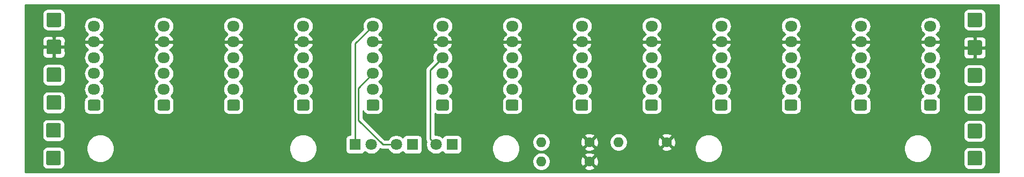
<source format=gbr>
%TF.GenerationSoftware,KiCad,Pcbnew,5.1.9+dfsg1-1~bpo10+1*%
%TF.CreationDate,2022-05-16T17:10:37+08:00*%
%TF.ProjectId,BusBoard,42757342-6f61-4726-942e-6b696361645f,rev?*%
%TF.SameCoordinates,Original*%
%TF.FileFunction,Copper,L2,Bot*%
%TF.FilePolarity,Positive*%
%FSLAX46Y46*%
G04 Gerber Fmt 4.6, Leading zero omitted, Abs format (unit mm)*
G04 Created by KiCad (PCBNEW 5.1.9+dfsg1-1~bpo10+1) date 2022-05-16 17:10:37*
%MOMM*%
%LPD*%
G01*
G04 APERTURE LIST*
%TA.AperFunction,ComponentPad*%
%ADD10R,1.800000X1.800000*%
%TD*%
%TA.AperFunction,ComponentPad*%
%ADD11C,1.800000*%
%TD*%
%TA.AperFunction,ComponentPad*%
%ADD12O,1.950000X1.700000*%
%TD*%
%TA.AperFunction,ComponentPad*%
%ADD13C,1.600000*%
%TD*%
%TA.AperFunction,ComponentPad*%
%ADD14O,1.600000X1.600000*%
%TD*%
%TA.AperFunction,ViaPad*%
%ADD15C,0.800000*%
%TD*%
%TA.AperFunction,Conductor*%
%ADD16C,0.250000*%
%TD*%
%TA.AperFunction,Conductor*%
%ADD17C,0.254000*%
%TD*%
%TA.AperFunction,Conductor*%
%ADD18C,0.100000*%
%TD*%
G04 APERTURE END LIST*
D10*
%TO.P,D1,1*%
%TO.N,Net-(D1-Pad1)*%
X143234000Y-118242000D03*
D11*
%TO.P,D1,2*%
%TO.N,5V*%
X140694000Y-118242000D03*
%TD*%
%TO.P,D2,2*%
%TO.N,POS_12V*%
X146944000Y-118242000D03*
D10*
%TO.P,D2,1*%
%TO.N,Net-(D2-Pad1)*%
X149484000Y-118242000D03*
%TD*%
%TO.P,D3,1*%
%TO.N,NEG_12V*%
X134234000Y-118242000D03*
D11*
%TO.P,D3,2*%
%TO.N,Net-(D3-Pad2)*%
X136774000Y-118242000D03*
%TD*%
%TO.P,J3,1*%
%TO.N,GATE*%
%TA.AperFunction,ComponentPad*%
G36*
G01*
X93725000Y-112850000D02*
X92275000Y-112850000D01*
G75*
G02*
X92025000Y-112600000I0J250000D01*
G01*
X92025000Y-111400000D01*
G75*
G02*
X92275000Y-111150000I250000J0D01*
G01*
X93725000Y-111150000D01*
G75*
G02*
X93975000Y-111400000I0J-250000D01*
G01*
X93975000Y-112600000D01*
G75*
G02*
X93725000Y-112850000I-250000J0D01*
G01*
G37*
%TD.AperFunction*%
D12*
%TO.P,J3,2*%
%TO.N,CV*%
X93000000Y-109500000D03*
%TO.P,J3,3*%
%TO.N,5V*%
X93000000Y-107000000D03*
%TO.P,J3,4*%
%TO.N,POS_12V*%
X93000000Y-104500000D03*
%TO.P,J3,5*%
%TO.N,GND*%
X93000000Y-102000000D03*
%TO.P,J3,6*%
%TO.N,NEG_12V*%
X93000000Y-99500000D03*
%TD*%
%TO.P,J4,6*%
%TO.N,NEG_12V*%
X104000000Y-99500000D03*
%TO.P,J4,5*%
%TO.N,GND*%
X104000000Y-102000000D03*
%TO.P,J4,4*%
%TO.N,POS_12V*%
X104000000Y-104500000D03*
%TO.P,J4,3*%
%TO.N,5V*%
X104000000Y-107000000D03*
%TO.P,J4,2*%
%TO.N,CV*%
X104000000Y-109500000D03*
%TO.P,J4,1*%
%TO.N,GATE*%
%TA.AperFunction,ComponentPad*%
G36*
G01*
X104725000Y-112850000D02*
X103275000Y-112850000D01*
G75*
G02*
X103025000Y-112600000I0J250000D01*
G01*
X103025000Y-111400000D01*
G75*
G02*
X103275000Y-111150000I250000J0D01*
G01*
X104725000Y-111150000D01*
G75*
G02*
X104975000Y-111400000I0J-250000D01*
G01*
X104975000Y-112600000D01*
G75*
G02*
X104725000Y-112850000I-250000J0D01*
G01*
G37*
%TD.AperFunction*%
%TD*%
%TO.P,J7,1*%
%TO.N,GATE*%
%TA.AperFunction,ComponentPad*%
G36*
G01*
X115725000Y-112850000D02*
X114275000Y-112850000D01*
G75*
G02*
X114025000Y-112600000I0J250000D01*
G01*
X114025000Y-111400000D01*
G75*
G02*
X114275000Y-111150000I250000J0D01*
G01*
X115725000Y-111150000D01*
G75*
G02*
X115975000Y-111400000I0J-250000D01*
G01*
X115975000Y-112600000D01*
G75*
G02*
X115725000Y-112850000I-250000J0D01*
G01*
G37*
%TD.AperFunction*%
%TO.P,J7,2*%
%TO.N,CV*%
X115000000Y-109500000D03*
%TO.P,J7,3*%
%TO.N,5V*%
X115000000Y-107000000D03*
%TO.P,J7,4*%
%TO.N,POS_12V*%
X115000000Y-104500000D03*
%TO.P,J7,5*%
%TO.N,GND*%
X115000000Y-102000000D03*
%TO.P,J7,6*%
%TO.N,NEG_12V*%
X115000000Y-99500000D03*
%TD*%
%TO.P,J10,6*%
%TO.N,NEG_12V*%
X181000000Y-99500000D03*
%TO.P,J10,5*%
%TO.N,GND*%
X181000000Y-102000000D03*
%TO.P,J10,4*%
%TO.N,POS_12V*%
X181000000Y-104500000D03*
%TO.P,J10,3*%
%TO.N,5V*%
X181000000Y-107000000D03*
%TO.P,J10,2*%
%TO.N,CV*%
X181000000Y-109500000D03*
%TO.P,J10,1*%
%TO.N,GATE*%
%TA.AperFunction,ComponentPad*%
G36*
G01*
X181725000Y-112850000D02*
X180275000Y-112850000D01*
G75*
G02*
X180025000Y-112600000I0J250000D01*
G01*
X180025000Y-111400000D01*
G75*
G02*
X180275000Y-111150000I250000J0D01*
G01*
X181725000Y-111150000D01*
G75*
G02*
X181975000Y-111400000I0J-250000D01*
G01*
X181975000Y-112600000D01*
G75*
G02*
X181725000Y-112850000I-250000J0D01*
G01*
G37*
%TD.AperFunction*%
%TD*%
%TO.P,J13,1*%
%TO.N,GATE*%
%TA.AperFunction,ComponentPad*%
G36*
G01*
X192725000Y-112850000D02*
X191275000Y-112850000D01*
G75*
G02*
X191025000Y-112600000I0J250000D01*
G01*
X191025000Y-111400000D01*
G75*
G02*
X191275000Y-111150000I250000J0D01*
G01*
X192725000Y-111150000D01*
G75*
G02*
X192975000Y-111400000I0J-250000D01*
G01*
X192975000Y-112600000D01*
G75*
G02*
X192725000Y-112850000I-250000J0D01*
G01*
G37*
%TD.AperFunction*%
%TO.P,J13,2*%
%TO.N,CV*%
X192000000Y-109500000D03*
%TO.P,J13,3*%
%TO.N,5V*%
X192000000Y-107000000D03*
%TO.P,J13,4*%
%TO.N,POS_12V*%
X192000000Y-104500000D03*
%TO.P,J13,5*%
%TO.N,GND*%
X192000000Y-102000000D03*
%TO.P,J13,6*%
%TO.N,NEG_12V*%
X192000000Y-99500000D03*
%TD*%
%TO.P,J14,6*%
%TO.N,NEG_12V*%
X203000000Y-99500000D03*
%TO.P,J14,5*%
%TO.N,GND*%
X203000000Y-102000000D03*
%TO.P,J14,4*%
%TO.N,POS_12V*%
X203000000Y-104500000D03*
%TO.P,J14,3*%
%TO.N,5V*%
X203000000Y-107000000D03*
%TO.P,J14,2*%
%TO.N,CV*%
X203000000Y-109500000D03*
%TO.P,J14,1*%
%TO.N,GATE*%
%TA.AperFunction,ComponentPad*%
G36*
G01*
X203725000Y-112850000D02*
X202275000Y-112850000D01*
G75*
G02*
X202025000Y-112600000I0J250000D01*
G01*
X202025000Y-111400000D01*
G75*
G02*
X202275000Y-111150000I250000J0D01*
G01*
X203725000Y-111150000D01*
G75*
G02*
X203975000Y-111400000I0J-250000D01*
G01*
X203975000Y-112600000D01*
G75*
G02*
X203725000Y-112850000I-250000J0D01*
G01*
G37*
%TD.AperFunction*%
%TD*%
%TO.P,J17,1*%
%TO.N,GATE*%
%TA.AperFunction,ComponentPad*%
G36*
G01*
X214725000Y-112850000D02*
X213275000Y-112850000D01*
G75*
G02*
X213025000Y-112600000I0J250000D01*
G01*
X213025000Y-111400000D01*
G75*
G02*
X213275000Y-111150000I250000J0D01*
G01*
X214725000Y-111150000D01*
G75*
G02*
X214975000Y-111400000I0J-250000D01*
G01*
X214975000Y-112600000D01*
G75*
G02*
X214725000Y-112850000I-250000J0D01*
G01*
G37*
%TD.AperFunction*%
%TO.P,J17,2*%
%TO.N,CV*%
X214000000Y-109500000D03*
%TO.P,J17,3*%
%TO.N,5V*%
X214000000Y-107000000D03*
%TO.P,J17,4*%
%TO.N,POS_12V*%
X214000000Y-104500000D03*
%TO.P,J17,5*%
%TO.N,GND*%
X214000000Y-102000000D03*
%TO.P,J17,6*%
%TO.N,NEG_12V*%
X214000000Y-99500000D03*
%TD*%
%TO.P,J18,6*%
%TO.N,NEG_12V*%
X170000000Y-99500000D03*
%TO.P,J18,5*%
%TO.N,GND*%
X170000000Y-102000000D03*
%TO.P,J18,4*%
%TO.N,POS_12V*%
X170000000Y-104500000D03*
%TO.P,J18,3*%
%TO.N,5V*%
X170000000Y-107000000D03*
%TO.P,J18,2*%
%TO.N,CV*%
X170000000Y-109500000D03*
%TO.P,J18,1*%
%TO.N,GATE*%
%TA.AperFunction,ComponentPad*%
G36*
G01*
X170725000Y-112850000D02*
X169275000Y-112850000D01*
G75*
G02*
X169025000Y-112600000I0J250000D01*
G01*
X169025000Y-111400000D01*
G75*
G02*
X169275000Y-111150000I250000J0D01*
G01*
X170725000Y-111150000D01*
G75*
G02*
X170975000Y-111400000I0J-250000D01*
G01*
X170975000Y-112600000D01*
G75*
G02*
X170725000Y-112850000I-250000J0D01*
G01*
G37*
%TD.AperFunction*%
%TD*%
%TO.P,J19,1*%
%TO.N,GATE*%
%TA.AperFunction,ComponentPad*%
G36*
G01*
X159725000Y-112850000D02*
X158275000Y-112850000D01*
G75*
G02*
X158025000Y-112600000I0J250000D01*
G01*
X158025000Y-111400000D01*
G75*
G02*
X158275000Y-111150000I250000J0D01*
G01*
X159725000Y-111150000D01*
G75*
G02*
X159975000Y-111400000I0J-250000D01*
G01*
X159975000Y-112600000D01*
G75*
G02*
X159725000Y-112850000I-250000J0D01*
G01*
G37*
%TD.AperFunction*%
%TO.P,J19,2*%
%TO.N,CV*%
X159000000Y-109500000D03*
%TO.P,J19,3*%
%TO.N,5V*%
X159000000Y-107000000D03*
%TO.P,J19,4*%
%TO.N,POS_12V*%
X159000000Y-104500000D03*
%TO.P,J19,5*%
%TO.N,GND*%
X159000000Y-102000000D03*
%TO.P,J19,6*%
%TO.N,NEG_12V*%
X159000000Y-99500000D03*
%TD*%
%TO.P,J20,6*%
%TO.N,NEG_12V*%
X225000000Y-99500000D03*
%TO.P,J20,5*%
%TO.N,GND*%
X225000000Y-102000000D03*
%TO.P,J20,4*%
%TO.N,POS_12V*%
X225000000Y-104500000D03*
%TO.P,J20,3*%
%TO.N,5V*%
X225000000Y-107000000D03*
%TO.P,J20,2*%
%TO.N,CV*%
X225000000Y-109500000D03*
%TO.P,J20,1*%
%TO.N,GATE*%
%TA.AperFunction,ComponentPad*%
G36*
G01*
X225725000Y-112850000D02*
X224275000Y-112850000D01*
G75*
G02*
X224025000Y-112600000I0J250000D01*
G01*
X224025000Y-111400000D01*
G75*
G02*
X224275000Y-111150000I250000J0D01*
G01*
X225725000Y-111150000D01*
G75*
G02*
X225975000Y-111400000I0J-250000D01*
G01*
X225975000Y-112600000D01*
G75*
G02*
X225725000Y-112850000I-250000J0D01*
G01*
G37*
%TD.AperFunction*%
%TD*%
%TO.P,J21,1*%
%TO.N,GATE*%
%TA.AperFunction,ComponentPad*%
G36*
G01*
X148725000Y-112850000D02*
X147275000Y-112850000D01*
G75*
G02*
X147025000Y-112600000I0J250000D01*
G01*
X147025000Y-111400000D01*
G75*
G02*
X147275000Y-111150000I250000J0D01*
G01*
X148725000Y-111150000D01*
G75*
G02*
X148975000Y-111400000I0J-250000D01*
G01*
X148975000Y-112600000D01*
G75*
G02*
X148725000Y-112850000I-250000J0D01*
G01*
G37*
%TD.AperFunction*%
%TO.P,J21,2*%
%TO.N,CV*%
X148000000Y-109500000D03*
%TO.P,J21,3*%
%TO.N,5V*%
X148000000Y-107000000D03*
%TO.P,J21,4*%
%TO.N,POS_12V*%
X148000000Y-104500000D03*
%TO.P,J21,5*%
%TO.N,GND*%
X148000000Y-102000000D03*
%TO.P,J21,6*%
%TO.N,NEG_12V*%
X148000000Y-99500000D03*
%TD*%
%TO.P,J22,6*%
%TO.N,NEG_12V*%
X126000000Y-99500000D03*
%TO.P,J22,5*%
%TO.N,GND*%
X126000000Y-102000000D03*
%TO.P,J22,4*%
%TO.N,POS_12V*%
X126000000Y-104500000D03*
%TO.P,J22,3*%
%TO.N,5V*%
X126000000Y-107000000D03*
%TO.P,J22,2*%
%TO.N,CV*%
X126000000Y-109500000D03*
%TO.P,J22,1*%
%TO.N,GATE*%
%TA.AperFunction,ComponentPad*%
G36*
G01*
X126725000Y-112850000D02*
X125275000Y-112850000D01*
G75*
G02*
X125025000Y-112600000I0J250000D01*
G01*
X125025000Y-111400000D01*
G75*
G02*
X125275000Y-111150000I250000J0D01*
G01*
X126725000Y-111150000D01*
G75*
G02*
X126975000Y-111400000I0J-250000D01*
G01*
X126975000Y-112600000D01*
G75*
G02*
X126725000Y-112850000I-250000J0D01*
G01*
G37*
%TD.AperFunction*%
%TD*%
%TO.P,J23,1*%
%TO.N,GATE*%
%TA.AperFunction,ComponentPad*%
G36*
G01*
X137725000Y-112850000D02*
X136275000Y-112850000D01*
G75*
G02*
X136025000Y-112600000I0J250000D01*
G01*
X136025000Y-111400000D01*
G75*
G02*
X136275000Y-111150000I250000J0D01*
G01*
X137725000Y-111150000D01*
G75*
G02*
X137975000Y-111400000I0J-250000D01*
G01*
X137975000Y-112600000D01*
G75*
G02*
X137725000Y-112850000I-250000J0D01*
G01*
G37*
%TD.AperFunction*%
%TO.P,J23,2*%
%TO.N,CV*%
X137000000Y-109500000D03*
%TO.P,J23,3*%
%TO.N,5V*%
X137000000Y-107000000D03*
%TO.P,J23,4*%
%TO.N,POS_12V*%
X137000000Y-104500000D03*
%TO.P,J23,5*%
%TO.N,GND*%
X137000000Y-102000000D03*
%TO.P,J23,6*%
%TO.N,NEG_12V*%
X137000000Y-99500000D03*
%TD*%
D13*
%TO.P,R1,1*%
%TO.N,GND*%
X171196000Y-117856000D03*
D14*
%TO.P,R1,2*%
%TO.N,Net-(D1-Pad1)*%
X163576000Y-117856000D03*
%TD*%
%TO.P,R2,2*%
%TO.N,Net-(D2-Pad1)*%
X163576000Y-120904000D03*
D13*
%TO.P,R2,1*%
%TO.N,GND*%
X171196000Y-120904000D03*
%TD*%
D14*
%TO.P,R3,2*%
%TO.N,Net-(D3-Pad2)*%
X175768000Y-117856000D03*
D13*
%TO.P,R3,1*%
%TO.N,GND*%
X183388000Y-117856000D03*
%TD*%
%TO.P,J1,1*%
%TO.N,5V*%
%TA.AperFunction,ComponentPad*%
G36*
G01*
X85749999Y-110450000D02*
X87550001Y-110450000D01*
G75*
G02*
X87800000Y-110699999I0J-249999D01*
G01*
X87800000Y-112500001D01*
G75*
G02*
X87550001Y-112750000I-249999J0D01*
G01*
X85749999Y-112750000D01*
G75*
G02*
X85500000Y-112500001I0J249999D01*
G01*
X85500000Y-110699999D01*
G75*
G02*
X85749999Y-110450000I249999J0D01*
G01*
G37*
%TD.AperFunction*%
%TD*%
%TO.P,J2,1*%
%TO.N,5V*%
%TA.AperFunction,ComponentPad*%
G36*
G01*
X231099999Y-110550000D02*
X232900001Y-110550000D01*
G75*
G02*
X233150000Y-110799999I0J-249999D01*
G01*
X233150000Y-112600001D01*
G75*
G02*
X232900001Y-112850000I-249999J0D01*
G01*
X231099999Y-112850000D01*
G75*
G02*
X230850000Y-112600001I0J249999D01*
G01*
X230850000Y-110799999D01*
G75*
G02*
X231099999Y-110550000I249999J0D01*
G01*
G37*
%TD.AperFunction*%
%TD*%
%TO.P,J5,1*%
%TO.N,GATE*%
%TA.AperFunction,ComponentPad*%
G36*
G01*
X85699999Y-119210000D02*
X87500001Y-119210000D01*
G75*
G02*
X87750000Y-119459999I0J-249999D01*
G01*
X87750000Y-121260001D01*
G75*
G02*
X87500001Y-121510000I-249999J0D01*
G01*
X85699999Y-121510000D01*
G75*
G02*
X85450000Y-121260001I0J249999D01*
G01*
X85450000Y-119459999D01*
G75*
G02*
X85699999Y-119210000I249999J0D01*
G01*
G37*
%TD.AperFunction*%
%TD*%
%TO.P,J6,1*%
%TO.N,GATE*%
%TA.AperFunction,ComponentPad*%
G36*
G01*
X231099999Y-119250000D02*
X232900001Y-119250000D01*
G75*
G02*
X233150000Y-119499999I0J-249999D01*
G01*
X233150000Y-121300001D01*
G75*
G02*
X232900001Y-121550000I-249999J0D01*
G01*
X231099999Y-121550000D01*
G75*
G02*
X230850000Y-121300001I0J249999D01*
G01*
X230850000Y-119499999D01*
G75*
G02*
X231099999Y-119250000I249999J0D01*
G01*
G37*
%TD.AperFunction*%
%TD*%
%TO.P,J8,1*%
%TO.N,POS_12V*%
%TA.AperFunction,ComponentPad*%
G36*
G01*
X85749999Y-106050000D02*
X87550001Y-106050000D01*
G75*
G02*
X87800000Y-106299999I0J-249999D01*
G01*
X87800000Y-108100001D01*
G75*
G02*
X87550001Y-108350000I-249999J0D01*
G01*
X85749999Y-108350000D01*
G75*
G02*
X85500000Y-108100001I0J249999D01*
G01*
X85500000Y-106299999D01*
G75*
G02*
X85749999Y-106050000I249999J0D01*
G01*
G37*
%TD.AperFunction*%
%TD*%
%TO.P,J9,1*%
%TO.N,POS_12V*%
%TA.AperFunction,ComponentPad*%
G36*
G01*
X231099999Y-106150000D02*
X232900001Y-106150000D01*
G75*
G02*
X233150000Y-106399999I0J-249999D01*
G01*
X233150000Y-108200001D01*
G75*
G02*
X232900001Y-108450000I-249999J0D01*
G01*
X231099999Y-108450000D01*
G75*
G02*
X230850000Y-108200001I0J249999D01*
G01*
X230850000Y-106399999D01*
G75*
G02*
X231099999Y-106150000I249999J0D01*
G01*
G37*
%TD.AperFunction*%
%TD*%
%TO.P,J11,1*%
%TO.N,CV*%
%TA.AperFunction,ComponentPad*%
G36*
G01*
X87500001Y-117150000D02*
X85699999Y-117150000D01*
G75*
G02*
X85450000Y-116900001I0J249999D01*
G01*
X85450000Y-115099999D01*
G75*
G02*
X85699999Y-114850000I249999J0D01*
G01*
X87500001Y-114850000D01*
G75*
G02*
X87750000Y-115099999I0J-249999D01*
G01*
X87750000Y-116900001D01*
G75*
G02*
X87500001Y-117150000I-249999J0D01*
G01*
G37*
%TD.AperFunction*%
%TD*%
%TO.P,J12,1*%
%TO.N,CV*%
%TA.AperFunction,ComponentPad*%
G36*
G01*
X231099999Y-114950000D02*
X232900001Y-114950000D01*
G75*
G02*
X233150000Y-115199999I0J-249999D01*
G01*
X233150000Y-117000001D01*
G75*
G02*
X232900001Y-117250000I-249999J0D01*
G01*
X231099999Y-117250000D01*
G75*
G02*
X230850000Y-117000001I0J249999D01*
G01*
X230850000Y-115199999D01*
G75*
G02*
X231099999Y-114950000I249999J0D01*
G01*
G37*
%TD.AperFunction*%
%TD*%
%TO.P,J15,1*%
%TO.N,NEG_12V*%
%TA.AperFunction,ComponentPad*%
G36*
G01*
X85749999Y-97350000D02*
X87550001Y-97350000D01*
G75*
G02*
X87800000Y-97599999I0J-249999D01*
G01*
X87800000Y-99400001D01*
G75*
G02*
X87550001Y-99650000I-249999J0D01*
G01*
X85749999Y-99650000D01*
G75*
G02*
X85500000Y-99400001I0J249999D01*
G01*
X85500000Y-97599999D01*
G75*
G02*
X85749999Y-97350000I249999J0D01*
G01*
G37*
%TD.AperFunction*%
%TD*%
%TO.P,J16,1*%
%TO.N,NEG_12V*%
%TA.AperFunction,ComponentPad*%
G36*
G01*
X231099999Y-97350000D02*
X232900001Y-97350000D01*
G75*
G02*
X233150000Y-97599999I0J-249999D01*
G01*
X233150000Y-99400001D01*
G75*
G02*
X232900001Y-99650000I-249999J0D01*
G01*
X231099999Y-99650000D01*
G75*
G02*
X230850000Y-99400001I0J249999D01*
G01*
X230850000Y-97599999D01*
G75*
G02*
X231099999Y-97350000I249999J0D01*
G01*
G37*
%TD.AperFunction*%
%TD*%
%TO.P,J24,1*%
%TO.N,GND*%
%TA.AperFunction,ComponentPad*%
G36*
G01*
X85749999Y-101650000D02*
X87550001Y-101650000D01*
G75*
G02*
X87800000Y-101899999I0J-249999D01*
G01*
X87800000Y-103700001D01*
G75*
G02*
X87550001Y-103950000I-249999J0D01*
G01*
X85749999Y-103950000D01*
G75*
G02*
X85500000Y-103700001I0J249999D01*
G01*
X85500000Y-101899999D01*
G75*
G02*
X85749999Y-101650000I249999J0D01*
G01*
G37*
%TD.AperFunction*%
%TD*%
%TO.P,J25,1*%
%TO.N,GND*%
%TA.AperFunction,ComponentPad*%
G36*
G01*
X231099999Y-101750000D02*
X232900001Y-101750000D01*
G75*
G02*
X233150000Y-101999999I0J-249999D01*
G01*
X233150000Y-103800001D01*
G75*
G02*
X232900001Y-104050000I-249999J0D01*
G01*
X231099999Y-104050000D01*
G75*
G02*
X230850000Y-103800001I0J249999D01*
G01*
X230850000Y-101999999D01*
G75*
G02*
X231099999Y-101750000I249999J0D01*
G01*
G37*
%TD.AperFunction*%
%TD*%
D15*
%TO.N,GND*%
X109220000Y-101092000D03*
X110744000Y-103124000D03*
X110744000Y-105664000D03*
X109220000Y-108204000D03*
X110236000Y-110744000D03*
X98044000Y-101092000D03*
X99568000Y-103124000D03*
X98552000Y-105664000D03*
X100076000Y-108204000D03*
X98044000Y-110744000D03*
X98552000Y-114808000D03*
X98552000Y-118872000D03*
X100076000Y-120396000D03*
X110744000Y-120396000D03*
X109728000Y-115824000D03*
X118872000Y-116332000D03*
X117856000Y-120396000D03*
X119888000Y-120396000D03*
X120904000Y-118364000D03*
X121920000Y-113792000D03*
X120904000Y-105664000D03*
X122428000Y-108204000D03*
X120396000Y-103124000D03*
X121920000Y-101600000D03*
X131064000Y-103124000D03*
X133096000Y-102616000D03*
X131572000Y-101092000D03*
X132588000Y-105664000D03*
X131064000Y-108204000D03*
X132588000Y-110744000D03*
X131572000Y-114808000D03*
X131064000Y-118364000D03*
X132080000Y-121412000D03*
X152908000Y-116840000D03*
X151892000Y-119888000D03*
X153924000Y-121412000D03*
X144780000Y-121412000D03*
X138684000Y-121920000D03*
X138684000Y-119380000D03*
X143256000Y-113284000D03*
X142240000Y-110744000D03*
X144272000Y-108204000D03*
X142240000Y-105664000D03*
X143764000Y-102616000D03*
X142748000Y-101092000D03*
X152908000Y-100584000D03*
X154940000Y-101600000D03*
X153416000Y-102616000D03*
X154940000Y-96520000D03*
X153416000Y-98044000D03*
X142748000Y-98044000D03*
X142240000Y-97028000D03*
X131572000Y-97536000D03*
X133096000Y-97028000D03*
X119380000Y-98044000D03*
X121920000Y-97536000D03*
X110744000Y-98044000D03*
X109220000Y-97536000D03*
X100076000Y-97536000D03*
X98044000Y-97536000D03*
X165608000Y-108204000D03*
X152908000Y-108204000D03*
X154940000Y-105664000D03*
X154940000Y-113284000D03*
X166624000Y-102108000D03*
X164592000Y-103124000D03*
X163576000Y-101092000D03*
X175768000Y-101092000D03*
X176276000Y-102108000D03*
X177800000Y-103124000D03*
X176276000Y-105664000D03*
X174752000Y-108204000D03*
X177292000Y-108204000D03*
X176784000Y-110744000D03*
X175768000Y-113284000D03*
X176784000Y-115316000D03*
X164592000Y-114300000D03*
X166116000Y-115316000D03*
X167640000Y-118364000D03*
X167640000Y-120904000D03*
X177292000Y-120904000D03*
X182372000Y-120396000D03*
X174244000Y-121920000D03*
X174244000Y-120396000D03*
X179324000Y-117856000D03*
X181864000Y-115316000D03*
X186944000Y-115316000D03*
X186944000Y-113792000D03*
X184912000Y-119888000D03*
X186436000Y-110744000D03*
X188468000Y-108204000D03*
X185928000Y-105664000D03*
X187960000Y-102616000D03*
X186436000Y-101092000D03*
X197612000Y-101092000D03*
X199644000Y-102108000D03*
X195072000Y-103124000D03*
X197104000Y-105664000D03*
X199644000Y-108204000D03*
X198120000Y-110744000D03*
X196596000Y-114808000D03*
X200152000Y-114808000D03*
X195072000Y-120396000D03*
X208280000Y-113792000D03*
X207772000Y-116840000D03*
X203708000Y-118872000D03*
X215900000Y-119888000D03*
X218440000Y-116840000D03*
X207772000Y-119888000D03*
X200152000Y-120904000D03*
X213360000Y-115824000D03*
X221488000Y-113792000D03*
X218948000Y-114300000D03*
X207772000Y-110744000D03*
X209296000Y-108204000D03*
X209296000Y-105664000D03*
X209296000Y-102616000D03*
X211328000Y-103124000D03*
X207772000Y-100584000D03*
X216408000Y-101600000D03*
X218948000Y-101600000D03*
X219964000Y-103124000D03*
X221488000Y-101600000D03*
X220980000Y-105664000D03*
X218948000Y-108204000D03*
X220980000Y-110744000D03*
X227076000Y-115316000D03*
X227076000Y-118364000D03*
X229108000Y-120396000D03*
X227076000Y-121920000D03*
X228600000Y-102108000D03*
X229108000Y-104648000D03*
X234696000Y-100076000D03*
X235204000Y-103632000D03*
X234188000Y-107188000D03*
X235204000Y-111252000D03*
X235204000Y-113792000D03*
X234696000Y-116840000D03*
X235204000Y-118872000D03*
X225552000Y-97536000D03*
X209804000Y-98044000D03*
X207772000Y-97028000D03*
X199136000Y-97028000D03*
X197612000Y-98044000D03*
X187960000Y-98044000D03*
X186436000Y-97028000D03*
X175768000Y-98044000D03*
X163576000Y-97536000D03*
X167132000Y-97028000D03*
X100076000Y-101092000D03*
X220345000Y-97155000D03*
%TD*%
D16*
%TO.N,5V*%
X134689011Y-109310989D02*
X134689011Y-114369011D01*
X134689011Y-114369011D02*
X138562000Y-118242000D01*
X138562000Y-118242000D02*
X139421208Y-118242000D01*
X139421208Y-118242000D02*
X140694000Y-118242000D01*
X137000000Y-107000000D02*
X134689011Y-109310989D01*
%TO.N,POS_12V*%
X146044001Y-117342001D02*
X146944000Y-118242000D01*
X148000000Y-104500000D02*
X146044001Y-106455999D01*
X146044001Y-106455999D02*
X146044001Y-117342001D01*
%TO.N,NEG_12V*%
X134234000Y-118242000D02*
X134234000Y-117600000D01*
X134239000Y-118237000D02*
X134234000Y-118242000D01*
X134239000Y-102235000D02*
X134239000Y-118237000D01*
X137000000Y-99500000D02*
X136974000Y-99500000D01*
X136974000Y-99500000D02*
X134239000Y-102235000D01*
%TD*%
D17*
%TO.N,GND*%
X235840000Y-122590000D02*
X82127000Y-122590000D01*
X82127000Y-119459999D01*
X84811928Y-119459999D01*
X84811928Y-121260001D01*
X84828992Y-121433255D01*
X84879528Y-121599851D01*
X84961595Y-121753387D01*
X85072038Y-121887962D01*
X85206613Y-121998405D01*
X85360149Y-122080472D01*
X85526745Y-122131008D01*
X85699999Y-122148072D01*
X87500001Y-122148072D01*
X87673255Y-122131008D01*
X87839851Y-122080472D01*
X87993387Y-121998405D01*
X88127962Y-121887962D01*
X88238405Y-121753387D01*
X88320472Y-121599851D01*
X88371008Y-121433255D01*
X88388072Y-121260001D01*
X88388072Y-119459999D01*
X88371008Y-119286745D01*
X88320472Y-119120149D01*
X88238405Y-118966613D01*
X88127962Y-118832038D01*
X87993387Y-118721595D01*
X87862945Y-118651872D01*
X91745000Y-118651872D01*
X91745000Y-119092128D01*
X91830890Y-119523925D01*
X91999369Y-119930669D01*
X92243962Y-120296729D01*
X92555271Y-120608038D01*
X92921331Y-120852631D01*
X93328075Y-121021110D01*
X93759872Y-121107000D01*
X94200128Y-121107000D01*
X94631925Y-121021110D01*
X95038669Y-120852631D01*
X95404729Y-120608038D01*
X95716038Y-120296729D01*
X95960631Y-119930669D01*
X96129110Y-119523925D01*
X96215000Y-119092128D01*
X96215000Y-118651872D01*
X123749000Y-118651872D01*
X123749000Y-119092128D01*
X123834890Y-119523925D01*
X124003369Y-119930669D01*
X124247962Y-120296729D01*
X124559271Y-120608038D01*
X124925331Y-120852631D01*
X125332075Y-121021110D01*
X125763872Y-121107000D01*
X126204128Y-121107000D01*
X126635925Y-121021110D01*
X127042669Y-120852631D01*
X127408729Y-120608038D01*
X127720038Y-120296729D01*
X127964631Y-119930669D01*
X128133110Y-119523925D01*
X128219000Y-119092128D01*
X128219000Y-118651872D01*
X128133110Y-118220075D01*
X127964631Y-117813331D01*
X127720038Y-117447271D01*
X127614767Y-117342000D01*
X132695928Y-117342000D01*
X132695928Y-119142000D01*
X132708188Y-119266482D01*
X132744498Y-119386180D01*
X132803463Y-119496494D01*
X132882815Y-119593185D01*
X132979506Y-119672537D01*
X133089820Y-119731502D01*
X133209518Y-119767812D01*
X133334000Y-119780072D01*
X135134000Y-119780072D01*
X135258482Y-119767812D01*
X135378180Y-119731502D01*
X135488494Y-119672537D01*
X135585185Y-119593185D01*
X135664537Y-119496494D01*
X135723502Y-119386180D01*
X135729056Y-119367873D01*
X135795495Y-119434312D01*
X136046905Y-119602299D01*
X136326257Y-119718011D01*
X136622816Y-119777000D01*
X136925184Y-119777000D01*
X137221743Y-119718011D01*
X137501095Y-119602299D01*
X137752505Y-119434312D01*
X137966312Y-119220505D01*
X138134299Y-118969095D01*
X138166161Y-118892174D01*
X138269753Y-118947546D01*
X138413014Y-118991003D01*
X138562000Y-119005677D01*
X138599333Y-119002000D01*
X139355687Y-119002000D01*
X139501688Y-119220505D01*
X139715495Y-119434312D01*
X139966905Y-119602299D01*
X140246257Y-119718011D01*
X140542816Y-119777000D01*
X140845184Y-119777000D01*
X141141743Y-119718011D01*
X141421095Y-119602299D01*
X141672505Y-119434312D01*
X141738944Y-119367873D01*
X141744498Y-119386180D01*
X141803463Y-119496494D01*
X141882815Y-119593185D01*
X141979506Y-119672537D01*
X142089820Y-119731502D01*
X142209518Y-119767812D01*
X142334000Y-119780072D01*
X144134000Y-119780072D01*
X144258482Y-119767812D01*
X144378180Y-119731502D01*
X144488494Y-119672537D01*
X144585185Y-119593185D01*
X144664537Y-119496494D01*
X144723502Y-119386180D01*
X144759812Y-119266482D01*
X144772072Y-119142000D01*
X144772072Y-117342000D01*
X144759812Y-117217518D01*
X144723502Y-117097820D01*
X144664537Y-116987506D01*
X144585185Y-116890815D01*
X144488494Y-116811463D01*
X144378180Y-116752498D01*
X144258482Y-116716188D01*
X144134000Y-116703928D01*
X142334000Y-116703928D01*
X142209518Y-116716188D01*
X142089820Y-116752498D01*
X141979506Y-116811463D01*
X141882815Y-116890815D01*
X141803463Y-116987506D01*
X141744498Y-117097820D01*
X141738944Y-117116127D01*
X141672505Y-117049688D01*
X141421095Y-116881701D01*
X141141743Y-116765989D01*
X140845184Y-116707000D01*
X140542816Y-116707000D01*
X140246257Y-116765989D01*
X139966905Y-116881701D01*
X139715495Y-117049688D01*
X139501688Y-117263495D01*
X139355687Y-117482000D01*
X138876802Y-117482000D01*
X135449011Y-114054210D01*
X135449011Y-112921663D01*
X135454528Y-112939850D01*
X135536595Y-113093386D01*
X135647038Y-113227962D01*
X135781614Y-113338405D01*
X135935150Y-113420472D01*
X136101746Y-113471008D01*
X136275000Y-113488072D01*
X137725000Y-113488072D01*
X137898254Y-113471008D01*
X138064850Y-113420472D01*
X138218386Y-113338405D01*
X138352962Y-113227962D01*
X138463405Y-113093386D01*
X138545472Y-112939850D01*
X138596008Y-112773254D01*
X138613072Y-112600000D01*
X138613072Y-111400000D01*
X138596008Y-111226746D01*
X138545472Y-111060150D01*
X138463405Y-110906614D01*
X138352962Y-110772038D01*
X138218386Y-110661595D01*
X138116663Y-110607223D01*
X138180134Y-110555134D01*
X138365706Y-110329014D01*
X138503599Y-110071034D01*
X138588513Y-109791111D01*
X138617185Y-109500000D01*
X138588513Y-109208889D01*
X138503599Y-108928966D01*
X138365706Y-108670986D01*
X138180134Y-108444866D01*
X137954014Y-108259294D01*
X137936626Y-108250000D01*
X137954014Y-108240706D01*
X138180134Y-108055134D01*
X138365706Y-107829014D01*
X138503599Y-107571034D01*
X138588513Y-107291111D01*
X138617185Y-107000000D01*
X138588513Y-106708889D01*
X138511800Y-106455999D01*
X145280325Y-106455999D01*
X145284001Y-106493321D01*
X145284002Y-117304669D01*
X145280325Y-117342001D01*
X145294999Y-117490986D01*
X145338455Y-117634247D01*
X145409027Y-117766277D01*
X145460966Y-117829564D01*
X145409000Y-118090816D01*
X145409000Y-118393184D01*
X145467989Y-118689743D01*
X145583701Y-118969095D01*
X145751688Y-119220505D01*
X145965495Y-119434312D01*
X146216905Y-119602299D01*
X146496257Y-119718011D01*
X146792816Y-119777000D01*
X147095184Y-119777000D01*
X147391743Y-119718011D01*
X147671095Y-119602299D01*
X147922505Y-119434312D01*
X147988944Y-119367873D01*
X147994498Y-119386180D01*
X148053463Y-119496494D01*
X148132815Y-119593185D01*
X148229506Y-119672537D01*
X148339820Y-119731502D01*
X148459518Y-119767812D01*
X148584000Y-119780072D01*
X150384000Y-119780072D01*
X150508482Y-119767812D01*
X150628180Y-119731502D01*
X150738494Y-119672537D01*
X150835185Y-119593185D01*
X150914537Y-119496494D01*
X150973502Y-119386180D01*
X151009812Y-119266482D01*
X151022072Y-119142000D01*
X151022072Y-118651872D01*
X155753000Y-118651872D01*
X155753000Y-119092128D01*
X155838890Y-119523925D01*
X156007369Y-119930669D01*
X156251962Y-120296729D01*
X156563271Y-120608038D01*
X156929331Y-120852631D01*
X157336075Y-121021110D01*
X157767872Y-121107000D01*
X158208128Y-121107000D01*
X158639925Y-121021110D01*
X159046669Y-120852631D01*
X159181312Y-120762665D01*
X162141000Y-120762665D01*
X162141000Y-121045335D01*
X162196147Y-121322574D01*
X162304320Y-121583727D01*
X162461363Y-121818759D01*
X162661241Y-122018637D01*
X162896273Y-122175680D01*
X163157426Y-122283853D01*
X163434665Y-122339000D01*
X163717335Y-122339000D01*
X163994574Y-122283853D01*
X164255727Y-122175680D01*
X164490759Y-122018637D01*
X164612694Y-121896702D01*
X170382903Y-121896702D01*
X170454486Y-122140671D01*
X170709996Y-122261571D01*
X170984184Y-122330300D01*
X171266512Y-122344217D01*
X171546130Y-122302787D01*
X171812292Y-122207603D01*
X171937514Y-122140671D01*
X172009097Y-121896702D01*
X171196000Y-121083605D01*
X170382903Y-121896702D01*
X164612694Y-121896702D01*
X164690637Y-121818759D01*
X164847680Y-121583727D01*
X164955853Y-121322574D01*
X165011000Y-121045335D01*
X165011000Y-120974512D01*
X169755783Y-120974512D01*
X169797213Y-121254130D01*
X169892397Y-121520292D01*
X169959329Y-121645514D01*
X170203298Y-121717097D01*
X171016395Y-120904000D01*
X171375605Y-120904000D01*
X172188702Y-121717097D01*
X172432671Y-121645514D01*
X172553571Y-121390004D01*
X172622300Y-121115816D01*
X172636217Y-120833488D01*
X172594787Y-120553870D01*
X172499603Y-120287708D01*
X172432671Y-120162486D01*
X172188702Y-120090903D01*
X171375605Y-120904000D01*
X171016395Y-120904000D01*
X170203298Y-120090903D01*
X169959329Y-120162486D01*
X169838429Y-120417996D01*
X169769700Y-120692184D01*
X169755783Y-120974512D01*
X165011000Y-120974512D01*
X165011000Y-120762665D01*
X164955853Y-120485426D01*
X164847680Y-120224273D01*
X164690637Y-119989241D01*
X164612694Y-119911298D01*
X170382903Y-119911298D01*
X171196000Y-120724395D01*
X172009097Y-119911298D01*
X171937514Y-119667329D01*
X171682004Y-119546429D01*
X171407816Y-119477700D01*
X171125488Y-119463783D01*
X170845870Y-119505213D01*
X170579708Y-119600397D01*
X170454486Y-119667329D01*
X170382903Y-119911298D01*
X164612694Y-119911298D01*
X164490759Y-119789363D01*
X164255727Y-119632320D01*
X163994574Y-119524147D01*
X163717335Y-119469000D01*
X163434665Y-119469000D01*
X163157426Y-119524147D01*
X162896273Y-119632320D01*
X162661241Y-119789363D01*
X162461363Y-119989241D01*
X162304320Y-120224273D01*
X162196147Y-120485426D01*
X162141000Y-120762665D01*
X159181312Y-120762665D01*
X159412729Y-120608038D01*
X159724038Y-120296729D01*
X159968631Y-119930669D01*
X160137110Y-119523925D01*
X160223000Y-119092128D01*
X160223000Y-118651872D01*
X160137110Y-118220075D01*
X159968631Y-117813331D01*
X159902705Y-117714665D01*
X162141000Y-117714665D01*
X162141000Y-117997335D01*
X162196147Y-118274574D01*
X162304320Y-118535727D01*
X162461363Y-118770759D01*
X162661241Y-118970637D01*
X162896273Y-119127680D01*
X163157426Y-119235853D01*
X163434665Y-119291000D01*
X163717335Y-119291000D01*
X163994574Y-119235853D01*
X164255727Y-119127680D01*
X164490759Y-118970637D01*
X164612694Y-118848702D01*
X170382903Y-118848702D01*
X170454486Y-119092671D01*
X170709996Y-119213571D01*
X170984184Y-119282300D01*
X171266512Y-119296217D01*
X171546130Y-119254787D01*
X171812292Y-119159603D01*
X171937514Y-119092671D01*
X172009097Y-118848702D01*
X171196000Y-118035605D01*
X170382903Y-118848702D01*
X164612694Y-118848702D01*
X164690637Y-118770759D01*
X164847680Y-118535727D01*
X164955853Y-118274574D01*
X165011000Y-117997335D01*
X165011000Y-117926512D01*
X169755783Y-117926512D01*
X169797213Y-118206130D01*
X169892397Y-118472292D01*
X169959329Y-118597514D01*
X170203298Y-118669097D01*
X171016395Y-117856000D01*
X171375605Y-117856000D01*
X172188702Y-118669097D01*
X172432671Y-118597514D01*
X172553571Y-118342004D01*
X172622300Y-118067816D01*
X172636217Y-117785488D01*
X172625724Y-117714665D01*
X174333000Y-117714665D01*
X174333000Y-117997335D01*
X174388147Y-118274574D01*
X174496320Y-118535727D01*
X174653363Y-118770759D01*
X174853241Y-118970637D01*
X175088273Y-119127680D01*
X175349426Y-119235853D01*
X175626665Y-119291000D01*
X175909335Y-119291000D01*
X176186574Y-119235853D01*
X176447727Y-119127680D01*
X176682759Y-118970637D01*
X176804694Y-118848702D01*
X182574903Y-118848702D01*
X182646486Y-119092671D01*
X182901996Y-119213571D01*
X183176184Y-119282300D01*
X183458512Y-119296217D01*
X183738130Y-119254787D01*
X184004292Y-119159603D01*
X184129514Y-119092671D01*
X184201097Y-118848702D01*
X183388000Y-118035605D01*
X182574903Y-118848702D01*
X176804694Y-118848702D01*
X176882637Y-118770759D01*
X177039680Y-118535727D01*
X177147853Y-118274574D01*
X177203000Y-117997335D01*
X177203000Y-117926512D01*
X181947783Y-117926512D01*
X181989213Y-118206130D01*
X182084397Y-118472292D01*
X182151329Y-118597514D01*
X182395298Y-118669097D01*
X183208395Y-117856000D01*
X183567605Y-117856000D01*
X184380702Y-118669097D01*
X184439408Y-118651872D01*
X187757000Y-118651872D01*
X187757000Y-119092128D01*
X187842890Y-119523925D01*
X188011369Y-119930669D01*
X188255962Y-120296729D01*
X188567271Y-120608038D01*
X188933331Y-120852631D01*
X189340075Y-121021110D01*
X189771872Y-121107000D01*
X190212128Y-121107000D01*
X190643925Y-121021110D01*
X191050669Y-120852631D01*
X191416729Y-120608038D01*
X191728038Y-120296729D01*
X191972631Y-119930669D01*
X192141110Y-119523925D01*
X192227000Y-119092128D01*
X192227000Y-118651872D01*
X220777000Y-118651872D01*
X220777000Y-119092128D01*
X220862890Y-119523925D01*
X221031369Y-119930669D01*
X221275962Y-120296729D01*
X221587271Y-120608038D01*
X221953331Y-120852631D01*
X222360075Y-121021110D01*
X222791872Y-121107000D01*
X223232128Y-121107000D01*
X223663925Y-121021110D01*
X224070669Y-120852631D01*
X224436729Y-120608038D01*
X224748038Y-120296729D01*
X224992631Y-119930669D01*
X225161110Y-119523925D01*
X225165869Y-119499999D01*
X230211928Y-119499999D01*
X230211928Y-121300001D01*
X230228992Y-121473255D01*
X230279528Y-121639851D01*
X230361595Y-121793387D01*
X230472038Y-121927962D01*
X230606613Y-122038405D01*
X230760149Y-122120472D01*
X230926745Y-122171008D01*
X231099999Y-122188072D01*
X232900001Y-122188072D01*
X233073255Y-122171008D01*
X233239851Y-122120472D01*
X233393387Y-122038405D01*
X233527962Y-121927962D01*
X233638405Y-121793387D01*
X233720472Y-121639851D01*
X233771008Y-121473255D01*
X233788072Y-121300001D01*
X233788072Y-119499999D01*
X233771008Y-119326745D01*
X233720472Y-119160149D01*
X233638405Y-119006613D01*
X233527962Y-118872038D01*
X233393387Y-118761595D01*
X233239851Y-118679528D01*
X233073255Y-118628992D01*
X232900001Y-118611928D01*
X231099999Y-118611928D01*
X230926745Y-118628992D01*
X230760149Y-118679528D01*
X230606613Y-118761595D01*
X230472038Y-118872038D01*
X230361595Y-119006613D01*
X230279528Y-119160149D01*
X230228992Y-119326745D01*
X230211928Y-119499999D01*
X225165869Y-119499999D01*
X225247000Y-119092128D01*
X225247000Y-118651872D01*
X225161110Y-118220075D01*
X224992631Y-117813331D01*
X224748038Y-117447271D01*
X224436729Y-117135962D01*
X224070669Y-116891369D01*
X223663925Y-116722890D01*
X223232128Y-116637000D01*
X222791872Y-116637000D01*
X222360075Y-116722890D01*
X221953331Y-116891369D01*
X221587271Y-117135962D01*
X221275962Y-117447271D01*
X221031369Y-117813331D01*
X220862890Y-118220075D01*
X220777000Y-118651872D01*
X192227000Y-118651872D01*
X192141110Y-118220075D01*
X191972631Y-117813331D01*
X191728038Y-117447271D01*
X191416729Y-117135962D01*
X191050669Y-116891369D01*
X190643925Y-116722890D01*
X190212128Y-116637000D01*
X189771872Y-116637000D01*
X189340075Y-116722890D01*
X188933331Y-116891369D01*
X188567271Y-117135962D01*
X188255962Y-117447271D01*
X188011369Y-117813331D01*
X187842890Y-118220075D01*
X187757000Y-118651872D01*
X184439408Y-118651872D01*
X184624671Y-118597514D01*
X184745571Y-118342004D01*
X184814300Y-118067816D01*
X184828217Y-117785488D01*
X184786787Y-117505870D01*
X184691603Y-117239708D01*
X184624671Y-117114486D01*
X184380702Y-117042903D01*
X183567605Y-117856000D01*
X183208395Y-117856000D01*
X182395298Y-117042903D01*
X182151329Y-117114486D01*
X182030429Y-117369996D01*
X181961700Y-117644184D01*
X181947783Y-117926512D01*
X177203000Y-117926512D01*
X177203000Y-117714665D01*
X177147853Y-117437426D01*
X177039680Y-117176273D01*
X176882637Y-116941241D01*
X176804694Y-116863298D01*
X182574903Y-116863298D01*
X183388000Y-117676395D01*
X184201097Y-116863298D01*
X184129514Y-116619329D01*
X183874004Y-116498429D01*
X183599816Y-116429700D01*
X183317488Y-116415783D01*
X183037870Y-116457213D01*
X182771708Y-116552397D01*
X182646486Y-116619329D01*
X182574903Y-116863298D01*
X176804694Y-116863298D01*
X176682759Y-116741363D01*
X176447727Y-116584320D01*
X176186574Y-116476147D01*
X175909335Y-116421000D01*
X175626665Y-116421000D01*
X175349426Y-116476147D01*
X175088273Y-116584320D01*
X174853241Y-116741363D01*
X174653363Y-116941241D01*
X174496320Y-117176273D01*
X174388147Y-117437426D01*
X174333000Y-117714665D01*
X172625724Y-117714665D01*
X172594787Y-117505870D01*
X172499603Y-117239708D01*
X172432671Y-117114486D01*
X172188702Y-117042903D01*
X171375605Y-117856000D01*
X171016395Y-117856000D01*
X170203298Y-117042903D01*
X169959329Y-117114486D01*
X169838429Y-117369996D01*
X169769700Y-117644184D01*
X169755783Y-117926512D01*
X165011000Y-117926512D01*
X165011000Y-117714665D01*
X164955853Y-117437426D01*
X164847680Y-117176273D01*
X164690637Y-116941241D01*
X164612694Y-116863298D01*
X170382903Y-116863298D01*
X171196000Y-117676395D01*
X172009097Y-116863298D01*
X171937514Y-116619329D01*
X171682004Y-116498429D01*
X171407816Y-116429700D01*
X171125488Y-116415783D01*
X170845870Y-116457213D01*
X170579708Y-116552397D01*
X170454486Y-116619329D01*
X170382903Y-116863298D01*
X164612694Y-116863298D01*
X164490759Y-116741363D01*
X164255727Y-116584320D01*
X163994574Y-116476147D01*
X163717335Y-116421000D01*
X163434665Y-116421000D01*
X163157426Y-116476147D01*
X162896273Y-116584320D01*
X162661241Y-116741363D01*
X162461363Y-116941241D01*
X162304320Y-117176273D01*
X162196147Y-117437426D01*
X162141000Y-117714665D01*
X159902705Y-117714665D01*
X159724038Y-117447271D01*
X159412729Y-117135962D01*
X159046669Y-116891369D01*
X158639925Y-116722890D01*
X158208128Y-116637000D01*
X157767872Y-116637000D01*
X157336075Y-116722890D01*
X156929331Y-116891369D01*
X156563271Y-117135962D01*
X156251962Y-117447271D01*
X156007369Y-117813331D01*
X155838890Y-118220075D01*
X155753000Y-118651872D01*
X151022072Y-118651872D01*
X151022072Y-117342000D01*
X151009812Y-117217518D01*
X150973502Y-117097820D01*
X150914537Y-116987506D01*
X150835185Y-116890815D01*
X150738494Y-116811463D01*
X150628180Y-116752498D01*
X150508482Y-116716188D01*
X150384000Y-116703928D01*
X148584000Y-116703928D01*
X148459518Y-116716188D01*
X148339820Y-116752498D01*
X148229506Y-116811463D01*
X148132815Y-116890815D01*
X148053463Y-116987506D01*
X147994498Y-117097820D01*
X147988944Y-117116127D01*
X147922505Y-117049688D01*
X147671095Y-116881701D01*
X147391743Y-116765989D01*
X147095184Y-116707000D01*
X146804001Y-116707000D01*
X146804001Y-115199999D01*
X230211928Y-115199999D01*
X230211928Y-117000001D01*
X230228992Y-117173255D01*
X230279528Y-117339851D01*
X230361595Y-117493387D01*
X230472038Y-117627962D01*
X230606613Y-117738405D01*
X230760149Y-117820472D01*
X230926745Y-117871008D01*
X231099999Y-117888072D01*
X232900001Y-117888072D01*
X233073255Y-117871008D01*
X233239851Y-117820472D01*
X233393387Y-117738405D01*
X233527962Y-117627962D01*
X233638405Y-117493387D01*
X233720472Y-117339851D01*
X233771008Y-117173255D01*
X233788072Y-117000001D01*
X233788072Y-115199999D01*
X233771008Y-115026745D01*
X233720472Y-114860149D01*
X233638405Y-114706613D01*
X233527962Y-114572038D01*
X233393387Y-114461595D01*
X233239851Y-114379528D01*
X233073255Y-114328992D01*
X232900001Y-114311928D01*
X231099999Y-114311928D01*
X230926745Y-114328992D01*
X230760149Y-114379528D01*
X230606613Y-114461595D01*
X230472038Y-114572038D01*
X230361595Y-114706613D01*
X230279528Y-114860149D01*
X230228992Y-115026745D01*
X230211928Y-115199999D01*
X146804001Y-115199999D01*
X146804001Y-113350371D01*
X146935150Y-113420472D01*
X147101746Y-113471008D01*
X147275000Y-113488072D01*
X148725000Y-113488072D01*
X148898254Y-113471008D01*
X149064850Y-113420472D01*
X149218386Y-113338405D01*
X149352962Y-113227962D01*
X149463405Y-113093386D01*
X149545472Y-112939850D01*
X149596008Y-112773254D01*
X149613072Y-112600000D01*
X149613072Y-111400000D01*
X149596008Y-111226746D01*
X149545472Y-111060150D01*
X149463405Y-110906614D01*
X149352962Y-110772038D01*
X149218386Y-110661595D01*
X149116663Y-110607223D01*
X149180134Y-110555134D01*
X149365706Y-110329014D01*
X149503599Y-110071034D01*
X149588513Y-109791111D01*
X149617185Y-109500000D01*
X149588513Y-109208889D01*
X149503599Y-108928966D01*
X149365706Y-108670986D01*
X149180134Y-108444866D01*
X148954014Y-108259294D01*
X148936626Y-108250000D01*
X148954014Y-108240706D01*
X149180134Y-108055134D01*
X149365706Y-107829014D01*
X149503599Y-107571034D01*
X149588513Y-107291111D01*
X149617185Y-107000000D01*
X149588513Y-106708889D01*
X149503599Y-106428966D01*
X149365706Y-106170986D01*
X149180134Y-105944866D01*
X148954014Y-105759294D01*
X148936626Y-105750000D01*
X148954014Y-105740706D01*
X149180134Y-105555134D01*
X149365706Y-105329014D01*
X149503599Y-105071034D01*
X149588513Y-104791111D01*
X149617185Y-104500000D01*
X157382815Y-104500000D01*
X157411487Y-104791111D01*
X157496401Y-105071034D01*
X157634294Y-105329014D01*
X157819866Y-105555134D01*
X158045986Y-105740706D01*
X158063374Y-105750000D01*
X158045986Y-105759294D01*
X157819866Y-105944866D01*
X157634294Y-106170986D01*
X157496401Y-106428966D01*
X157411487Y-106708889D01*
X157382815Y-107000000D01*
X157411487Y-107291111D01*
X157496401Y-107571034D01*
X157634294Y-107829014D01*
X157819866Y-108055134D01*
X158045986Y-108240706D01*
X158063374Y-108250000D01*
X158045986Y-108259294D01*
X157819866Y-108444866D01*
X157634294Y-108670986D01*
X157496401Y-108928966D01*
X157411487Y-109208889D01*
X157382815Y-109500000D01*
X157411487Y-109791111D01*
X157496401Y-110071034D01*
X157634294Y-110329014D01*
X157819866Y-110555134D01*
X157883337Y-110607223D01*
X157781614Y-110661595D01*
X157647038Y-110772038D01*
X157536595Y-110906614D01*
X157454528Y-111060150D01*
X157403992Y-111226746D01*
X157386928Y-111400000D01*
X157386928Y-112600000D01*
X157403992Y-112773254D01*
X157454528Y-112939850D01*
X157536595Y-113093386D01*
X157647038Y-113227962D01*
X157781614Y-113338405D01*
X157935150Y-113420472D01*
X158101746Y-113471008D01*
X158275000Y-113488072D01*
X159725000Y-113488072D01*
X159898254Y-113471008D01*
X160064850Y-113420472D01*
X160218386Y-113338405D01*
X160352962Y-113227962D01*
X160463405Y-113093386D01*
X160545472Y-112939850D01*
X160596008Y-112773254D01*
X160613072Y-112600000D01*
X160613072Y-111400000D01*
X160596008Y-111226746D01*
X160545472Y-111060150D01*
X160463405Y-110906614D01*
X160352962Y-110772038D01*
X160218386Y-110661595D01*
X160116663Y-110607223D01*
X160180134Y-110555134D01*
X160365706Y-110329014D01*
X160503599Y-110071034D01*
X160588513Y-109791111D01*
X160617185Y-109500000D01*
X160588513Y-109208889D01*
X160503599Y-108928966D01*
X160365706Y-108670986D01*
X160180134Y-108444866D01*
X159954014Y-108259294D01*
X159936626Y-108250000D01*
X159954014Y-108240706D01*
X160180134Y-108055134D01*
X160365706Y-107829014D01*
X160503599Y-107571034D01*
X160588513Y-107291111D01*
X160617185Y-107000000D01*
X160588513Y-106708889D01*
X160503599Y-106428966D01*
X160365706Y-106170986D01*
X160180134Y-105944866D01*
X159954014Y-105759294D01*
X159936626Y-105750000D01*
X159954014Y-105740706D01*
X160180134Y-105555134D01*
X160365706Y-105329014D01*
X160503599Y-105071034D01*
X160588513Y-104791111D01*
X160617185Y-104500000D01*
X168382815Y-104500000D01*
X168411487Y-104791111D01*
X168496401Y-105071034D01*
X168634294Y-105329014D01*
X168819866Y-105555134D01*
X169045986Y-105740706D01*
X169063374Y-105750000D01*
X169045986Y-105759294D01*
X168819866Y-105944866D01*
X168634294Y-106170986D01*
X168496401Y-106428966D01*
X168411487Y-106708889D01*
X168382815Y-107000000D01*
X168411487Y-107291111D01*
X168496401Y-107571034D01*
X168634294Y-107829014D01*
X168819866Y-108055134D01*
X169045986Y-108240706D01*
X169063374Y-108250000D01*
X169045986Y-108259294D01*
X168819866Y-108444866D01*
X168634294Y-108670986D01*
X168496401Y-108928966D01*
X168411487Y-109208889D01*
X168382815Y-109500000D01*
X168411487Y-109791111D01*
X168496401Y-110071034D01*
X168634294Y-110329014D01*
X168819866Y-110555134D01*
X168883337Y-110607223D01*
X168781614Y-110661595D01*
X168647038Y-110772038D01*
X168536595Y-110906614D01*
X168454528Y-111060150D01*
X168403992Y-111226746D01*
X168386928Y-111400000D01*
X168386928Y-112600000D01*
X168403992Y-112773254D01*
X168454528Y-112939850D01*
X168536595Y-113093386D01*
X168647038Y-113227962D01*
X168781614Y-113338405D01*
X168935150Y-113420472D01*
X169101746Y-113471008D01*
X169275000Y-113488072D01*
X170725000Y-113488072D01*
X170898254Y-113471008D01*
X171064850Y-113420472D01*
X171218386Y-113338405D01*
X171352962Y-113227962D01*
X171463405Y-113093386D01*
X171545472Y-112939850D01*
X171596008Y-112773254D01*
X171613072Y-112600000D01*
X171613072Y-111400000D01*
X171596008Y-111226746D01*
X171545472Y-111060150D01*
X171463405Y-110906614D01*
X171352962Y-110772038D01*
X171218386Y-110661595D01*
X171116663Y-110607223D01*
X171180134Y-110555134D01*
X171365706Y-110329014D01*
X171503599Y-110071034D01*
X171588513Y-109791111D01*
X171617185Y-109500000D01*
X171588513Y-109208889D01*
X171503599Y-108928966D01*
X171365706Y-108670986D01*
X171180134Y-108444866D01*
X170954014Y-108259294D01*
X170936626Y-108250000D01*
X170954014Y-108240706D01*
X171180134Y-108055134D01*
X171365706Y-107829014D01*
X171503599Y-107571034D01*
X171588513Y-107291111D01*
X171617185Y-107000000D01*
X171588513Y-106708889D01*
X171503599Y-106428966D01*
X171365706Y-106170986D01*
X171180134Y-105944866D01*
X170954014Y-105759294D01*
X170936626Y-105750000D01*
X170954014Y-105740706D01*
X171180134Y-105555134D01*
X171365706Y-105329014D01*
X171503599Y-105071034D01*
X171588513Y-104791111D01*
X171617185Y-104500000D01*
X179382815Y-104500000D01*
X179411487Y-104791111D01*
X179496401Y-105071034D01*
X179634294Y-105329014D01*
X179819866Y-105555134D01*
X180045986Y-105740706D01*
X180063374Y-105750000D01*
X180045986Y-105759294D01*
X179819866Y-105944866D01*
X179634294Y-106170986D01*
X179496401Y-106428966D01*
X179411487Y-106708889D01*
X179382815Y-107000000D01*
X179411487Y-107291111D01*
X179496401Y-107571034D01*
X179634294Y-107829014D01*
X179819866Y-108055134D01*
X180045986Y-108240706D01*
X180063374Y-108250000D01*
X180045986Y-108259294D01*
X179819866Y-108444866D01*
X179634294Y-108670986D01*
X179496401Y-108928966D01*
X179411487Y-109208889D01*
X179382815Y-109500000D01*
X179411487Y-109791111D01*
X179496401Y-110071034D01*
X179634294Y-110329014D01*
X179819866Y-110555134D01*
X179883337Y-110607223D01*
X179781614Y-110661595D01*
X179647038Y-110772038D01*
X179536595Y-110906614D01*
X179454528Y-111060150D01*
X179403992Y-111226746D01*
X179386928Y-111400000D01*
X179386928Y-112600000D01*
X179403992Y-112773254D01*
X179454528Y-112939850D01*
X179536595Y-113093386D01*
X179647038Y-113227962D01*
X179781614Y-113338405D01*
X179935150Y-113420472D01*
X180101746Y-113471008D01*
X180275000Y-113488072D01*
X181725000Y-113488072D01*
X181898254Y-113471008D01*
X182064850Y-113420472D01*
X182218386Y-113338405D01*
X182352962Y-113227962D01*
X182463405Y-113093386D01*
X182545472Y-112939850D01*
X182596008Y-112773254D01*
X182613072Y-112600000D01*
X182613072Y-111400000D01*
X182596008Y-111226746D01*
X182545472Y-111060150D01*
X182463405Y-110906614D01*
X182352962Y-110772038D01*
X182218386Y-110661595D01*
X182116663Y-110607223D01*
X182180134Y-110555134D01*
X182365706Y-110329014D01*
X182503599Y-110071034D01*
X182588513Y-109791111D01*
X182617185Y-109500000D01*
X182588513Y-109208889D01*
X182503599Y-108928966D01*
X182365706Y-108670986D01*
X182180134Y-108444866D01*
X181954014Y-108259294D01*
X181936626Y-108250000D01*
X181954014Y-108240706D01*
X182180134Y-108055134D01*
X182365706Y-107829014D01*
X182503599Y-107571034D01*
X182588513Y-107291111D01*
X182617185Y-107000000D01*
X182588513Y-106708889D01*
X182503599Y-106428966D01*
X182365706Y-106170986D01*
X182180134Y-105944866D01*
X181954014Y-105759294D01*
X181936626Y-105750000D01*
X181954014Y-105740706D01*
X182180134Y-105555134D01*
X182365706Y-105329014D01*
X182503599Y-105071034D01*
X182588513Y-104791111D01*
X182617185Y-104500000D01*
X190382815Y-104500000D01*
X190411487Y-104791111D01*
X190496401Y-105071034D01*
X190634294Y-105329014D01*
X190819866Y-105555134D01*
X191045986Y-105740706D01*
X191063374Y-105750000D01*
X191045986Y-105759294D01*
X190819866Y-105944866D01*
X190634294Y-106170986D01*
X190496401Y-106428966D01*
X190411487Y-106708889D01*
X190382815Y-107000000D01*
X190411487Y-107291111D01*
X190496401Y-107571034D01*
X190634294Y-107829014D01*
X190819866Y-108055134D01*
X191045986Y-108240706D01*
X191063374Y-108250000D01*
X191045986Y-108259294D01*
X190819866Y-108444866D01*
X190634294Y-108670986D01*
X190496401Y-108928966D01*
X190411487Y-109208889D01*
X190382815Y-109500000D01*
X190411487Y-109791111D01*
X190496401Y-110071034D01*
X190634294Y-110329014D01*
X190819866Y-110555134D01*
X190883337Y-110607223D01*
X190781614Y-110661595D01*
X190647038Y-110772038D01*
X190536595Y-110906614D01*
X190454528Y-111060150D01*
X190403992Y-111226746D01*
X190386928Y-111400000D01*
X190386928Y-112600000D01*
X190403992Y-112773254D01*
X190454528Y-112939850D01*
X190536595Y-113093386D01*
X190647038Y-113227962D01*
X190781614Y-113338405D01*
X190935150Y-113420472D01*
X191101746Y-113471008D01*
X191275000Y-113488072D01*
X192725000Y-113488072D01*
X192898254Y-113471008D01*
X193064850Y-113420472D01*
X193218386Y-113338405D01*
X193352962Y-113227962D01*
X193463405Y-113093386D01*
X193545472Y-112939850D01*
X193596008Y-112773254D01*
X193613072Y-112600000D01*
X193613072Y-111400000D01*
X193596008Y-111226746D01*
X193545472Y-111060150D01*
X193463405Y-110906614D01*
X193352962Y-110772038D01*
X193218386Y-110661595D01*
X193116663Y-110607223D01*
X193180134Y-110555134D01*
X193365706Y-110329014D01*
X193503599Y-110071034D01*
X193588513Y-109791111D01*
X193617185Y-109500000D01*
X193588513Y-109208889D01*
X193503599Y-108928966D01*
X193365706Y-108670986D01*
X193180134Y-108444866D01*
X192954014Y-108259294D01*
X192936626Y-108250000D01*
X192954014Y-108240706D01*
X193180134Y-108055134D01*
X193365706Y-107829014D01*
X193503599Y-107571034D01*
X193588513Y-107291111D01*
X193617185Y-107000000D01*
X193588513Y-106708889D01*
X193503599Y-106428966D01*
X193365706Y-106170986D01*
X193180134Y-105944866D01*
X192954014Y-105759294D01*
X192936626Y-105750000D01*
X192954014Y-105740706D01*
X193180134Y-105555134D01*
X193365706Y-105329014D01*
X193503599Y-105071034D01*
X193588513Y-104791111D01*
X193617185Y-104500000D01*
X201382815Y-104500000D01*
X201411487Y-104791111D01*
X201496401Y-105071034D01*
X201634294Y-105329014D01*
X201819866Y-105555134D01*
X202045986Y-105740706D01*
X202063374Y-105750000D01*
X202045986Y-105759294D01*
X201819866Y-105944866D01*
X201634294Y-106170986D01*
X201496401Y-106428966D01*
X201411487Y-106708889D01*
X201382815Y-107000000D01*
X201411487Y-107291111D01*
X201496401Y-107571034D01*
X201634294Y-107829014D01*
X201819866Y-108055134D01*
X202045986Y-108240706D01*
X202063374Y-108250000D01*
X202045986Y-108259294D01*
X201819866Y-108444866D01*
X201634294Y-108670986D01*
X201496401Y-108928966D01*
X201411487Y-109208889D01*
X201382815Y-109500000D01*
X201411487Y-109791111D01*
X201496401Y-110071034D01*
X201634294Y-110329014D01*
X201819866Y-110555134D01*
X201883337Y-110607223D01*
X201781614Y-110661595D01*
X201647038Y-110772038D01*
X201536595Y-110906614D01*
X201454528Y-111060150D01*
X201403992Y-111226746D01*
X201386928Y-111400000D01*
X201386928Y-112600000D01*
X201403992Y-112773254D01*
X201454528Y-112939850D01*
X201536595Y-113093386D01*
X201647038Y-113227962D01*
X201781614Y-113338405D01*
X201935150Y-113420472D01*
X202101746Y-113471008D01*
X202275000Y-113488072D01*
X203725000Y-113488072D01*
X203898254Y-113471008D01*
X204064850Y-113420472D01*
X204218386Y-113338405D01*
X204352962Y-113227962D01*
X204463405Y-113093386D01*
X204545472Y-112939850D01*
X204596008Y-112773254D01*
X204613072Y-112600000D01*
X204613072Y-111400000D01*
X204596008Y-111226746D01*
X204545472Y-111060150D01*
X204463405Y-110906614D01*
X204352962Y-110772038D01*
X204218386Y-110661595D01*
X204116663Y-110607223D01*
X204180134Y-110555134D01*
X204365706Y-110329014D01*
X204503599Y-110071034D01*
X204588513Y-109791111D01*
X204617185Y-109500000D01*
X204588513Y-109208889D01*
X204503599Y-108928966D01*
X204365706Y-108670986D01*
X204180134Y-108444866D01*
X203954014Y-108259294D01*
X203936626Y-108250000D01*
X203954014Y-108240706D01*
X204180134Y-108055134D01*
X204365706Y-107829014D01*
X204503599Y-107571034D01*
X204588513Y-107291111D01*
X204617185Y-107000000D01*
X204588513Y-106708889D01*
X204503599Y-106428966D01*
X204365706Y-106170986D01*
X204180134Y-105944866D01*
X203954014Y-105759294D01*
X203936626Y-105750000D01*
X203954014Y-105740706D01*
X204180134Y-105555134D01*
X204365706Y-105329014D01*
X204503599Y-105071034D01*
X204588513Y-104791111D01*
X204617185Y-104500000D01*
X212382815Y-104500000D01*
X212411487Y-104791111D01*
X212496401Y-105071034D01*
X212634294Y-105329014D01*
X212819866Y-105555134D01*
X213045986Y-105740706D01*
X213063374Y-105750000D01*
X213045986Y-105759294D01*
X212819866Y-105944866D01*
X212634294Y-106170986D01*
X212496401Y-106428966D01*
X212411487Y-106708889D01*
X212382815Y-107000000D01*
X212411487Y-107291111D01*
X212496401Y-107571034D01*
X212634294Y-107829014D01*
X212819866Y-108055134D01*
X213045986Y-108240706D01*
X213063374Y-108250000D01*
X213045986Y-108259294D01*
X212819866Y-108444866D01*
X212634294Y-108670986D01*
X212496401Y-108928966D01*
X212411487Y-109208889D01*
X212382815Y-109500000D01*
X212411487Y-109791111D01*
X212496401Y-110071034D01*
X212634294Y-110329014D01*
X212819866Y-110555134D01*
X212883337Y-110607223D01*
X212781614Y-110661595D01*
X212647038Y-110772038D01*
X212536595Y-110906614D01*
X212454528Y-111060150D01*
X212403992Y-111226746D01*
X212386928Y-111400000D01*
X212386928Y-112600000D01*
X212403992Y-112773254D01*
X212454528Y-112939850D01*
X212536595Y-113093386D01*
X212647038Y-113227962D01*
X212781614Y-113338405D01*
X212935150Y-113420472D01*
X213101746Y-113471008D01*
X213275000Y-113488072D01*
X214725000Y-113488072D01*
X214898254Y-113471008D01*
X215064850Y-113420472D01*
X215218386Y-113338405D01*
X215352962Y-113227962D01*
X215463405Y-113093386D01*
X215545472Y-112939850D01*
X215596008Y-112773254D01*
X215613072Y-112600000D01*
X215613072Y-111400000D01*
X215596008Y-111226746D01*
X215545472Y-111060150D01*
X215463405Y-110906614D01*
X215352962Y-110772038D01*
X215218386Y-110661595D01*
X215116663Y-110607223D01*
X215180134Y-110555134D01*
X215365706Y-110329014D01*
X215503599Y-110071034D01*
X215588513Y-109791111D01*
X215617185Y-109500000D01*
X215588513Y-109208889D01*
X215503599Y-108928966D01*
X215365706Y-108670986D01*
X215180134Y-108444866D01*
X214954014Y-108259294D01*
X214936626Y-108250000D01*
X214954014Y-108240706D01*
X215180134Y-108055134D01*
X215365706Y-107829014D01*
X215503599Y-107571034D01*
X215588513Y-107291111D01*
X215617185Y-107000000D01*
X215588513Y-106708889D01*
X215503599Y-106428966D01*
X215365706Y-106170986D01*
X215180134Y-105944866D01*
X214954014Y-105759294D01*
X214936626Y-105750000D01*
X214954014Y-105740706D01*
X215180134Y-105555134D01*
X215365706Y-105329014D01*
X215503599Y-105071034D01*
X215588513Y-104791111D01*
X215617185Y-104500000D01*
X223382815Y-104500000D01*
X223411487Y-104791111D01*
X223496401Y-105071034D01*
X223634294Y-105329014D01*
X223819866Y-105555134D01*
X224045986Y-105740706D01*
X224063374Y-105750000D01*
X224045986Y-105759294D01*
X223819866Y-105944866D01*
X223634294Y-106170986D01*
X223496401Y-106428966D01*
X223411487Y-106708889D01*
X223382815Y-107000000D01*
X223411487Y-107291111D01*
X223496401Y-107571034D01*
X223634294Y-107829014D01*
X223819866Y-108055134D01*
X224045986Y-108240706D01*
X224063374Y-108250000D01*
X224045986Y-108259294D01*
X223819866Y-108444866D01*
X223634294Y-108670986D01*
X223496401Y-108928966D01*
X223411487Y-109208889D01*
X223382815Y-109500000D01*
X223411487Y-109791111D01*
X223496401Y-110071034D01*
X223634294Y-110329014D01*
X223819866Y-110555134D01*
X223883337Y-110607223D01*
X223781614Y-110661595D01*
X223647038Y-110772038D01*
X223536595Y-110906614D01*
X223454528Y-111060150D01*
X223403992Y-111226746D01*
X223386928Y-111400000D01*
X223386928Y-112600000D01*
X223403992Y-112773254D01*
X223454528Y-112939850D01*
X223536595Y-113093386D01*
X223647038Y-113227962D01*
X223781614Y-113338405D01*
X223935150Y-113420472D01*
X224101746Y-113471008D01*
X224275000Y-113488072D01*
X225725000Y-113488072D01*
X225898254Y-113471008D01*
X226064850Y-113420472D01*
X226218386Y-113338405D01*
X226352962Y-113227962D01*
X226463405Y-113093386D01*
X226545472Y-112939850D01*
X226596008Y-112773254D01*
X226613072Y-112600000D01*
X226613072Y-111400000D01*
X226596008Y-111226746D01*
X226545472Y-111060150D01*
X226463405Y-110906614D01*
X226375909Y-110799999D01*
X230211928Y-110799999D01*
X230211928Y-112600001D01*
X230228992Y-112773255D01*
X230279528Y-112939851D01*
X230361595Y-113093387D01*
X230472038Y-113227962D01*
X230606613Y-113338405D01*
X230760149Y-113420472D01*
X230926745Y-113471008D01*
X231099999Y-113488072D01*
X232900001Y-113488072D01*
X233073255Y-113471008D01*
X233239851Y-113420472D01*
X233393387Y-113338405D01*
X233527962Y-113227962D01*
X233638405Y-113093387D01*
X233720472Y-112939851D01*
X233771008Y-112773255D01*
X233788072Y-112600001D01*
X233788072Y-110799999D01*
X233771008Y-110626745D01*
X233720472Y-110460149D01*
X233638405Y-110306613D01*
X233527962Y-110172038D01*
X233393387Y-110061595D01*
X233239851Y-109979528D01*
X233073255Y-109928992D01*
X232900001Y-109911928D01*
X231099999Y-109911928D01*
X230926745Y-109928992D01*
X230760149Y-109979528D01*
X230606613Y-110061595D01*
X230472038Y-110172038D01*
X230361595Y-110306613D01*
X230279528Y-110460149D01*
X230228992Y-110626745D01*
X230211928Y-110799999D01*
X226375909Y-110799999D01*
X226352962Y-110772038D01*
X226218386Y-110661595D01*
X226116663Y-110607223D01*
X226180134Y-110555134D01*
X226365706Y-110329014D01*
X226503599Y-110071034D01*
X226588513Y-109791111D01*
X226617185Y-109500000D01*
X226588513Y-109208889D01*
X226503599Y-108928966D01*
X226365706Y-108670986D01*
X226180134Y-108444866D01*
X225954014Y-108259294D01*
X225936626Y-108250000D01*
X225954014Y-108240706D01*
X226180134Y-108055134D01*
X226365706Y-107829014D01*
X226503599Y-107571034D01*
X226588513Y-107291111D01*
X226617185Y-107000000D01*
X226588513Y-106708889D01*
X226503599Y-106428966D01*
X226488116Y-106399999D01*
X230211928Y-106399999D01*
X230211928Y-108200001D01*
X230228992Y-108373255D01*
X230279528Y-108539851D01*
X230361595Y-108693387D01*
X230472038Y-108827962D01*
X230606613Y-108938405D01*
X230760149Y-109020472D01*
X230926745Y-109071008D01*
X231099999Y-109088072D01*
X232900001Y-109088072D01*
X233073255Y-109071008D01*
X233239851Y-109020472D01*
X233393387Y-108938405D01*
X233527962Y-108827962D01*
X233638405Y-108693387D01*
X233720472Y-108539851D01*
X233771008Y-108373255D01*
X233788072Y-108200001D01*
X233788072Y-106399999D01*
X233771008Y-106226745D01*
X233720472Y-106060149D01*
X233638405Y-105906613D01*
X233527962Y-105772038D01*
X233393387Y-105661595D01*
X233239851Y-105579528D01*
X233073255Y-105528992D01*
X232900001Y-105511928D01*
X231099999Y-105511928D01*
X230926745Y-105528992D01*
X230760149Y-105579528D01*
X230606613Y-105661595D01*
X230472038Y-105772038D01*
X230361595Y-105906613D01*
X230279528Y-106060149D01*
X230228992Y-106226745D01*
X230211928Y-106399999D01*
X226488116Y-106399999D01*
X226365706Y-106170986D01*
X226180134Y-105944866D01*
X225954014Y-105759294D01*
X225936626Y-105750000D01*
X225954014Y-105740706D01*
X226180134Y-105555134D01*
X226365706Y-105329014D01*
X226503599Y-105071034D01*
X226588513Y-104791111D01*
X226617185Y-104500000D01*
X226588513Y-104208889D01*
X226540315Y-104050000D01*
X230211928Y-104050000D01*
X230224188Y-104174482D01*
X230260498Y-104294180D01*
X230319463Y-104404494D01*
X230398815Y-104501185D01*
X230495506Y-104580537D01*
X230605820Y-104639502D01*
X230725518Y-104675812D01*
X230850000Y-104688072D01*
X231714250Y-104685000D01*
X231873000Y-104526250D01*
X231873000Y-103027000D01*
X232127000Y-103027000D01*
X232127000Y-104526250D01*
X232285750Y-104685000D01*
X233150000Y-104688072D01*
X233274482Y-104675812D01*
X233394180Y-104639502D01*
X233504494Y-104580537D01*
X233601185Y-104501185D01*
X233680537Y-104404494D01*
X233739502Y-104294180D01*
X233775812Y-104174482D01*
X233788072Y-104050000D01*
X233785000Y-103185750D01*
X233626250Y-103027000D01*
X232127000Y-103027000D01*
X231873000Y-103027000D01*
X230373750Y-103027000D01*
X230215000Y-103185750D01*
X230211928Y-104050000D01*
X226540315Y-104050000D01*
X226503599Y-103928966D01*
X226365706Y-103670986D01*
X226180134Y-103444866D01*
X225954014Y-103259294D01*
X225928278Y-103245538D01*
X226134429Y-103089049D01*
X226327496Y-102871193D01*
X226474352Y-102619858D01*
X226566476Y-102356890D01*
X226445155Y-102127000D01*
X225127000Y-102127000D01*
X225127000Y-102147000D01*
X224873000Y-102147000D01*
X224873000Y-102127000D01*
X223554845Y-102127000D01*
X223433524Y-102356890D01*
X223525648Y-102619858D01*
X223672504Y-102871193D01*
X223865571Y-103089049D01*
X224071722Y-103245538D01*
X224045986Y-103259294D01*
X223819866Y-103444866D01*
X223634294Y-103670986D01*
X223496401Y-103928966D01*
X223411487Y-104208889D01*
X223382815Y-104500000D01*
X215617185Y-104500000D01*
X215588513Y-104208889D01*
X215503599Y-103928966D01*
X215365706Y-103670986D01*
X215180134Y-103444866D01*
X214954014Y-103259294D01*
X214928278Y-103245538D01*
X215134429Y-103089049D01*
X215327496Y-102871193D01*
X215474352Y-102619858D01*
X215566476Y-102356890D01*
X215445155Y-102127000D01*
X214127000Y-102127000D01*
X214127000Y-102147000D01*
X213873000Y-102147000D01*
X213873000Y-102127000D01*
X212554845Y-102127000D01*
X212433524Y-102356890D01*
X212525648Y-102619858D01*
X212672504Y-102871193D01*
X212865571Y-103089049D01*
X213071722Y-103245538D01*
X213045986Y-103259294D01*
X212819866Y-103444866D01*
X212634294Y-103670986D01*
X212496401Y-103928966D01*
X212411487Y-104208889D01*
X212382815Y-104500000D01*
X204617185Y-104500000D01*
X204588513Y-104208889D01*
X204503599Y-103928966D01*
X204365706Y-103670986D01*
X204180134Y-103444866D01*
X203954014Y-103259294D01*
X203928278Y-103245538D01*
X204134429Y-103089049D01*
X204327496Y-102871193D01*
X204474352Y-102619858D01*
X204566476Y-102356890D01*
X204445155Y-102127000D01*
X203127000Y-102127000D01*
X203127000Y-102147000D01*
X202873000Y-102147000D01*
X202873000Y-102127000D01*
X201554845Y-102127000D01*
X201433524Y-102356890D01*
X201525648Y-102619858D01*
X201672504Y-102871193D01*
X201865571Y-103089049D01*
X202071722Y-103245538D01*
X202045986Y-103259294D01*
X201819866Y-103444866D01*
X201634294Y-103670986D01*
X201496401Y-103928966D01*
X201411487Y-104208889D01*
X201382815Y-104500000D01*
X193617185Y-104500000D01*
X193588513Y-104208889D01*
X193503599Y-103928966D01*
X193365706Y-103670986D01*
X193180134Y-103444866D01*
X192954014Y-103259294D01*
X192928278Y-103245538D01*
X193134429Y-103089049D01*
X193327496Y-102871193D01*
X193474352Y-102619858D01*
X193566476Y-102356890D01*
X193445155Y-102127000D01*
X192127000Y-102127000D01*
X192127000Y-102147000D01*
X191873000Y-102147000D01*
X191873000Y-102127000D01*
X190554845Y-102127000D01*
X190433524Y-102356890D01*
X190525648Y-102619858D01*
X190672504Y-102871193D01*
X190865571Y-103089049D01*
X191071722Y-103245538D01*
X191045986Y-103259294D01*
X190819866Y-103444866D01*
X190634294Y-103670986D01*
X190496401Y-103928966D01*
X190411487Y-104208889D01*
X190382815Y-104500000D01*
X182617185Y-104500000D01*
X182588513Y-104208889D01*
X182503599Y-103928966D01*
X182365706Y-103670986D01*
X182180134Y-103444866D01*
X181954014Y-103259294D01*
X181928278Y-103245538D01*
X182134429Y-103089049D01*
X182327496Y-102871193D01*
X182474352Y-102619858D01*
X182566476Y-102356890D01*
X182445155Y-102127000D01*
X181127000Y-102127000D01*
X181127000Y-102147000D01*
X180873000Y-102147000D01*
X180873000Y-102127000D01*
X179554845Y-102127000D01*
X179433524Y-102356890D01*
X179525648Y-102619858D01*
X179672504Y-102871193D01*
X179865571Y-103089049D01*
X180071722Y-103245538D01*
X180045986Y-103259294D01*
X179819866Y-103444866D01*
X179634294Y-103670986D01*
X179496401Y-103928966D01*
X179411487Y-104208889D01*
X179382815Y-104500000D01*
X171617185Y-104500000D01*
X171588513Y-104208889D01*
X171503599Y-103928966D01*
X171365706Y-103670986D01*
X171180134Y-103444866D01*
X170954014Y-103259294D01*
X170928278Y-103245538D01*
X171134429Y-103089049D01*
X171327496Y-102871193D01*
X171474352Y-102619858D01*
X171566476Y-102356890D01*
X171445155Y-102127000D01*
X170127000Y-102127000D01*
X170127000Y-102147000D01*
X169873000Y-102147000D01*
X169873000Y-102127000D01*
X168554845Y-102127000D01*
X168433524Y-102356890D01*
X168525648Y-102619858D01*
X168672504Y-102871193D01*
X168865571Y-103089049D01*
X169071722Y-103245538D01*
X169045986Y-103259294D01*
X168819866Y-103444866D01*
X168634294Y-103670986D01*
X168496401Y-103928966D01*
X168411487Y-104208889D01*
X168382815Y-104500000D01*
X160617185Y-104500000D01*
X160588513Y-104208889D01*
X160503599Y-103928966D01*
X160365706Y-103670986D01*
X160180134Y-103444866D01*
X159954014Y-103259294D01*
X159928278Y-103245538D01*
X160134429Y-103089049D01*
X160327496Y-102871193D01*
X160474352Y-102619858D01*
X160566476Y-102356890D01*
X160445155Y-102127000D01*
X159127000Y-102127000D01*
X159127000Y-102147000D01*
X158873000Y-102147000D01*
X158873000Y-102127000D01*
X157554845Y-102127000D01*
X157433524Y-102356890D01*
X157525648Y-102619858D01*
X157672504Y-102871193D01*
X157865571Y-103089049D01*
X158071722Y-103245538D01*
X158045986Y-103259294D01*
X157819866Y-103444866D01*
X157634294Y-103670986D01*
X157496401Y-103928966D01*
X157411487Y-104208889D01*
X157382815Y-104500000D01*
X149617185Y-104500000D01*
X149588513Y-104208889D01*
X149503599Y-103928966D01*
X149365706Y-103670986D01*
X149180134Y-103444866D01*
X148954014Y-103259294D01*
X148928278Y-103245538D01*
X149134429Y-103089049D01*
X149327496Y-102871193D01*
X149474352Y-102619858D01*
X149566476Y-102356890D01*
X149445155Y-102127000D01*
X148127000Y-102127000D01*
X148127000Y-102147000D01*
X147873000Y-102147000D01*
X147873000Y-102127000D01*
X146554845Y-102127000D01*
X146433524Y-102356890D01*
X146525648Y-102619858D01*
X146672504Y-102871193D01*
X146865571Y-103089049D01*
X147071722Y-103245538D01*
X147045986Y-103259294D01*
X146819866Y-103444866D01*
X146634294Y-103670986D01*
X146496401Y-103928966D01*
X146411487Y-104208889D01*
X146382815Y-104500000D01*
X146411487Y-104791111D01*
X146463296Y-104961902D01*
X145533004Y-105892195D01*
X145504000Y-105915998D01*
X145467767Y-105960149D01*
X145409027Y-106031723D01*
X145393833Y-106060149D01*
X145338455Y-106163753D01*
X145294998Y-106307014D01*
X145284001Y-106418667D01*
X145284001Y-106418677D01*
X145280325Y-106455999D01*
X138511800Y-106455999D01*
X138503599Y-106428966D01*
X138365706Y-106170986D01*
X138180134Y-105944866D01*
X137954014Y-105759294D01*
X137936626Y-105750000D01*
X137954014Y-105740706D01*
X138180134Y-105555134D01*
X138365706Y-105329014D01*
X138503599Y-105071034D01*
X138588513Y-104791111D01*
X138617185Y-104500000D01*
X138588513Y-104208889D01*
X138503599Y-103928966D01*
X138365706Y-103670986D01*
X138180134Y-103444866D01*
X137954014Y-103259294D01*
X137928278Y-103245538D01*
X138134429Y-103089049D01*
X138327496Y-102871193D01*
X138474352Y-102619858D01*
X138566476Y-102356890D01*
X138445155Y-102127000D01*
X137127000Y-102127000D01*
X137127000Y-102147000D01*
X136873000Y-102147000D01*
X136873000Y-102127000D01*
X136853000Y-102127000D01*
X136853000Y-101873000D01*
X136873000Y-101873000D01*
X136873000Y-101853000D01*
X137127000Y-101853000D01*
X137127000Y-101873000D01*
X138445155Y-101873000D01*
X138566476Y-101643110D01*
X138474352Y-101380142D01*
X138327496Y-101128807D01*
X138134429Y-100910951D01*
X137928278Y-100754462D01*
X137954014Y-100740706D01*
X138180134Y-100555134D01*
X138365706Y-100329014D01*
X138503599Y-100071034D01*
X138588513Y-99791111D01*
X138617185Y-99500000D01*
X146382815Y-99500000D01*
X146411487Y-99791111D01*
X146496401Y-100071034D01*
X146634294Y-100329014D01*
X146819866Y-100555134D01*
X147045986Y-100740706D01*
X147071722Y-100754462D01*
X146865571Y-100910951D01*
X146672504Y-101128807D01*
X146525648Y-101380142D01*
X146433524Y-101643110D01*
X146554845Y-101873000D01*
X147873000Y-101873000D01*
X147873000Y-101853000D01*
X148127000Y-101853000D01*
X148127000Y-101873000D01*
X149445155Y-101873000D01*
X149566476Y-101643110D01*
X149474352Y-101380142D01*
X149327496Y-101128807D01*
X149134429Y-100910951D01*
X148928278Y-100754462D01*
X148954014Y-100740706D01*
X149180134Y-100555134D01*
X149365706Y-100329014D01*
X149503599Y-100071034D01*
X149588513Y-99791111D01*
X149617185Y-99500000D01*
X157382815Y-99500000D01*
X157411487Y-99791111D01*
X157496401Y-100071034D01*
X157634294Y-100329014D01*
X157819866Y-100555134D01*
X158045986Y-100740706D01*
X158071722Y-100754462D01*
X157865571Y-100910951D01*
X157672504Y-101128807D01*
X157525648Y-101380142D01*
X157433524Y-101643110D01*
X157554845Y-101873000D01*
X158873000Y-101873000D01*
X158873000Y-101853000D01*
X159127000Y-101853000D01*
X159127000Y-101873000D01*
X160445155Y-101873000D01*
X160566476Y-101643110D01*
X160474352Y-101380142D01*
X160327496Y-101128807D01*
X160134429Y-100910951D01*
X159928278Y-100754462D01*
X159954014Y-100740706D01*
X160180134Y-100555134D01*
X160365706Y-100329014D01*
X160503599Y-100071034D01*
X160588513Y-99791111D01*
X160617185Y-99500000D01*
X168382815Y-99500000D01*
X168411487Y-99791111D01*
X168496401Y-100071034D01*
X168634294Y-100329014D01*
X168819866Y-100555134D01*
X169045986Y-100740706D01*
X169071722Y-100754462D01*
X168865571Y-100910951D01*
X168672504Y-101128807D01*
X168525648Y-101380142D01*
X168433524Y-101643110D01*
X168554845Y-101873000D01*
X169873000Y-101873000D01*
X169873000Y-101853000D01*
X170127000Y-101853000D01*
X170127000Y-101873000D01*
X171445155Y-101873000D01*
X171566476Y-101643110D01*
X171474352Y-101380142D01*
X171327496Y-101128807D01*
X171134429Y-100910951D01*
X170928278Y-100754462D01*
X170954014Y-100740706D01*
X171180134Y-100555134D01*
X171365706Y-100329014D01*
X171503599Y-100071034D01*
X171588513Y-99791111D01*
X171617185Y-99500000D01*
X179382815Y-99500000D01*
X179411487Y-99791111D01*
X179496401Y-100071034D01*
X179634294Y-100329014D01*
X179819866Y-100555134D01*
X180045986Y-100740706D01*
X180071722Y-100754462D01*
X179865571Y-100910951D01*
X179672504Y-101128807D01*
X179525648Y-101380142D01*
X179433524Y-101643110D01*
X179554845Y-101873000D01*
X180873000Y-101873000D01*
X180873000Y-101853000D01*
X181127000Y-101853000D01*
X181127000Y-101873000D01*
X182445155Y-101873000D01*
X182566476Y-101643110D01*
X182474352Y-101380142D01*
X182327496Y-101128807D01*
X182134429Y-100910951D01*
X181928278Y-100754462D01*
X181954014Y-100740706D01*
X182180134Y-100555134D01*
X182365706Y-100329014D01*
X182503599Y-100071034D01*
X182588513Y-99791111D01*
X182617185Y-99500000D01*
X190382815Y-99500000D01*
X190411487Y-99791111D01*
X190496401Y-100071034D01*
X190634294Y-100329014D01*
X190819866Y-100555134D01*
X191045986Y-100740706D01*
X191071722Y-100754462D01*
X190865571Y-100910951D01*
X190672504Y-101128807D01*
X190525648Y-101380142D01*
X190433524Y-101643110D01*
X190554845Y-101873000D01*
X191873000Y-101873000D01*
X191873000Y-101853000D01*
X192127000Y-101853000D01*
X192127000Y-101873000D01*
X193445155Y-101873000D01*
X193566476Y-101643110D01*
X193474352Y-101380142D01*
X193327496Y-101128807D01*
X193134429Y-100910951D01*
X192928278Y-100754462D01*
X192954014Y-100740706D01*
X193180134Y-100555134D01*
X193365706Y-100329014D01*
X193503599Y-100071034D01*
X193588513Y-99791111D01*
X193617185Y-99500000D01*
X201382815Y-99500000D01*
X201411487Y-99791111D01*
X201496401Y-100071034D01*
X201634294Y-100329014D01*
X201819866Y-100555134D01*
X202045986Y-100740706D01*
X202071722Y-100754462D01*
X201865571Y-100910951D01*
X201672504Y-101128807D01*
X201525648Y-101380142D01*
X201433524Y-101643110D01*
X201554845Y-101873000D01*
X202873000Y-101873000D01*
X202873000Y-101853000D01*
X203127000Y-101853000D01*
X203127000Y-101873000D01*
X204445155Y-101873000D01*
X204566476Y-101643110D01*
X204474352Y-101380142D01*
X204327496Y-101128807D01*
X204134429Y-100910951D01*
X203928278Y-100754462D01*
X203954014Y-100740706D01*
X204180134Y-100555134D01*
X204365706Y-100329014D01*
X204503599Y-100071034D01*
X204588513Y-99791111D01*
X204617185Y-99500000D01*
X212382815Y-99500000D01*
X212411487Y-99791111D01*
X212496401Y-100071034D01*
X212634294Y-100329014D01*
X212819866Y-100555134D01*
X213045986Y-100740706D01*
X213071722Y-100754462D01*
X212865571Y-100910951D01*
X212672504Y-101128807D01*
X212525648Y-101380142D01*
X212433524Y-101643110D01*
X212554845Y-101873000D01*
X213873000Y-101873000D01*
X213873000Y-101853000D01*
X214127000Y-101853000D01*
X214127000Y-101873000D01*
X215445155Y-101873000D01*
X215566476Y-101643110D01*
X215474352Y-101380142D01*
X215327496Y-101128807D01*
X215134429Y-100910951D01*
X214928278Y-100754462D01*
X214954014Y-100740706D01*
X215180134Y-100555134D01*
X215365706Y-100329014D01*
X215503599Y-100071034D01*
X215588513Y-99791111D01*
X215617185Y-99500000D01*
X223382815Y-99500000D01*
X223411487Y-99791111D01*
X223496401Y-100071034D01*
X223634294Y-100329014D01*
X223819866Y-100555134D01*
X224045986Y-100740706D01*
X224071722Y-100754462D01*
X223865571Y-100910951D01*
X223672504Y-101128807D01*
X223525648Y-101380142D01*
X223433524Y-101643110D01*
X223554845Y-101873000D01*
X224873000Y-101873000D01*
X224873000Y-101853000D01*
X225127000Y-101853000D01*
X225127000Y-101873000D01*
X226445155Y-101873000D01*
X226510066Y-101750000D01*
X230211928Y-101750000D01*
X230215000Y-102614250D01*
X230373750Y-102773000D01*
X231873000Y-102773000D01*
X231873000Y-101273750D01*
X232127000Y-101273750D01*
X232127000Y-102773000D01*
X233626250Y-102773000D01*
X233785000Y-102614250D01*
X233788072Y-101750000D01*
X233775812Y-101625518D01*
X233739502Y-101505820D01*
X233680537Y-101395506D01*
X233601185Y-101298815D01*
X233504494Y-101219463D01*
X233394180Y-101160498D01*
X233274482Y-101124188D01*
X233150000Y-101111928D01*
X232285750Y-101115000D01*
X232127000Y-101273750D01*
X231873000Y-101273750D01*
X231714250Y-101115000D01*
X230850000Y-101111928D01*
X230725518Y-101124188D01*
X230605820Y-101160498D01*
X230495506Y-101219463D01*
X230398815Y-101298815D01*
X230319463Y-101395506D01*
X230260498Y-101505820D01*
X230224188Y-101625518D01*
X230211928Y-101750000D01*
X226510066Y-101750000D01*
X226566476Y-101643110D01*
X226474352Y-101380142D01*
X226327496Y-101128807D01*
X226134429Y-100910951D01*
X225928278Y-100754462D01*
X225954014Y-100740706D01*
X226180134Y-100555134D01*
X226365706Y-100329014D01*
X226503599Y-100071034D01*
X226588513Y-99791111D01*
X226617185Y-99500000D01*
X226588513Y-99208889D01*
X226503599Y-98928966D01*
X226365706Y-98670986D01*
X226180134Y-98444866D01*
X225954014Y-98259294D01*
X225696034Y-98121401D01*
X225416111Y-98036487D01*
X225197950Y-98015000D01*
X224802050Y-98015000D01*
X224583889Y-98036487D01*
X224303966Y-98121401D01*
X224045986Y-98259294D01*
X223819866Y-98444866D01*
X223634294Y-98670986D01*
X223496401Y-98928966D01*
X223411487Y-99208889D01*
X223382815Y-99500000D01*
X215617185Y-99500000D01*
X215588513Y-99208889D01*
X215503599Y-98928966D01*
X215365706Y-98670986D01*
X215180134Y-98444866D01*
X214954014Y-98259294D01*
X214696034Y-98121401D01*
X214416111Y-98036487D01*
X214197950Y-98015000D01*
X213802050Y-98015000D01*
X213583889Y-98036487D01*
X213303966Y-98121401D01*
X213045986Y-98259294D01*
X212819866Y-98444866D01*
X212634294Y-98670986D01*
X212496401Y-98928966D01*
X212411487Y-99208889D01*
X212382815Y-99500000D01*
X204617185Y-99500000D01*
X204588513Y-99208889D01*
X204503599Y-98928966D01*
X204365706Y-98670986D01*
X204180134Y-98444866D01*
X203954014Y-98259294D01*
X203696034Y-98121401D01*
X203416111Y-98036487D01*
X203197950Y-98015000D01*
X202802050Y-98015000D01*
X202583889Y-98036487D01*
X202303966Y-98121401D01*
X202045986Y-98259294D01*
X201819866Y-98444866D01*
X201634294Y-98670986D01*
X201496401Y-98928966D01*
X201411487Y-99208889D01*
X201382815Y-99500000D01*
X193617185Y-99500000D01*
X193588513Y-99208889D01*
X193503599Y-98928966D01*
X193365706Y-98670986D01*
X193180134Y-98444866D01*
X192954014Y-98259294D01*
X192696034Y-98121401D01*
X192416111Y-98036487D01*
X192197950Y-98015000D01*
X191802050Y-98015000D01*
X191583889Y-98036487D01*
X191303966Y-98121401D01*
X191045986Y-98259294D01*
X190819866Y-98444866D01*
X190634294Y-98670986D01*
X190496401Y-98928966D01*
X190411487Y-99208889D01*
X190382815Y-99500000D01*
X182617185Y-99500000D01*
X182588513Y-99208889D01*
X182503599Y-98928966D01*
X182365706Y-98670986D01*
X182180134Y-98444866D01*
X181954014Y-98259294D01*
X181696034Y-98121401D01*
X181416111Y-98036487D01*
X181197950Y-98015000D01*
X180802050Y-98015000D01*
X180583889Y-98036487D01*
X180303966Y-98121401D01*
X180045986Y-98259294D01*
X179819866Y-98444866D01*
X179634294Y-98670986D01*
X179496401Y-98928966D01*
X179411487Y-99208889D01*
X179382815Y-99500000D01*
X171617185Y-99500000D01*
X171588513Y-99208889D01*
X171503599Y-98928966D01*
X171365706Y-98670986D01*
X171180134Y-98444866D01*
X170954014Y-98259294D01*
X170696034Y-98121401D01*
X170416111Y-98036487D01*
X170197950Y-98015000D01*
X169802050Y-98015000D01*
X169583889Y-98036487D01*
X169303966Y-98121401D01*
X169045986Y-98259294D01*
X168819866Y-98444866D01*
X168634294Y-98670986D01*
X168496401Y-98928966D01*
X168411487Y-99208889D01*
X168382815Y-99500000D01*
X160617185Y-99500000D01*
X160588513Y-99208889D01*
X160503599Y-98928966D01*
X160365706Y-98670986D01*
X160180134Y-98444866D01*
X159954014Y-98259294D01*
X159696034Y-98121401D01*
X159416111Y-98036487D01*
X159197950Y-98015000D01*
X158802050Y-98015000D01*
X158583889Y-98036487D01*
X158303966Y-98121401D01*
X158045986Y-98259294D01*
X157819866Y-98444866D01*
X157634294Y-98670986D01*
X157496401Y-98928966D01*
X157411487Y-99208889D01*
X157382815Y-99500000D01*
X149617185Y-99500000D01*
X149588513Y-99208889D01*
X149503599Y-98928966D01*
X149365706Y-98670986D01*
X149180134Y-98444866D01*
X148954014Y-98259294D01*
X148696034Y-98121401D01*
X148416111Y-98036487D01*
X148197950Y-98015000D01*
X147802050Y-98015000D01*
X147583889Y-98036487D01*
X147303966Y-98121401D01*
X147045986Y-98259294D01*
X146819866Y-98444866D01*
X146634294Y-98670986D01*
X146496401Y-98928966D01*
X146411487Y-99208889D01*
X146382815Y-99500000D01*
X138617185Y-99500000D01*
X138588513Y-99208889D01*
X138503599Y-98928966D01*
X138365706Y-98670986D01*
X138180134Y-98444866D01*
X137954014Y-98259294D01*
X137696034Y-98121401D01*
X137416111Y-98036487D01*
X137197950Y-98015000D01*
X136802050Y-98015000D01*
X136583889Y-98036487D01*
X136303966Y-98121401D01*
X136045986Y-98259294D01*
X135819866Y-98444866D01*
X135634294Y-98670986D01*
X135496401Y-98928966D01*
X135411487Y-99208889D01*
X135382815Y-99500000D01*
X135411487Y-99791111D01*
X135457245Y-99941954D01*
X133728003Y-101671196D01*
X133698999Y-101694999D01*
X133653861Y-101750000D01*
X133604026Y-101810724D01*
X133570739Y-101873000D01*
X133533454Y-101942754D01*
X133489997Y-102086015D01*
X133479000Y-102197668D01*
X133479000Y-102197678D01*
X133475324Y-102235000D01*
X133479000Y-102272322D01*
X133479001Y-116703928D01*
X133334000Y-116703928D01*
X133209518Y-116716188D01*
X133089820Y-116752498D01*
X132979506Y-116811463D01*
X132882815Y-116890815D01*
X132803463Y-116987506D01*
X132744498Y-117097820D01*
X132708188Y-117217518D01*
X132695928Y-117342000D01*
X127614767Y-117342000D01*
X127408729Y-117135962D01*
X127042669Y-116891369D01*
X126635925Y-116722890D01*
X126204128Y-116637000D01*
X125763872Y-116637000D01*
X125332075Y-116722890D01*
X124925331Y-116891369D01*
X124559271Y-117135962D01*
X124247962Y-117447271D01*
X124003369Y-117813331D01*
X123834890Y-118220075D01*
X123749000Y-118651872D01*
X96215000Y-118651872D01*
X96129110Y-118220075D01*
X95960631Y-117813331D01*
X95716038Y-117447271D01*
X95404729Y-117135962D01*
X95038669Y-116891369D01*
X94631925Y-116722890D01*
X94200128Y-116637000D01*
X93759872Y-116637000D01*
X93328075Y-116722890D01*
X92921331Y-116891369D01*
X92555271Y-117135962D01*
X92243962Y-117447271D01*
X91999369Y-117813331D01*
X91830890Y-118220075D01*
X91745000Y-118651872D01*
X87862945Y-118651872D01*
X87839851Y-118639528D01*
X87673255Y-118588992D01*
X87500001Y-118571928D01*
X85699999Y-118571928D01*
X85526745Y-118588992D01*
X85360149Y-118639528D01*
X85206613Y-118721595D01*
X85072038Y-118832038D01*
X84961595Y-118966613D01*
X84879528Y-119120149D01*
X84828992Y-119286745D01*
X84811928Y-119459999D01*
X82127000Y-119459999D01*
X82127000Y-115099999D01*
X84811928Y-115099999D01*
X84811928Y-116900001D01*
X84828992Y-117073255D01*
X84879528Y-117239851D01*
X84961595Y-117393387D01*
X85072038Y-117527962D01*
X85206613Y-117638405D01*
X85360149Y-117720472D01*
X85526745Y-117771008D01*
X85699999Y-117788072D01*
X87500001Y-117788072D01*
X87673255Y-117771008D01*
X87839851Y-117720472D01*
X87993387Y-117638405D01*
X88127962Y-117527962D01*
X88238405Y-117393387D01*
X88320472Y-117239851D01*
X88371008Y-117073255D01*
X88388072Y-116900001D01*
X88388072Y-115099999D01*
X88371008Y-114926745D01*
X88320472Y-114760149D01*
X88238405Y-114606613D01*
X88127962Y-114472038D01*
X87993387Y-114361595D01*
X87839851Y-114279528D01*
X87673255Y-114228992D01*
X87500001Y-114211928D01*
X85699999Y-114211928D01*
X85526745Y-114228992D01*
X85360149Y-114279528D01*
X85206613Y-114361595D01*
X85072038Y-114472038D01*
X84961595Y-114606613D01*
X84879528Y-114760149D01*
X84828992Y-114926745D01*
X84811928Y-115099999D01*
X82127000Y-115099999D01*
X82127000Y-110699999D01*
X84861928Y-110699999D01*
X84861928Y-112500001D01*
X84878992Y-112673255D01*
X84929528Y-112839851D01*
X85011595Y-112993387D01*
X85122038Y-113127962D01*
X85256613Y-113238405D01*
X85410149Y-113320472D01*
X85576745Y-113371008D01*
X85749999Y-113388072D01*
X87550001Y-113388072D01*
X87723255Y-113371008D01*
X87889851Y-113320472D01*
X88043387Y-113238405D01*
X88177962Y-113127962D01*
X88288405Y-112993387D01*
X88370472Y-112839851D01*
X88421008Y-112673255D01*
X88438072Y-112500001D01*
X88438072Y-110699999D01*
X88421008Y-110526745D01*
X88370472Y-110360149D01*
X88288405Y-110206613D01*
X88177962Y-110072038D01*
X88043387Y-109961595D01*
X87889851Y-109879528D01*
X87723255Y-109828992D01*
X87550001Y-109811928D01*
X85749999Y-109811928D01*
X85576745Y-109828992D01*
X85410149Y-109879528D01*
X85256613Y-109961595D01*
X85122038Y-110072038D01*
X85011595Y-110206613D01*
X84929528Y-110360149D01*
X84878992Y-110526745D01*
X84861928Y-110699999D01*
X82127000Y-110699999D01*
X82127000Y-106299999D01*
X84861928Y-106299999D01*
X84861928Y-108100001D01*
X84878992Y-108273255D01*
X84929528Y-108439851D01*
X85011595Y-108593387D01*
X85122038Y-108727962D01*
X85256613Y-108838405D01*
X85410149Y-108920472D01*
X85576745Y-108971008D01*
X85749999Y-108988072D01*
X87550001Y-108988072D01*
X87723255Y-108971008D01*
X87889851Y-108920472D01*
X88043387Y-108838405D01*
X88177962Y-108727962D01*
X88288405Y-108593387D01*
X88370472Y-108439851D01*
X88421008Y-108273255D01*
X88438072Y-108100001D01*
X88438072Y-106299999D01*
X88421008Y-106126745D01*
X88370472Y-105960149D01*
X88288405Y-105806613D01*
X88177962Y-105672038D01*
X88043387Y-105561595D01*
X87889851Y-105479528D01*
X87723255Y-105428992D01*
X87550001Y-105411928D01*
X85749999Y-105411928D01*
X85576745Y-105428992D01*
X85410149Y-105479528D01*
X85256613Y-105561595D01*
X85122038Y-105672038D01*
X85011595Y-105806613D01*
X84929528Y-105960149D01*
X84878992Y-106126745D01*
X84861928Y-106299999D01*
X82127000Y-106299999D01*
X82127000Y-103950000D01*
X84861928Y-103950000D01*
X84874188Y-104074482D01*
X84910498Y-104194180D01*
X84969463Y-104304494D01*
X85048815Y-104401185D01*
X85145506Y-104480537D01*
X85255820Y-104539502D01*
X85375518Y-104575812D01*
X85500000Y-104588072D01*
X86364250Y-104585000D01*
X86523000Y-104426250D01*
X86523000Y-102927000D01*
X86777000Y-102927000D01*
X86777000Y-104426250D01*
X86935750Y-104585000D01*
X87800000Y-104588072D01*
X87924482Y-104575812D01*
X88044180Y-104539502D01*
X88118081Y-104500000D01*
X91382815Y-104500000D01*
X91411487Y-104791111D01*
X91496401Y-105071034D01*
X91634294Y-105329014D01*
X91819866Y-105555134D01*
X92045986Y-105740706D01*
X92063374Y-105750000D01*
X92045986Y-105759294D01*
X91819866Y-105944866D01*
X91634294Y-106170986D01*
X91496401Y-106428966D01*
X91411487Y-106708889D01*
X91382815Y-107000000D01*
X91411487Y-107291111D01*
X91496401Y-107571034D01*
X91634294Y-107829014D01*
X91819866Y-108055134D01*
X92045986Y-108240706D01*
X92063374Y-108250000D01*
X92045986Y-108259294D01*
X91819866Y-108444866D01*
X91634294Y-108670986D01*
X91496401Y-108928966D01*
X91411487Y-109208889D01*
X91382815Y-109500000D01*
X91411487Y-109791111D01*
X91496401Y-110071034D01*
X91634294Y-110329014D01*
X91819866Y-110555134D01*
X91883337Y-110607223D01*
X91781614Y-110661595D01*
X91647038Y-110772038D01*
X91536595Y-110906614D01*
X91454528Y-111060150D01*
X91403992Y-111226746D01*
X91386928Y-111400000D01*
X91386928Y-112600000D01*
X91403992Y-112773254D01*
X91454528Y-112939850D01*
X91536595Y-113093386D01*
X91647038Y-113227962D01*
X91781614Y-113338405D01*
X91935150Y-113420472D01*
X92101746Y-113471008D01*
X92275000Y-113488072D01*
X93725000Y-113488072D01*
X93898254Y-113471008D01*
X94064850Y-113420472D01*
X94218386Y-113338405D01*
X94352962Y-113227962D01*
X94463405Y-113093386D01*
X94545472Y-112939850D01*
X94596008Y-112773254D01*
X94613072Y-112600000D01*
X94613072Y-111400000D01*
X94596008Y-111226746D01*
X94545472Y-111060150D01*
X94463405Y-110906614D01*
X94352962Y-110772038D01*
X94218386Y-110661595D01*
X94116663Y-110607223D01*
X94180134Y-110555134D01*
X94365706Y-110329014D01*
X94503599Y-110071034D01*
X94588513Y-109791111D01*
X94617185Y-109500000D01*
X94588513Y-109208889D01*
X94503599Y-108928966D01*
X94365706Y-108670986D01*
X94180134Y-108444866D01*
X93954014Y-108259294D01*
X93936626Y-108250000D01*
X93954014Y-108240706D01*
X94180134Y-108055134D01*
X94365706Y-107829014D01*
X94503599Y-107571034D01*
X94588513Y-107291111D01*
X94617185Y-107000000D01*
X94588513Y-106708889D01*
X94503599Y-106428966D01*
X94365706Y-106170986D01*
X94180134Y-105944866D01*
X93954014Y-105759294D01*
X93936626Y-105750000D01*
X93954014Y-105740706D01*
X94180134Y-105555134D01*
X94365706Y-105329014D01*
X94503599Y-105071034D01*
X94588513Y-104791111D01*
X94617185Y-104500000D01*
X102382815Y-104500000D01*
X102411487Y-104791111D01*
X102496401Y-105071034D01*
X102634294Y-105329014D01*
X102819866Y-105555134D01*
X103045986Y-105740706D01*
X103063374Y-105750000D01*
X103045986Y-105759294D01*
X102819866Y-105944866D01*
X102634294Y-106170986D01*
X102496401Y-106428966D01*
X102411487Y-106708889D01*
X102382815Y-107000000D01*
X102411487Y-107291111D01*
X102496401Y-107571034D01*
X102634294Y-107829014D01*
X102819866Y-108055134D01*
X103045986Y-108240706D01*
X103063374Y-108250000D01*
X103045986Y-108259294D01*
X102819866Y-108444866D01*
X102634294Y-108670986D01*
X102496401Y-108928966D01*
X102411487Y-109208889D01*
X102382815Y-109500000D01*
X102411487Y-109791111D01*
X102496401Y-110071034D01*
X102634294Y-110329014D01*
X102819866Y-110555134D01*
X102883337Y-110607223D01*
X102781614Y-110661595D01*
X102647038Y-110772038D01*
X102536595Y-110906614D01*
X102454528Y-111060150D01*
X102403992Y-111226746D01*
X102386928Y-111400000D01*
X102386928Y-112600000D01*
X102403992Y-112773254D01*
X102454528Y-112939850D01*
X102536595Y-113093386D01*
X102647038Y-113227962D01*
X102781614Y-113338405D01*
X102935150Y-113420472D01*
X103101746Y-113471008D01*
X103275000Y-113488072D01*
X104725000Y-113488072D01*
X104898254Y-113471008D01*
X105064850Y-113420472D01*
X105218386Y-113338405D01*
X105352962Y-113227962D01*
X105463405Y-113093386D01*
X105545472Y-112939850D01*
X105596008Y-112773254D01*
X105613072Y-112600000D01*
X105613072Y-111400000D01*
X105596008Y-111226746D01*
X105545472Y-111060150D01*
X105463405Y-110906614D01*
X105352962Y-110772038D01*
X105218386Y-110661595D01*
X105116663Y-110607223D01*
X105180134Y-110555134D01*
X105365706Y-110329014D01*
X105503599Y-110071034D01*
X105588513Y-109791111D01*
X105617185Y-109500000D01*
X105588513Y-109208889D01*
X105503599Y-108928966D01*
X105365706Y-108670986D01*
X105180134Y-108444866D01*
X104954014Y-108259294D01*
X104936626Y-108250000D01*
X104954014Y-108240706D01*
X105180134Y-108055134D01*
X105365706Y-107829014D01*
X105503599Y-107571034D01*
X105588513Y-107291111D01*
X105617185Y-107000000D01*
X105588513Y-106708889D01*
X105503599Y-106428966D01*
X105365706Y-106170986D01*
X105180134Y-105944866D01*
X104954014Y-105759294D01*
X104936626Y-105750000D01*
X104954014Y-105740706D01*
X105180134Y-105555134D01*
X105365706Y-105329014D01*
X105503599Y-105071034D01*
X105588513Y-104791111D01*
X105617185Y-104500000D01*
X113382815Y-104500000D01*
X113411487Y-104791111D01*
X113496401Y-105071034D01*
X113634294Y-105329014D01*
X113819866Y-105555134D01*
X114045986Y-105740706D01*
X114063374Y-105750000D01*
X114045986Y-105759294D01*
X113819866Y-105944866D01*
X113634294Y-106170986D01*
X113496401Y-106428966D01*
X113411487Y-106708889D01*
X113382815Y-107000000D01*
X113411487Y-107291111D01*
X113496401Y-107571034D01*
X113634294Y-107829014D01*
X113819866Y-108055134D01*
X114045986Y-108240706D01*
X114063374Y-108250000D01*
X114045986Y-108259294D01*
X113819866Y-108444866D01*
X113634294Y-108670986D01*
X113496401Y-108928966D01*
X113411487Y-109208889D01*
X113382815Y-109500000D01*
X113411487Y-109791111D01*
X113496401Y-110071034D01*
X113634294Y-110329014D01*
X113819866Y-110555134D01*
X113883337Y-110607223D01*
X113781614Y-110661595D01*
X113647038Y-110772038D01*
X113536595Y-110906614D01*
X113454528Y-111060150D01*
X113403992Y-111226746D01*
X113386928Y-111400000D01*
X113386928Y-112600000D01*
X113403992Y-112773254D01*
X113454528Y-112939850D01*
X113536595Y-113093386D01*
X113647038Y-113227962D01*
X113781614Y-113338405D01*
X113935150Y-113420472D01*
X114101746Y-113471008D01*
X114275000Y-113488072D01*
X115725000Y-113488072D01*
X115898254Y-113471008D01*
X116064850Y-113420472D01*
X116218386Y-113338405D01*
X116352962Y-113227962D01*
X116463405Y-113093386D01*
X116545472Y-112939850D01*
X116596008Y-112773254D01*
X116613072Y-112600000D01*
X116613072Y-111400000D01*
X116596008Y-111226746D01*
X116545472Y-111060150D01*
X116463405Y-110906614D01*
X116352962Y-110772038D01*
X116218386Y-110661595D01*
X116116663Y-110607223D01*
X116180134Y-110555134D01*
X116365706Y-110329014D01*
X116503599Y-110071034D01*
X116588513Y-109791111D01*
X116617185Y-109500000D01*
X116588513Y-109208889D01*
X116503599Y-108928966D01*
X116365706Y-108670986D01*
X116180134Y-108444866D01*
X115954014Y-108259294D01*
X115936626Y-108250000D01*
X115954014Y-108240706D01*
X116180134Y-108055134D01*
X116365706Y-107829014D01*
X116503599Y-107571034D01*
X116588513Y-107291111D01*
X116617185Y-107000000D01*
X116588513Y-106708889D01*
X116503599Y-106428966D01*
X116365706Y-106170986D01*
X116180134Y-105944866D01*
X115954014Y-105759294D01*
X115936626Y-105750000D01*
X115954014Y-105740706D01*
X116180134Y-105555134D01*
X116365706Y-105329014D01*
X116503599Y-105071034D01*
X116588513Y-104791111D01*
X116617185Y-104500000D01*
X124382815Y-104500000D01*
X124411487Y-104791111D01*
X124496401Y-105071034D01*
X124634294Y-105329014D01*
X124819866Y-105555134D01*
X125045986Y-105740706D01*
X125063374Y-105750000D01*
X125045986Y-105759294D01*
X124819866Y-105944866D01*
X124634294Y-106170986D01*
X124496401Y-106428966D01*
X124411487Y-106708889D01*
X124382815Y-107000000D01*
X124411487Y-107291111D01*
X124496401Y-107571034D01*
X124634294Y-107829014D01*
X124819866Y-108055134D01*
X125045986Y-108240706D01*
X125063374Y-108250000D01*
X125045986Y-108259294D01*
X124819866Y-108444866D01*
X124634294Y-108670986D01*
X124496401Y-108928966D01*
X124411487Y-109208889D01*
X124382815Y-109500000D01*
X124411487Y-109791111D01*
X124496401Y-110071034D01*
X124634294Y-110329014D01*
X124819866Y-110555134D01*
X124883337Y-110607223D01*
X124781614Y-110661595D01*
X124647038Y-110772038D01*
X124536595Y-110906614D01*
X124454528Y-111060150D01*
X124403992Y-111226746D01*
X124386928Y-111400000D01*
X124386928Y-112600000D01*
X124403992Y-112773254D01*
X124454528Y-112939850D01*
X124536595Y-113093386D01*
X124647038Y-113227962D01*
X124781614Y-113338405D01*
X124935150Y-113420472D01*
X125101746Y-113471008D01*
X125275000Y-113488072D01*
X126725000Y-113488072D01*
X126898254Y-113471008D01*
X127064850Y-113420472D01*
X127218386Y-113338405D01*
X127352962Y-113227962D01*
X127463405Y-113093386D01*
X127545472Y-112939850D01*
X127596008Y-112773254D01*
X127613072Y-112600000D01*
X127613072Y-111400000D01*
X127596008Y-111226746D01*
X127545472Y-111060150D01*
X127463405Y-110906614D01*
X127352962Y-110772038D01*
X127218386Y-110661595D01*
X127116663Y-110607223D01*
X127180134Y-110555134D01*
X127365706Y-110329014D01*
X127503599Y-110071034D01*
X127588513Y-109791111D01*
X127617185Y-109500000D01*
X127588513Y-109208889D01*
X127503599Y-108928966D01*
X127365706Y-108670986D01*
X127180134Y-108444866D01*
X126954014Y-108259294D01*
X126936626Y-108250000D01*
X126954014Y-108240706D01*
X127180134Y-108055134D01*
X127365706Y-107829014D01*
X127503599Y-107571034D01*
X127588513Y-107291111D01*
X127617185Y-107000000D01*
X127588513Y-106708889D01*
X127503599Y-106428966D01*
X127365706Y-106170986D01*
X127180134Y-105944866D01*
X126954014Y-105759294D01*
X126936626Y-105750000D01*
X126954014Y-105740706D01*
X127180134Y-105555134D01*
X127365706Y-105329014D01*
X127503599Y-105071034D01*
X127588513Y-104791111D01*
X127617185Y-104500000D01*
X127588513Y-104208889D01*
X127503599Y-103928966D01*
X127365706Y-103670986D01*
X127180134Y-103444866D01*
X126954014Y-103259294D01*
X126928278Y-103245538D01*
X127134429Y-103089049D01*
X127327496Y-102871193D01*
X127474352Y-102619858D01*
X127566476Y-102356890D01*
X127445155Y-102127000D01*
X126127000Y-102127000D01*
X126127000Y-102147000D01*
X125873000Y-102147000D01*
X125873000Y-102127000D01*
X124554845Y-102127000D01*
X124433524Y-102356890D01*
X124525648Y-102619858D01*
X124672504Y-102871193D01*
X124865571Y-103089049D01*
X125071722Y-103245538D01*
X125045986Y-103259294D01*
X124819866Y-103444866D01*
X124634294Y-103670986D01*
X124496401Y-103928966D01*
X124411487Y-104208889D01*
X124382815Y-104500000D01*
X116617185Y-104500000D01*
X116588513Y-104208889D01*
X116503599Y-103928966D01*
X116365706Y-103670986D01*
X116180134Y-103444866D01*
X115954014Y-103259294D01*
X115928278Y-103245538D01*
X116134429Y-103089049D01*
X116327496Y-102871193D01*
X116474352Y-102619858D01*
X116566476Y-102356890D01*
X116445155Y-102127000D01*
X115127000Y-102127000D01*
X115127000Y-102147000D01*
X114873000Y-102147000D01*
X114873000Y-102127000D01*
X113554845Y-102127000D01*
X113433524Y-102356890D01*
X113525648Y-102619858D01*
X113672504Y-102871193D01*
X113865571Y-103089049D01*
X114071722Y-103245538D01*
X114045986Y-103259294D01*
X113819866Y-103444866D01*
X113634294Y-103670986D01*
X113496401Y-103928966D01*
X113411487Y-104208889D01*
X113382815Y-104500000D01*
X105617185Y-104500000D01*
X105588513Y-104208889D01*
X105503599Y-103928966D01*
X105365706Y-103670986D01*
X105180134Y-103444866D01*
X104954014Y-103259294D01*
X104928278Y-103245538D01*
X105134429Y-103089049D01*
X105327496Y-102871193D01*
X105474352Y-102619858D01*
X105566476Y-102356890D01*
X105445155Y-102127000D01*
X104127000Y-102127000D01*
X104127000Y-102147000D01*
X103873000Y-102147000D01*
X103873000Y-102127000D01*
X102554845Y-102127000D01*
X102433524Y-102356890D01*
X102525648Y-102619858D01*
X102672504Y-102871193D01*
X102865571Y-103089049D01*
X103071722Y-103245538D01*
X103045986Y-103259294D01*
X102819866Y-103444866D01*
X102634294Y-103670986D01*
X102496401Y-103928966D01*
X102411487Y-104208889D01*
X102382815Y-104500000D01*
X94617185Y-104500000D01*
X94588513Y-104208889D01*
X94503599Y-103928966D01*
X94365706Y-103670986D01*
X94180134Y-103444866D01*
X93954014Y-103259294D01*
X93928278Y-103245538D01*
X94134429Y-103089049D01*
X94327496Y-102871193D01*
X94474352Y-102619858D01*
X94566476Y-102356890D01*
X94445155Y-102127000D01*
X93127000Y-102127000D01*
X93127000Y-102147000D01*
X92873000Y-102147000D01*
X92873000Y-102127000D01*
X91554845Y-102127000D01*
X91433524Y-102356890D01*
X91525648Y-102619858D01*
X91672504Y-102871193D01*
X91865571Y-103089049D01*
X92071722Y-103245538D01*
X92045986Y-103259294D01*
X91819866Y-103444866D01*
X91634294Y-103670986D01*
X91496401Y-103928966D01*
X91411487Y-104208889D01*
X91382815Y-104500000D01*
X88118081Y-104500000D01*
X88154494Y-104480537D01*
X88251185Y-104401185D01*
X88330537Y-104304494D01*
X88389502Y-104194180D01*
X88425812Y-104074482D01*
X88438072Y-103950000D01*
X88435000Y-103085750D01*
X88276250Y-102927000D01*
X86777000Y-102927000D01*
X86523000Y-102927000D01*
X85023750Y-102927000D01*
X84865000Y-103085750D01*
X84861928Y-103950000D01*
X82127000Y-103950000D01*
X82127000Y-101650000D01*
X84861928Y-101650000D01*
X84865000Y-102514250D01*
X85023750Y-102673000D01*
X86523000Y-102673000D01*
X86523000Y-101173750D01*
X86777000Y-101173750D01*
X86777000Y-102673000D01*
X88276250Y-102673000D01*
X88435000Y-102514250D01*
X88438072Y-101650000D01*
X88425812Y-101525518D01*
X88389502Y-101405820D01*
X88330537Y-101295506D01*
X88251185Y-101198815D01*
X88154494Y-101119463D01*
X88044180Y-101060498D01*
X87924482Y-101024188D01*
X87800000Y-101011928D01*
X86935750Y-101015000D01*
X86777000Y-101173750D01*
X86523000Y-101173750D01*
X86364250Y-101015000D01*
X85500000Y-101011928D01*
X85375518Y-101024188D01*
X85255820Y-101060498D01*
X85145506Y-101119463D01*
X85048815Y-101198815D01*
X84969463Y-101295506D01*
X84910498Y-101405820D01*
X84874188Y-101525518D01*
X84861928Y-101650000D01*
X82127000Y-101650000D01*
X82127000Y-97599999D01*
X84861928Y-97599999D01*
X84861928Y-99400001D01*
X84878992Y-99573255D01*
X84929528Y-99739851D01*
X85011595Y-99893387D01*
X85122038Y-100027962D01*
X85256613Y-100138405D01*
X85410149Y-100220472D01*
X85576745Y-100271008D01*
X85749999Y-100288072D01*
X87550001Y-100288072D01*
X87723255Y-100271008D01*
X87889851Y-100220472D01*
X88043387Y-100138405D01*
X88177962Y-100027962D01*
X88288405Y-99893387D01*
X88370472Y-99739851D01*
X88421008Y-99573255D01*
X88428222Y-99500000D01*
X91382815Y-99500000D01*
X91411487Y-99791111D01*
X91496401Y-100071034D01*
X91634294Y-100329014D01*
X91819866Y-100555134D01*
X92045986Y-100740706D01*
X92071722Y-100754462D01*
X91865571Y-100910951D01*
X91672504Y-101128807D01*
X91525648Y-101380142D01*
X91433524Y-101643110D01*
X91554845Y-101873000D01*
X92873000Y-101873000D01*
X92873000Y-101853000D01*
X93127000Y-101853000D01*
X93127000Y-101873000D01*
X94445155Y-101873000D01*
X94566476Y-101643110D01*
X94474352Y-101380142D01*
X94327496Y-101128807D01*
X94134429Y-100910951D01*
X93928278Y-100754462D01*
X93954014Y-100740706D01*
X94180134Y-100555134D01*
X94365706Y-100329014D01*
X94503599Y-100071034D01*
X94588513Y-99791111D01*
X94617185Y-99500000D01*
X102382815Y-99500000D01*
X102411487Y-99791111D01*
X102496401Y-100071034D01*
X102634294Y-100329014D01*
X102819866Y-100555134D01*
X103045986Y-100740706D01*
X103071722Y-100754462D01*
X102865571Y-100910951D01*
X102672504Y-101128807D01*
X102525648Y-101380142D01*
X102433524Y-101643110D01*
X102554845Y-101873000D01*
X103873000Y-101873000D01*
X103873000Y-101853000D01*
X104127000Y-101853000D01*
X104127000Y-101873000D01*
X105445155Y-101873000D01*
X105566476Y-101643110D01*
X105474352Y-101380142D01*
X105327496Y-101128807D01*
X105134429Y-100910951D01*
X104928278Y-100754462D01*
X104954014Y-100740706D01*
X105180134Y-100555134D01*
X105365706Y-100329014D01*
X105503599Y-100071034D01*
X105588513Y-99791111D01*
X105617185Y-99500000D01*
X113382815Y-99500000D01*
X113411487Y-99791111D01*
X113496401Y-100071034D01*
X113634294Y-100329014D01*
X113819866Y-100555134D01*
X114045986Y-100740706D01*
X114071722Y-100754462D01*
X113865571Y-100910951D01*
X113672504Y-101128807D01*
X113525648Y-101380142D01*
X113433524Y-101643110D01*
X113554845Y-101873000D01*
X114873000Y-101873000D01*
X114873000Y-101853000D01*
X115127000Y-101853000D01*
X115127000Y-101873000D01*
X116445155Y-101873000D01*
X116566476Y-101643110D01*
X116474352Y-101380142D01*
X116327496Y-101128807D01*
X116134429Y-100910951D01*
X115928278Y-100754462D01*
X115954014Y-100740706D01*
X116180134Y-100555134D01*
X116365706Y-100329014D01*
X116503599Y-100071034D01*
X116588513Y-99791111D01*
X116617185Y-99500000D01*
X124382815Y-99500000D01*
X124411487Y-99791111D01*
X124496401Y-100071034D01*
X124634294Y-100329014D01*
X124819866Y-100555134D01*
X125045986Y-100740706D01*
X125071722Y-100754462D01*
X124865571Y-100910951D01*
X124672504Y-101128807D01*
X124525648Y-101380142D01*
X124433524Y-101643110D01*
X124554845Y-101873000D01*
X125873000Y-101873000D01*
X125873000Y-101853000D01*
X126127000Y-101853000D01*
X126127000Y-101873000D01*
X127445155Y-101873000D01*
X127566476Y-101643110D01*
X127474352Y-101380142D01*
X127327496Y-101128807D01*
X127134429Y-100910951D01*
X126928278Y-100754462D01*
X126954014Y-100740706D01*
X127180134Y-100555134D01*
X127365706Y-100329014D01*
X127503599Y-100071034D01*
X127588513Y-99791111D01*
X127617185Y-99500000D01*
X127588513Y-99208889D01*
X127503599Y-98928966D01*
X127365706Y-98670986D01*
X127180134Y-98444866D01*
X126954014Y-98259294D01*
X126696034Y-98121401D01*
X126416111Y-98036487D01*
X126197950Y-98015000D01*
X125802050Y-98015000D01*
X125583889Y-98036487D01*
X125303966Y-98121401D01*
X125045986Y-98259294D01*
X124819866Y-98444866D01*
X124634294Y-98670986D01*
X124496401Y-98928966D01*
X124411487Y-99208889D01*
X124382815Y-99500000D01*
X116617185Y-99500000D01*
X116588513Y-99208889D01*
X116503599Y-98928966D01*
X116365706Y-98670986D01*
X116180134Y-98444866D01*
X115954014Y-98259294D01*
X115696034Y-98121401D01*
X115416111Y-98036487D01*
X115197950Y-98015000D01*
X114802050Y-98015000D01*
X114583889Y-98036487D01*
X114303966Y-98121401D01*
X114045986Y-98259294D01*
X113819866Y-98444866D01*
X113634294Y-98670986D01*
X113496401Y-98928966D01*
X113411487Y-99208889D01*
X113382815Y-99500000D01*
X105617185Y-99500000D01*
X105588513Y-99208889D01*
X105503599Y-98928966D01*
X105365706Y-98670986D01*
X105180134Y-98444866D01*
X104954014Y-98259294D01*
X104696034Y-98121401D01*
X104416111Y-98036487D01*
X104197950Y-98015000D01*
X103802050Y-98015000D01*
X103583889Y-98036487D01*
X103303966Y-98121401D01*
X103045986Y-98259294D01*
X102819866Y-98444866D01*
X102634294Y-98670986D01*
X102496401Y-98928966D01*
X102411487Y-99208889D01*
X102382815Y-99500000D01*
X94617185Y-99500000D01*
X94588513Y-99208889D01*
X94503599Y-98928966D01*
X94365706Y-98670986D01*
X94180134Y-98444866D01*
X93954014Y-98259294D01*
X93696034Y-98121401D01*
X93416111Y-98036487D01*
X93197950Y-98015000D01*
X92802050Y-98015000D01*
X92583889Y-98036487D01*
X92303966Y-98121401D01*
X92045986Y-98259294D01*
X91819866Y-98444866D01*
X91634294Y-98670986D01*
X91496401Y-98928966D01*
X91411487Y-99208889D01*
X91382815Y-99500000D01*
X88428222Y-99500000D01*
X88438072Y-99400001D01*
X88438072Y-97599999D01*
X230211928Y-97599999D01*
X230211928Y-99400001D01*
X230228992Y-99573255D01*
X230279528Y-99739851D01*
X230361595Y-99893387D01*
X230472038Y-100027962D01*
X230606613Y-100138405D01*
X230760149Y-100220472D01*
X230926745Y-100271008D01*
X231099999Y-100288072D01*
X232900001Y-100288072D01*
X233073255Y-100271008D01*
X233239851Y-100220472D01*
X233393387Y-100138405D01*
X233527962Y-100027962D01*
X233638405Y-99893387D01*
X233720472Y-99739851D01*
X233771008Y-99573255D01*
X233788072Y-99400001D01*
X233788072Y-97599999D01*
X233771008Y-97426745D01*
X233720472Y-97260149D01*
X233638405Y-97106613D01*
X233527962Y-96972038D01*
X233393387Y-96861595D01*
X233239851Y-96779528D01*
X233073255Y-96728992D01*
X232900001Y-96711928D01*
X231099999Y-96711928D01*
X230926745Y-96728992D01*
X230760149Y-96779528D01*
X230606613Y-96861595D01*
X230472038Y-96972038D01*
X230361595Y-97106613D01*
X230279528Y-97260149D01*
X230228992Y-97426745D01*
X230211928Y-97599999D01*
X88438072Y-97599999D01*
X88421008Y-97426745D01*
X88370472Y-97260149D01*
X88288405Y-97106613D01*
X88177962Y-96972038D01*
X88043387Y-96861595D01*
X87889851Y-96779528D01*
X87723255Y-96728992D01*
X87550001Y-96711928D01*
X85749999Y-96711928D01*
X85576745Y-96728992D01*
X85410149Y-96779528D01*
X85256613Y-96861595D01*
X85122038Y-96972038D01*
X85011595Y-97106613D01*
X84929528Y-97260149D01*
X84878992Y-97426745D01*
X84861928Y-97599999D01*
X82127000Y-97599999D01*
X82127000Y-96160000D01*
X235840001Y-96160000D01*
X235840000Y-122590000D01*
%TA.AperFunction,Conductor*%
D18*
G36*
X235840000Y-122590000D02*
G01*
X82127000Y-122590000D01*
X82127000Y-119459999D01*
X84811928Y-119459999D01*
X84811928Y-121260001D01*
X84828992Y-121433255D01*
X84879528Y-121599851D01*
X84961595Y-121753387D01*
X85072038Y-121887962D01*
X85206613Y-121998405D01*
X85360149Y-122080472D01*
X85526745Y-122131008D01*
X85699999Y-122148072D01*
X87500001Y-122148072D01*
X87673255Y-122131008D01*
X87839851Y-122080472D01*
X87993387Y-121998405D01*
X88127962Y-121887962D01*
X88238405Y-121753387D01*
X88320472Y-121599851D01*
X88371008Y-121433255D01*
X88388072Y-121260001D01*
X88388072Y-119459999D01*
X88371008Y-119286745D01*
X88320472Y-119120149D01*
X88238405Y-118966613D01*
X88127962Y-118832038D01*
X87993387Y-118721595D01*
X87862945Y-118651872D01*
X91745000Y-118651872D01*
X91745000Y-119092128D01*
X91830890Y-119523925D01*
X91999369Y-119930669D01*
X92243962Y-120296729D01*
X92555271Y-120608038D01*
X92921331Y-120852631D01*
X93328075Y-121021110D01*
X93759872Y-121107000D01*
X94200128Y-121107000D01*
X94631925Y-121021110D01*
X95038669Y-120852631D01*
X95404729Y-120608038D01*
X95716038Y-120296729D01*
X95960631Y-119930669D01*
X96129110Y-119523925D01*
X96215000Y-119092128D01*
X96215000Y-118651872D01*
X123749000Y-118651872D01*
X123749000Y-119092128D01*
X123834890Y-119523925D01*
X124003369Y-119930669D01*
X124247962Y-120296729D01*
X124559271Y-120608038D01*
X124925331Y-120852631D01*
X125332075Y-121021110D01*
X125763872Y-121107000D01*
X126204128Y-121107000D01*
X126635925Y-121021110D01*
X127042669Y-120852631D01*
X127408729Y-120608038D01*
X127720038Y-120296729D01*
X127964631Y-119930669D01*
X128133110Y-119523925D01*
X128219000Y-119092128D01*
X128219000Y-118651872D01*
X128133110Y-118220075D01*
X127964631Y-117813331D01*
X127720038Y-117447271D01*
X127614767Y-117342000D01*
X132695928Y-117342000D01*
X132695928Y-119142000D01*
X132708188Y-119266482D01*
X132744498Y-119386180D01*
X132803463Y-119496494D01*
X132882815Y-119593185D01*
X132979506Y-119672537D01*
X133089820Y-119731502D01*
X133209518Y-119767812D01*
X133334000Y-119780072D01*
X135134000Y-119780072D01*
X135258482Y-119767812D01*
X135378180Y-119731502D01*
X135488494Y-119672537D01*
X135585185Y-119593185D01*
X135664537Y-119496494D01*
X135723502Y-119386180D01*
X135729056Y-119367873D01*
X135795495Y-119434312D01*
X136046905Y-119602299D01*
X136326257Y-119718011D01*
X136622816Y-119777000D01*
X136925184Y-119777000D01*
X137221743Y-119718011D01*
X137501095Y-119602299D01*
X137752505Y-119434312D01*
X137966312Y-119220505D01*
X138134299Y-118969095D01*
X138166161Y-118892174D01*
X138269753Y-118947546D01*
X138413014Y-118991003D01*
X138562000Y-119005677D01*
X138599333Y-119002000D01*
X139355687Y-119002000D01*
X139501688Y-119220505D01*
X139715495Y-119434312D01*
X139966905Y-119602299D01*
X140246257Y-119718011D01*
X140542816Y-119777000D01*
X140845184Y-119777000D01*
X141141743Y-119718011D01*
X141421095Y-119602299D01*
X141672505Y-119434312D01*
X141738944Y-119367873D01*
X141744498Y-119386180D01*
X141803463Y-119496494D01*
X141882815Y-119593185D01*
X141979506Y-119672537D01*
X142089820Y-119731502D01*
X142209518Y-119767812D01*
X142334000Y-119780072D01*
X144134000Y-119780072D01*
X144258482Y-119767812D01*
X144378180Y-119731502D01*
X144488494Y-119672537D01*
X144585185Y-119593185D01*
X144664537Y-119496494D01*
X144723502Y-119386180D01*
X144759812Y-119266482D01*
X144772072Y-119142000D01*
X144772072Y-117342000D01*
X144759812Y-117217518D01*
X144723502Y-117097820D01*
X144664537Y-116987506D01*
X144585185Y-116890815D01*
X144488494Y-116811463D01*
X144378180Y-116752498D01*
X144258482Y-116716188D01*
X144134000Y-116703928D01*
X142334000Y-116703928D01*
X142209518Y-116716188D01*
X142089820Y-116752498D01*
X141979506Y-116811463D01*
X141882815Y-116890815D01*
X141803463Y-116987506D01*
X141744498Y-117097820D01*
X141738944Y-117116127D01*
X141672505Y-117049688D01*
X141421095Y-116881701D01*
X141141743Y-116765989D01*
X140845184Y-116707000D01*
X140542816Y-116707000D01*
X140246257Y-116765989D01*
X139966905Y-116881701D01*
X139715495Y-117049688D01*
X139501688Y-117263495D01*
X139355687Y-117482000D01*
X138876802Y-117482000D01*
X135449011Y-114054210D01*
X135449011Y-112921663D01*
X135454528Y-112939850D01*
X135536595Y-113093386D01*
X135647038Y-113227962D01*
X135781614Y-113338405D01*
X135935150Y-113420472D01*
X136101746Y-113471008D01*
X136275000Y-113488072D01*
X137725000Y-113488072D01*
X137898254Y-113471008D01*
X138064850Y-113420472D01*
X138218386Y-113338405D01*
X138352962Y-113227962D01*
X138463405Y-113093386D01*
X138545472Y-112939850D01*
X138596008Y-112773254D01*
X138613072Y-112600000D01*
X138613072Y-111400000D01*
X138596008Y-111226746D01*
X138545472Y-111060150D01*
X138463405Y-110906614D01*
X138352962Y-110772038D01*
X138218386Y-110661595D01*
X138116663Y-110607223D01*
X138180134Y-110555134D01*
X138365706Y-110329014D01*
X138503599Y-110071034D01*
X138588513Y-109791111D01*
X138617185Y-109500000D01*
X138588513Y-109208889D01*
X138503599Y-108928966D01*
X138365706Y-108670986D01*
X138180134Y-108444866D01*
X137954014Y-108259294D01*
X137936626Y-108250000D01*
X137954014Y-108240706D01*
X138180134Y-108055134D01*
X138365706Y-107829014D01*
X138503599Y-107571034D01*
X138588513Y-107291111D01*
X138617185Y-107000000D01*
X138588513Y-106708889D01*
X138511800Y-106455999D01*
X145280325Y-106455999D01*
X145284001Y-106493321D01*
X145284002Y-117304669D01*
X145280325Y-117342001D01*
X145294999Y-117490986D01*
X145338455Y-117634247D01*
X145409027Y-117766277D01*
X145460966Y-117829564D01*
X145409000Y-118090816D01*
X145409000Y-118393184D01*
X145467989Y-118689743D01*
X145583701Y-118969095D01*
X145751688Y-119220505D01*
X145965495Y-119434312D01*
X146216905Y-119602299D01*
X146496257Y-119718011D01*
X146792816Y-119777000D01*
X147095184Y-119777000D01*
X147391743Y-119718011D01*
X147671095Y-119602299D01*
X147922505Y-119434312D01*
X147988944Y-119367873D01*
X147994498Y-119386180D01*
X148053463Y-119496494D01*
X148132815Y-119593185D01*
X148229506Y-119672537D01*
X148339820Y-119731502D01*
X148459518Y-119767812D01*
X148584000Y-119780072D01*
X150384000Y-119780072D01*
X150508482Y-119767812D01*
X150628180Y-119731502D01*
X150738494Y-119672537D01*
X150835185Y-119593185D01*
X150914537Y-119496494D01*
X150973502Y-119386180D01*
X151009812Y-119266482D01*
X151022072Y-119142000D01*
X151022072Y-118651872D01*
X155753000Y-118651872D01*
X155753000Y-119092128D01*
X155838890Y-119523925D01*
X156007369Y-119930669D01*
X156251962Y-120296729D01*
X156563271Y-120608038D01*
X156929331Y-120852631D01*
X157336075Y-121021110D01*
X157767872Y-121107000D01*
X158208128Y-121107000D01*
X158639925Y-121021110D01*
X159046669Y-120852631D01*
X159181312Y-120762665D01*
X162141000Y-120762665D01*
X162141000Y-121045335D01*
X162196147Y-121322574D01*
X162304320Y-121583727D01*
X162461363Y-121818759D01*
X162661241Y-122018637D01*
X162896273Y-122175680D01*
X163157426Y-122283853D01*
X163434665Y-122339000D01*
X163717335Y-122339000D01*
X163994574Y-122283853D01*
X164255727Y-122175680D01*
X164490759Y-122018637D01*
X164612694Y-121896702D01*
X170382903Y-121896702D01*
X170454486Y-122140671D01*
X170709996Y-122261571D01*
X170984184Y-122330300D01*
X171266512Y-122344217D01*
X171546130Y-122302787D01*
X171812292Y-122207603D01*
X171937514Y-122140671D01*
X172009097Y-121896702D01*
X171196000Y-121083605D01*
X170382903Y-121896702D01*
X164612694Y-121896702D01*
X164690637Y-121818759D01*
X164847680Y-121583727D01*
X164955853Y-121322574D01*
X165011000Y-121045335D01*
X165011000Y-120974512D01*
X169755783Y-120974512D01*
X169797213Y-121254130D01*
X169892397Y-121520292D01*
X169959329Y-121645514D01*
X170203298Y-121717097D01*
X171016395Y-120904000D01*
X171375605Y-120904000D01*
X172188702Y-121717097D01*
X172432671Y-121645514D01*
X172553571Y-121390004D01*
X172622300Y-121115816D01*
X172636217Y-120833488D01*
X172594787Y-120553870D01*
X172499603Y-120287708D01*
X172432671Y-120162486D01*
X172188702Y-120090903D01*
X171375605Y-120904000D01*
X171016395Y-120904000D01*
X170203298Y-120090903D01*
X169959329Y-120162486D01*
X169838429Y-120417996D01*
X169769700Y-120692184D01*
X169755783Y-120974512D01*
X165011000Y-120974512D01*
X165011000Y-120762665D01*
X164955853Y-120485426D01*
X164847680Y-120224273D01*
X164690637Y-119989241D01*
X164612694Y-119911298D01*
X170382903Y-119911298D01*
X171196000Y-120724395D01*
X172009097Y-119911298D01*
X171937514Y-119667329D01*
X171682004Y-119546429D01*
X171407816Y-119477700D01*
X171125488Y-119463783D01*
X170845870Y-119505213D01*
X170579708Y-119600397D01*
X170454486Y-119667329D01*
X170382903Y-119911298D01*
X164612694Y-119911298D01*
X164490759Y-119789363D01*
X164255727Y-119632320D01*
X163994574Y-119524147D01*
X163717335Y-119469000D01*
X163434665Y-119469000D01*
X163157426Y-119524147D01*
X162896273Y-119632320D01*
X162661241Y-119789363D01*
X162461363Y-119989241D01*
X162304320Y-120224273D01*
X162196147Y-120485426D01*
X162141000Y-120762665D01*
X159181312Y-120762665D01*
X159412729Y-120608038D01*
X159724038Y-120296729D01*
X159968631Y-119930669D01*
X160137110Y-119523925D01*
X160223000Y-119092128D01*
X160223000Y-118651872D01*
X160137110Y-118220075D01*
X159968631Y-117813331D01*
X159902705Y-117714665D01*
X162141000Y-117714665D01*
X162141000Y-117997335D01*
X162196147Y-118274574D01*
X162304320Y-118535727D01*
X162461363Y-118770759D01*
X162661241Y-118970637D01*
X162896273Y-119127680D01*
X163157426Y-119235853D01*
X163434665Y-119291000D01*
X163717335Y-119291000D01*
X163994574Y-119235853D01*
X164255727Y-119127680D01*
X164490759Y-118970637D01*
X164612694Y-118848702D01*
X170382903Y-118848702D01*
X170454486Y-119092671D01*
X170709996Y-119213571D01*
X170984184Y-119282300D01*
X171266512Y-119296217D01*
X171546130Y-119254787D01*
X171812292Y-119159603D01*
X171937514Y-119092671D01*
X172009097Y-118848702D01*
X171196000Y-118035605D01*
X170382903Y-118848702D01*
X164612694Y-118848702D01*
X164690637Y-118770759D01*
X164847680Y-118535727D01*
X164955853Y-118274574D01*
X165011000Y-117997335D01*
X165011000Y-117926512D01*
X169755783Y-117926512D01*
X169797213Y-118206130D01*
X169892397Y-118472292D01*
X169959329Y-118597514D01*
X170203298Y-118669097D01*
X171016395Y-117856000D01*
X171375605Y-117856000D01*
X172188702Y-118669097D01*
X172432671Y-118597514D01*
X172553571Y-118342004D01*
X172622300Y-118067816D01*
X172636217Y-117785488D01*
X172625724Y-117714665D01*
X174333000Y-117714665D01*
X174333000Y-117997335D01*
X174388147Y-118274574D01*
X174496320Y-118535727D01*
X174653363Y-118770759D01*
X174853241Y-118970637D01*
X175088273Y-119127680D01*
X175349426Y-119235853D01*
X175626665Y-119291000D01*
X175909335Y-119291000D01*
X176186574Y-119235853D01*
X176447727Y-119127680D01*
X176682759Y-118970637D01*
X176804694Y-118848702D01*
X182574903Y-118848702D01*
X182646486Y-119092671D01*
X182901996Y-119213571D01*
X183176184Y-119282300D01*
X183458512Y-119296217D01*
X183738130Y-119254787D01*
X184004292Y-119159603D01*
X184129514Y-119092671D01*
X184201097Y-118848702D01*
X183388000Y-118035605D01*
X182574903Y-118848702D01*
X176804694Y-118848702D01*
X176882637Y-118770759D01*
X177039680Y-118535727D01*
X177147853Y-118274574D01*
X177203000Y-117997335D01*
X177203000Y-117926512D01*
X181947783Y-117926512D01*
X181989213Y-118206130D01*
X182084397Y-118472292D01*
X182151329Y-118597514D01*
X182395298Y-118669097D01*
X183208395Y-117856000D01*
X183567605Y-117856000D01*
X184380702Y-118669097D01*
X184439408Y-118651872D01*
X187757000Y-118651872D01*
X187757000Y-119092128D01*
X187842890Y-119523925D01*
X188011369Y-119930669D01*
X188255962Y-120296729D01*
X188567271Y-120608038D01*
X188933331Y-120852631D01*
X189340075Y-121021110D01*
X189771872Y-121107000D01*
X190212128Y-121107000D01*
X190643925Y-121021110D01*
X191050669Y-120852631D01*
X191416729Y-120608038D01*
X191728038Y-120296729D01*
X191972631Y-119930669D01*
X192141110Y-119523925D01*
X192227000Y-119092128D01*
X192227000Y-118651872D01*
X220777000Y-118651872D01*
X220777000Y-119092128D01*
X220862890Y-119523925D01*
X221031369Y-119930669D01*
X221275962Y-120296729D01*
X221587271Y-120608038D01*
X221953331Y-120852631D01*
X222360075Y-121021110D01*
X222791872Y-121107000D01*
X223232128Y-121107000D01*
X223663925Y-121021110D01*
X224070669Y-120852631D01*
X224436729Y-120608038D01*
X224748038Y-120296729D01*
X224992631Y-119930669D01*
X225161110Y-119523925D01*
X225165869Y-119499999D01*
X230211928Y-119499999D01*
X230211928Y-121300001D01*
X230228992Y-121473255D01*
X230279528Y-121639851D01*
X230361595Y-121793387D01*
X230472038Y-121927962D01*
X230606613Y-122038405D01*
X230760149Y-122120472D01*
X230926745Y-122171008D01*
X231099999Y-122188072D01*
X232900001Y-122188072D01*
X233073255Y-122171008D01*
X233239851Y-122120472D01*
X233393387Y-122038405D01*
X233527962Y-121927962D01*
X233638405Y-121793387D01*
X233720472Y-121639851D01*
X233771008Y-121473255D01*
X233788072Y-121300001D01*
X233788072Y-119499999D01*
X233771008Y-119326745D01*
X233720472Y-119160149D01*
X233638405Y-119006613D01*
X233527962Y-118872038D01*
X233393387Y-118761595D01*
X233239851Y-118679528D01*
X233073255Y-118628992D01*
X232900001Y-118611928D01*
X231099999Y-118611928D01*
X230926745Y-118628992D01*
X230760149Y-118679528D01*
X230606613Y-118761595D01*
X230472038Y-118872038D01*
X230361595Y-119006613D01*
X230279528Y-119160149D01*
X230228992Y-119326745D01*
X230211928Y-119499999D01*
X225165869Y-119499999D01*
X225247000Y-119092128D01*
X225247000Y-118651872D01*
X225161110Y-118220075D01*
X224992631Y-117813331D01*
X224748038Y-117447271D01*
X224436729Y-117135962D01*
X224070669Y-116891369D01*
X223663925Y-116722890D01*
X223232128Y-116637000D01*
X222791872Y-116637000D01*
X222360075Y-116722890D01*
X221953331Y-116891369D01*
X221587271Y-117135962D01*
X221275962Y-117447271D01*
X221031369Y-117813331D01*
X220862890Y-118220075D01*
X220777000Y-118651872D01*
X192227000Y-118651872D01*
X192141110Y-118220075D01*
X191972631Y-117813331D01*
X191728038Y-117447271D01*
X191416729Y-117135962D01*
X191050669Y-116891369D01*
X190643925Y-116722890D01*
X190212128Y-116637000D01*
X189771872Y-116637000D01*
X189340075Y-116722890D01*
X188933331Y-116891369D01*
X188567271Y-117135962D01*
X188255962Y-117447271D01*
X188011369Y-117813331D01*
X187842890Y-118220075D01*
X187757000Y-118651872D01*
X184439408Y-118651872D01*
X184624671Y-118597514D01*
X184745571Y-118342004D01*
X184814300Y-118067816D01*
X184828217Y-117785488D01*
X184786787Y-117505870D01*
X184691603Y-117239708D01*
X184624671Y-117114486D01*
X184380702Y-117042903D01*
X183567605Y-117856000D01*
X183208395Y-117856000D01*
X182395298Y-117042903D01*
X182151329Y-117114486D01*
X182030429Y-117369996D01*
X181961700Y-117644184D01*
X181947783Y-117926512D01*
X177203000Y-117926512D01*
X177203000Y-117714665D01*
X177147853Y-117437426D01*
X177039680Y-117176273D01*
X176882637Y-116941241D01*
X176804694Y-116863298D01*
X182574903Y-116863298D01*
X183388000Y-117676395D01*
X184201097Y-116863298D01*
X184129514Y-116619329D01*
X183874004Y-116498429D01*
X183599816Y-116429700D01*
X183317488Y-116415783D01*
X183037870Y-116457213D01*
X182771708Y-116552397D01*
X182646486Y-116619329D01*
X182574903Y-116863298D01*
X176804694Y-116863298D01*
X176682759Y-116741363D01*
X176447727Y-116584320D01*
X176186574Y-116476147D01*
X175909335Y-116421000D01*
X175626665Y-116421000D01*
X175349426Y-116476147D01*
X175088273Y-116584320D01*
X174853241Y-116741363D01*
X174653363Y-116941241D01*
X174496320Y-117176273D01*
X174388147Y-117437426D01*
X174333000Y-117714665D01*
X172625724Y-117714665D01*
X172594787Y-117505870D01*
X172499603Y-117239708D01*
X172432671Y-117114486D01*
X172188702Y-117042903D01*
X171375605Y-117856000D01*
X171016395Y-117856000D01*
X170203298Y-117042903D01*
X169959329Y-117114486D01*
X169838429Y-117369996D01*
X169769700Y-117644184D01*
X169755783Y-117926512D01*
X165011000Y-117926512D01*
X165011000Y-117714665D01*
X164955853Y-117437426D01*
X164847680Y-117176273D01*
X164690637Y-116941241D01*
X164612694Y-116863298D01*
X170382903Y-116863298D01*
X171196000Y-117676395D01*
X172009097Y-116863298D01*
X171937514Y-116619329D01*
X171682004Y-116498429D01*
X171407816Y-116429700D01*
X171125488Y-116415783D01*
X170845870Y-116457213D01*
X170579708Y-116552397D01*
X170454486Y-116619329D01*
X170382903Y-116863298D01*
X164612694Y-116863298D01*
X164490759Y-116741363D01*
X164255727Y-116584320D01*
X163994574Y-116476147D01*
X163717335Y-116421000D01*
X163434665Y-116421000D01*
X163157426Y-116476147D01*
X162896273Y-116584320D01*
X162661241Y-116741363D01*
X162461363Y-116941241D01*
X162304320Y-117176273D01*
X162196147Y-117437426D01*
X162141000Y-117714665D01*
X159902705Y-117714665D01*
X159724038Y-117447271D01*
X159412729Y-117135962D01*
X159046669Y-116891369D01*
X158639925Y-116722890D01*
X158208128Y-116637000D01*
X157767872Y-116637000D01*
X157336075Y-116722890D01*
X156929331Y-116891369D01*
X156563271Y-117135962D01*
X156251962Y-117447271D01*
X156007369Y-117813331D01*
X155838890Y-118220075D01*
X155753000Y-118651872D01*
X151022072Y-118651872D01*
X151022072Y-117342000D01*
X151009812Y-117217518D01*
X150973502Y-117097820D01*
X150914537Y-116987506D01*
X150835185Y-116890815D01*
X150738494Y-116811463D01*
X150628180Y-116752498D01*
X150508482Y-116716188D01*
X150384000Y-116703928D01*
X148584000Y-116703928D01*
X148459518Y-116716188D01*
X148339820Y-116752498D01*
X148229506Y-116811463D01*
X148132815Y-116890815D01*
X148053463Y-116987506D01*
X147994498Y-117097820D01*
X147988944Y-117116127D01*
X147922505Y-117049688D01*
X147671095Y-116881701D01*
X147391743Y-116765989D01*
X147095184Y-116707000D01*
X146804001Y-116707000D01*
X146804001Y-115199999D01*
X230211928Y-115199999D01*
X230211928Y-117000001D01*
X230228992Y-117173255D01*
X230279528Y-117339851D01*
X230361595Y-117493387D01*
X230472038Y-117627962D01*
X230606613Y-117738405D01*
X230760149Y-117820472D01*
X230926745Y-117871008D01*
X231099999Y-117888072D01*
X232900001Y-117888072D01*
X233073255Y-117871008D01*
X233239851Y-117820472D01*
X233393387Y-117738405D01*
X233527962Y-117627962D01*
X233638405Y-117493387D01*
X233720472Y-117339851D01*
X233771008Y-117173255D01*
X233788072Y-117000001D01*
X233788072Y-115199999D01*
X233771008Y-115026745D01*
X233720472Y-114860149D01*
X233638405Y-114706613D01*
X233527962Y-114572038D01*
X233393387Y-114461595D01*
X233239851Y-114379528D01*
X233073255Y-114328992D01*
X232900001Y-114311928D01*
X231099999Y-114311928D01*
X230926745Y-114328992D01*
X230760149Y-114379528D01*
X230606613Y-114461595D01*
X230472038Y-114572038D01*
X230361595Y-114706613D01*
X230279528Y-114860149D01*
X230228992Y-115026745D01*
X230211928Y-115199999D01*
X146804001Y-115199999D01*
X146804001Y-113350371D01*
X146935150Y-113420472D01*
X147101746Y-113471008D01*
X147275000Y-113488072D01*
X148725000Y-113488072D01*
X148898254Y-113471008D01*
X149064850Y-113420472D01*
X149218386Y-113338405D01*
X149352962Y-113227962D01*
X149463405Y-113093386D01*
X149545472Y-112939850D01*
X149596008Y-112773254D01*
X149613072Y-112600000D01*
X149613072Y-111400000D01*
X149596008Y-111226746D01*
X149545472Y-111060150D01*
X149463405Y-110906614D01*
X149352962Y-110772038D01*
X149218386Y-110661595D01*
X149116663Y-110607223D01*
X149180134Y-110555134D01*
X149365706Y-110329014D01*
X149503599Y-110071034D01*
X149588513Y-109791111D01*
X149617185Y-109500000D01*
X149588513Y-109208889D01*
X149503599Y-108928966D01*
X149365706Y-108670986D01*
X149180134Y-108444866D01*
X148954014Y-108259294D01*
X148936626Y-108250000D01*
X148954014Y-108240706D01*
X149180134Y-108055134D01*
X149365706Y-107829014D01*
X149503599Y-107571034D01*
X149588513Y-107291111D01*
X149617185Y-107000000D01*
X149588513Y-106708889D01*
X149503599Y-106428966D01*
X149365706Y-106170986D01*
X149180134Y-105944866D01*
X148954014Y-105759294D01*
X148936626Y-105750000D01*
X148954014Y-105740706D01*
X149180134Y-105555134D01*
X149365706Y-105329014D01*
X149503599Y-105071034D01*
X149588513Y-104791111D01*
X149617185Y-104500000D01*
X157382815Y-104500000D01*
X157411487Y-104791111D01*
X157496401Y-105071034D01*
X157634294Y-105329014D01*
X157819866Y-105555134D01*
X158045986Y-105740706D01*
X158063374Y-105750000D01*
X158045986Y-105759294D01*
X157819866Y-105944866D01*
X157634294Y-106170986D01*
X157496401Y-106428966D01*
X157411487Y-106708889D01*
X157382815Y-107000000D01*
X157411487Y-107291111D01*
X157496401Y-107571034D01*
X157634294Y-107829014D01*
X157819866Y-108055134D01*
X158045986Y-108240706D01*
X158063374Y-108250000D01*
X158045986Y-108259294D01*
X157819866Y-108444866D01*
X157634294Y-108670986D01*
X157496401Y-108928966D01*
X157411487Y-109208889D01*
X157382815Y-109500000D01*
X157411487Y-109791111D01*
X157496401Y-110071034D01*
X157634294Y-110329014D01*
X157819866Y-110555134D01*
X157883337Y-110607223D01*
X157781614Y-110661595D01*
X157647038Y-110772038D01*
X157536595Y-110906614D01*
X157454528Y-111060150D01*
X157403992Y-111226746D01*
X157386928Y-111400000D01*
X157386928Y-112600000D01*
X157403992Y-112773254D01*
X157454528Y-112939850D01*
X157536595Y-113093386D01*
X157647038Y-113227962D01*
X157781614Y-113338405D01*
X157935150Y-113420472D01*
X158101746Y-113471008D01*
X158275000Y-113488072D01*
X159725000Y-113488072D01*
X159898254Y-113471008D01*
X160064850Y-113420472D01*
X160218386Y-113338405D01*
X160352962Y-113227962D01*
X160463405Y-113093386D01*
X160545472Y-112939850D01*
X160596008Y-112773254D01*
X160613072Y-112600000D01*
X160613072Y-111400000D01*
X160596008Y-111226746D01*
X160545472Y-111060150D01*
X160463405Y-110906614D01*
X160352962Y-110772038D01*
X160218386Y-110661595D01*
X160116663Y-110607223D01*
X160180134Y-110555134D01*
X160365706Y-110329014D01*
X160503599Y-110071034D01*
X160588513Y-109791111D01*
X160617185Y-109500000D01*
X160588513Y-109208889D01*
X160503599Y-108928966D01*
X160365706Y-108670986D01*
X160180134Y-108444866D01*
X159954014Y-108259294D01*
X159936626Y-108250000D01*
X159954014Y-108240706D01*
X160180134Y-108055134D01*
X160365706Y-107829014D01*
X160503599Y-107571034D01*
X160588513Y-107291111D01*
X160617185Y-107000000D01*
X160588513Y-106708889D01*
X160503599Y-106428966D01*
X160365706Y-106170986D01*
X160180134Y-105944866D01*
X159954014Y-105759294D01*
X159936626Y-105750000D01*
X159954014Y-105740706D01*
X160180134Y-105555134D01*
X160365706Y-105329014D01*
X160503599Y-105071034D01*
X160588513Y-104791111D01*
X160617185Y-104500000D01*
X168382815Y-104500000D01*
X168411487Y-104791111D01*
X168496401Y-105071034D01*
X168634294Y-105329014D01*
X168819866Y-105555134D01*
X169045986Y-105740706D01*
X169063374Y-105750000D01*
X169045986Y-105759294D01*
X168819866Y-105944866D01*
X168634294Y-106170986D01*
X168496401Y-106428966D01*
X168411487Y-106708889D01*
X168382815Y-107000000D01*
X168411487Y-107291111D01*
X168496401Y-107571034D01*
X168634294Y-107829014D01*
X168819866Y-108055134D01*
X169045986Y-108240706D01*
X169063374Y-108250000D01*
X169045986Y-108259294D01*
X168819866Y-108444866D01*
X168634294Y-108670986D01*
X168496401Y-108928966D01*
X168411487Y-109208889D01*
X168382815Y-109500000D01*
X168411487Y-109791111D01*
X168496401Y-110071034D01*
X168634294Y-110329014D01*
X168819866Y-110555134D01*
X168883337Y-110607223D01*
X168781614Y-110661595D01*
X168647038Y-110772038D01*
X168536595Y-110906614D01*
X168454528Y-111060150D01*
X168403992Y-111226746D01*
X168386928Y-111400000D01*
X168386928Y-112600000D01*
X168403992Y-112773254D01*
X168454528Y-112939850D01*
X168536595Y-113093386D01*
X168647038Y-113227962D01*
X168781614Y-113338405D01*
X168935150Y-113420472D01*
X169101746Y-113471008D01*
X169275000Y-113488072D01*
X170725000Y-113488072D01*
X170898254Y-113471008D01*
X171064850Y-113420472D01*
X171218386Y-113338405D01*
X171352962Y-113227962D01*
X171463405Y-113093386D01*
X171545472Y-112939850D01*
X171596008Y-112773254D01*
X171613072Y-112600000D01*
X171613072Y-111400000D01*
X171596008Y-111226746D01*
X171545472Y-111060150D01*
X171463405Y-110906614D01*
X171352962Y-110772038D01*
X171218386Y-110661595D01*
X171116663Y-110607223D01*
X171180134Y-110555134D01*
X171365706Y-110329014D01*
X171503599Y-110071034D01*
X171588513Y-109791111D01*
X171617185Y-109500000D01*
X171588513Y-109208889D01*
X171503599Y-108928966D01*
X171365706Y-108670986D01*
X171180134Y-108444866D01*
X170954014Y-108259294D01*
X170936626Y-108250000D01*
X170954014Y-108240706D01*
X171180134Y-108055134D01*
X171365706Y-107829014D01*
X171503599Y-107571034D01*
X171588513Y-107291111D01*
X171617185Y-107000000D01*
X171588513Y-106708889D01*
X171503599Y-106428966D01*
X171365706Y-106170986D01*
X171180134Y-105944866D01*
X170954014Y-105759294D01*
X170936626Y-105750000D01*
X170954014Y-105740706D01*
X171180134Y-105555134D01*
X171365706Y-105329014D01*
X171503599Y-105071034D01*
X171588513Y-104791111D01*
X171617185Y-104500000D01*
X179382815Y-104500000D01*
X179411487Y-104791111D01*
X179496401Y-105071034D01*
X179634294Y-105329014D01*
X179819866Y-105555134D01*
X180045986Y-105740706D01*
X180063374Y-105750000D01*
X180045986Y-105759294D01*
X179819866Y-105944866D01*
X179634294Y-106170986D01*
X179496401Y-106428966D01*
X179411487Y-106708889D01*
X179382815Y-107000000D01*
X179411487Y-107291111D01*
X179496401Y-107571034D01*
X179634294Y-107829014D01*
X179819866Y-108055134D01*
X180045986Y-108240706D01*
X180063374Y-108250000D01*
X180045986Y-108259294D01*
X179819866Y-108444866D01*
X179634294Y-108670986D01*
X179496401Y-108928966D01*
X179411487Y-109208889D01*
X179382815Y-109500000D01*
X179411487Y-109791111D01*
X179496401Y-110071034D01*
X179634294Y-110329014D01*
X179819866Y-110555134D01*
X179883337Y-110607223D01*
X179781614Y-110661595D01*
X179647038Y-110772038D01*
X179536595Y-110906614D01*
X179454528Y-111060150D01*
X179403992Y-111226746D01*
X179386928Y-111400000D01*
X179386928Y-112600000D01*
X179403992Y-112773254D01*
X179454528Y-112939850D01*
X179536595Y-113093386D01*
X179647038Y-113227962D01*
X179781614Y-113338405D01*
X179935150Y-113420472D01*
X180101746Y-113471008D01*
X180275000Y-113488072D01*
X181725000Y-113488072D01*
X181898254Y-113471008D01*
X182064850Y-113420472D01*
X182218386Y-113338405D01*
X182352962Y-113227962D01*
X182463405Y-113093386D01*
X182545472Y-112939850D01*
X182596008Y-112773254D01*
X182613072Y-112600000D01*
X182613072Y-111400000D01*
X182596008Y-111226746D01*
X182545472Y-111060150D01*
X182463405Y-110906614D01*
X182352962Y-110772038D01*
X182218386Y-110661595D01*
X182116663Y-110607223D01*
X182180134Y-110555134D01*
X182365706Y-110329014D01*
X182503599Y-110071034D01*
X182588513Y-109791111D01*
X182617185Y-109500000D01*
X182588513Y-109208889D01*
X182503599Y-108928966D01*
X182365706Y-108670986D01*
X182180134Y-108444866D01*
X181954014Y-108259294D01*
X181936626Y-108250000D01*
X181954014Y-108240706D01*
X182180134Y-108055134D01*
X182365706Y-107829014D01*
X182503599Y-107571034D01*
X182588513Y-107291111D01*
X182617185Y-107000000D01*
X182588513Y-106708889D01*
X182503599Y-106428966D01*
X182365706Y-106170986D01*
X182180134Y-105944866D01*
X181954014Y-105759294D01*
X181936626Y-105750000D01*
X181954014Y-105740706D01*
X182180134Y-105555134D01*
X182365706Y-105329014D01*
X182503599Y-105071034D01*
X182588513Y-104791111D01*
X182617185Y-104500000D01*
X190382815Y-104500000D01*
X190411487Y-104791111D01*
X190496401Y-105071034D01*
X190634294Y-105329014D01*
X190819866Y-105555134D01*
X191045986Y-105740706D01*
X191063374Y-105750000D01*
X191045986Y-105759294D01*
X190819866Y-105944866D01*
X190634294Y-106170986D01*
X190496401Y-106428966D01*
X190411487Y-106708889D01*
X190382815Y-107000000D01*
X190411487Y-107291111D01*
X190496401Y-107571034D01*
X190634294Y-107829014D01*
X190819866Y-108055134D01*
X191045986Y-108240706D01*
X191063374Y-108250000D01*
X191045986Y-108259294D01*
X190819866Y-108444866D01*
X190634294Y-108670986D01*
X190496401Y-108928966D01*
X190411487Y-109208889D01*
X190382815Y-109500000D01*
X190411487Y-109791111D01*
X190496401Y-110071034D01*
X190634294Y-110329014D01*
X190819866Y-110555134D01*
X190883337Y-110607223D01*
X190781614Y-110661595D01*
X190647038Y-110772038D01*
X190536595Y-110906614D01*
X190454528Y-111060150D01*
X190403992Y-111226746D01*
X190386928Y-111400000D01*
X190386928Y-112600000D01*
X190403992Y-112773254D01*
X190454528Y-112939850D01*
X190536595Y-113093386D01*
X190647038Y-113227962D01*
X190781614Y-113338405D01*
X190935150Y-113420472D01*
X191101746Y-113471008D01*
X191275000Y-113488072D01*
X192725000Y-113488072D01*
X192898254Y-113471008D01*
X193064850Y-113420472D01*
X193218386Y-113338405D01*
X193352962Y-113227962D01*
X193463405Y-113093386D01*
X193545472Y-112939850D01*
X193596008Y-112773254D01*
X193613072Y-112600000D01*
X193613072Y-111400000D01*
X193596008Y-111226746D01*
X193545472Y-111060150D01*
X193463405Y-110906614D01*
X193352962Y-110772038D01*
X193218386Y-110661595D01*
X193116663Y-110607223D01*
X193180134Y-110555134D01*
X193365706Y-110329014D01*
X193503599Y-110071034D01*
X193588513Y-109791111D01*
X193617185Y-109500000D01*
X193588513Y-109208889D01*
X193503599Y-108928966D01*
X193365706Y-108670986D01*
X193180134Y-108444866D01*
X192954014Y-108259294D01*
X192936626Y-108250000D01*
X192954014Y-108240706D01*
X193180134Y-108055134D01*
X193365706Y-107829014D01*
X193503599Y-107571034D01*
X193588513Y-107291111D01*
X193617185Y-107000000D01*
X193588513Y-106708889D01*
X193503599Y-106428966D01*
X193365706Y-106170986D01*
X193180134Y-105944866D01*
X192954014Y-105759294D01*
X192936626Y-105750000D01*
X192954014Y-105740706D01*
X193180134Y-105555134D01*
X193365706Y-105329014D01*
X193503599Y-105071034D01*
X193588513Y-104791111D01*
X193617185Y-104500000D01*
X201382815Y-104500000D01*
X201411487Y-104791111D01*
X201496401Y-105071034D01*
X201634294Y-105329014D01*
X201819866Y-105555134D01*
X202045986Y-105740706D01*
X202063374Y-105750000D01*
X202045986Y-105759294D01*
X201819866Y-105944866D01*
X201634294Y-106170986D01*
X201496401Y-106428966D01*
X201411487Y-106708889D01*
X201382815Y-107000000D01*
X201411487Y-107291111D01*
X201496401Y-107571034D01*
X201634294Y-107829014D01*
X201819866Y-108055134D01*
X202045986Y-108240706D01*
X202063374Y-108250000D01*
X202045986Y-108259294D01*
X201819866Y-108444866D01*
X201634294Y-108670986D01*
X201496401Y-108928966D01*
X201411487Y-109208889D01*
X201382815Y-109500000D01*
X201411487Y-109791111D01*
X201496401Y-110071034D01*
X201634294Y-110329014D01*
X201819866Y-110555134D01*
X201883337Y-110607223D01*
X201781614Y-110661595D01*
X201647038Y-110772038D01*
X201536595Y-110906614D01*
X201454528Y-111060150D01*
X201403992Y-111226746D01*
X201386928Y-111400000D01*
X201386928Y-112600000D01*
X201403992Y-112773254D01*
X201454528Y-112939850D01*
X201536595Y-113093386D01*
X201647038Y-113227962D01*
X201781614Y-113338405D01*
X201935150Y-113420472D01*
X202101746Y-113471008D01*
X202275000Y-113488072D01*
X203725000Y-113488072D01*
X203898254Y-113471008D01*
X204064850Y-113420472D01*
X204218386Y-113338405D01*
X204352962Y-113227962D01*
X204463405Y-113093386D01*
X204545472Y-112939850D01*
X204596008Y-112773254D01*
X204613072Y-112600000D01*
X204613072Y-111400000D01*
X204596008Y-111226746D01*
X204545472Y-111060150D01*
X204463405Y-110906614D01*
X204352962Y-110772038D01*
X204218386Y-110661595D01*
X204116663Y-110607223D01*
X204180134Y-110555134D01*
X204365706Y-110329014D01*
X204503599Y-110071034D01*
X204588513Y-109791111D01*
X204617185Y-109500000D01*
X204588513Y-109208889D01*
X204503599Y-108928966D01*
X204365706Y-108670986D01*
X204180134Y-108444866D01*
X203954014Y-108259294D01*
X203936626Y-108250000D01*
X203954014Y-108240706D01*
X204180134Y-108055134D01*
X204365706Y-107829014D01*
X204503599Y-107571034D01*
X204588513Y-107291111D01*
X204617185Y-107000000D01*
X204588513Y-106708889D01*
X204503599Y-106428966D01*
X204365706Y-106170986D01*
X204180134Y-105944866D01*
X203954014Y-105759294D01*
X203936626Y-105750000D01*
X203954014Y-105740706D01*
X204180134Y-105555134D01*
X204365706Y-105329014D01*
X204503599Y-105071034D01*
X204588513Y-104791111D01*
X204617185Y-104500000D01*
X212382815Y-104500000D01*
X212411487Y-104791111D01*
X212496401Y-105071034D01*
X212634294Y-105329014D01*
X212819866Y-105555134D01*
X213045986Y-105740706D01*
X213063374Y-105750000D01*
X213045986Y-105759294D01*
X212819866Y-105944866D01*
X212634294Y-106170986D01*
X212496401Y-106428966D01*
X212411487Y-106708889D01*
X212382815Y-107000000D01*
X212411487Y-107291111D01*
X212496401Y-107571034D01*
X212634294Y-107829014D01*
X212819866Y-108055134D01*
X213045986Y-108240706D01*
X213063374Y-108250000D01*
X213045986Y-108259294D01*
X212819866Y-108444866D01*
X212634294Y-108670986D01*
X212496401Y-108928966D01*
X212411487Y-109208889D01*
X212382815Y-109500000D01*
X212411487Y-109791111D01*
X212496401Y-110071034D01*
X212634294Y-110329014D01*
X212819866Y-110555134D01*
X212883337Y-110607223D01*
X212781614Y-110661595D01*
X212647038Y-110772038D01*
X212536595Y-110906614D01*
X212454528Y-111060150D01*
X212403992Y-111226746D01*
X212386928Y-111400000D01*
X212386928Y-112600000D01*
X212403992Y-112773254D01*
X212454528Y-112939850D01*
X212536595Y-113093386D01*
X212647038Y-113227962D01*
X212781614Y-113338405D01*
X212935150Y-113420472D01*
X213101746Y-113471008D01*
X213275000Y-113488072D01*
X214725000Y-113488072D01*
X214898254Y-113471008D01*
X215064850Y-113420472D01*
X215218386Y-113338405D01*
X215352962Y-113227962D01*
X215463405Y-113093386D01*
X215545472Y-112939850D01*
X215596008Y-112773254D01*
X215613072Y-112600000D01*
X215613072Y-111400000D01*
X215596008Y-111226746D01*
X215545472Y-111060150D01*
X215463405Y-110906614D01*
X215352962Y-110772038D01*
X215218386Y-110661595D01*
X215116663Y-110607223D01*
X215180134Y-110555134D01*
X215365706Y-110329014D01*
X215503599Y-110071034D01*
X215588513Y-109791111D01*
X215617185Y-109500000D01*
X215588513Y-109208889D01*
X215503599Y-108928966D01*
X215365706Y-108670986D01*
X215180134Y-108444866D01*
X214954014Y-108259294D01*
X214936626Y-108250000D01*
X214954014Y-108240706D01*
X215180134Y-108055134D01*
X215365706Y-107829014D01*
X215503599Y-107571034D01*
X215588513Y-107291111D01*
X215617185Y-107000000D01*
X215588513Y-106708889D01*
X215503599Y-106428966D01*
X215365706Y-106170986D01*
X215180134Y-105944866D01*
X214954014Y-105759294D01*
X214936626Y-105750000D01*
X214954014Y-105740706D01*
X215180134Y-105555134D01*
X215365706Y-105329014D01*
X215503599Y-105071034D01*
X215588513Y-104791111D01*
X215617185Y-104500000D01*
X223382815Y-104500000D01*
X223411487Y-104791111D01*
X223496401Y-105071034D01*
X223634294Y-105329014D01*
X223819866Y-105555134D01*
X224045986Y-105740706D01*
X224063374Y-105750000D01*
X224045986Y-105759294D01*
X223819866Y-105944866D01*
X223634294Y-106170986D01*
X223496401Y-106428966D01*
X223411487Y-106708889D01*
X223382815Y-107000000D01*
X223411487Y-107291111D01*
X223496401Y-107571034D01*
X223634294Y-107829014D01*
X223819866Y-108055134D01*
X224045986Y-108240706D01*
X224063374Y-108250000D01*
X224045986Y-108259294D01*
X223819866Y-108444866D01*
X223634294Y-108670986D01*
X223496401Y-108928966D01*
X223411487Y-109208889D01*
X223382815Y-109500000D01*
X223411487Y-109791111D01*
X223496401Y-110071034D01*
X223634294Y-110329014D01*
X223819866Y-110555134D01*
X223883337Y-110607223D01*
X223781614Y-110661595D01*
X223647038Y-110772038D01*
X223536595Y-110906614D01*
X223454528Y-111060150D01*
X223403992Y-111226746D01*
X223386928Y-111400000D01*
X223386928Y-112600000D01*
X223403992Y-112773254D01*
X223454528Y-112939850D01*
X223536595Y-113093386D01*
X223647038Y-113227962D01*
X223781614Y-113338405D01*
X223935150Y-113420472D01*
X224101746Y-113471008D01*
X224275000Y-113488072D01*
X225725000Y-113488072D01*
X225898254Y-113471008D01*
X226064850Y-113420472D01*
X226218386Y-113338405D01*
X226352962Y-113227962D01*
X226463405Y-113093386D01*
X226545472Y-112939850D01*
X226596008Y-112773254D01*
X226613072Y-112600000D01*
X226613072Y-111400000D01*
X226596008Y-111226746D01*
X226545472Y-111060150D01*
X226463405Y-110906614D01*
X226375909Y-110799999D01*
X230211928Y-110799999D01*
X230211928Y-112600001D01*
X230228992Y-112773255D01*
X230279528Y-112939851D01*
X230361595Y-113093387D01*
X230472038Y-113227962D01*
X230606613Y-113338405D01*
X230760149Y-113420472D01*
X230926745Y-113471008D01*
X231099999Y-113488072D01*
X232900001Y-113488072D01*
X233073255Y-113471008D01*
X233239851Y-113420472D01*
X233393387Y-113338405D01*
X233527962Y-113227962D01*
X233638405Y-113093387D01*
X233720472Y-112939851D01*
X233771008Y-112773255D01*
X233788072Y-112600001D01*
X233788072Y-110799999D01*
X233771008Y-110626745D01*
X233720472Y-110460149D01*
X233638405Y-110306613D01*
X233527962Y-110172038D01*
X233393387Y-110061595D01*
X233239851Y-109979528D01*
X233073255Y-109928992D01*
X232900001Y-109911928D01*
X231099999Y-109911928D01*
X230926745Y-109928992D01*
X230760149Y-109979528D01*
X230606613Y-110061595D01*
X230472038Y-110172038D01*
X230361595Y-110306613D01*
X230279528Y-110460149D01*
X230228992Y-110626745D01*
X230211928Y-110799999D01*
X226375909Y-110799999D01*
X226352962Y-110772038D01*
X226218386Y-110661595D01*
X226116663Y-110607223D01*
X226180134Y-110555134D01*
X226365706Y-110329014D01*
X226503599Y-110071034D01*
X226588513Y-109791111D01*
X226617185Y-109500000D01*
X226588513Y-109208889D01*
X226503599Y-108928966D01*
X226365706Y-108670986D01*
X226180134Y-108444866D01*
X225954014Y-108259294D01*
X225936626Y-108250000D01*
X225954014Y-108240706D01*
X226180134Y-108055134D01*
X226365706Y-107829014D01*
X226503599Y-107571034D01*
X226588513Y-107291111D01*
X226617185Y-107000000D01*
X226588513Y-106708889D01*
X226503599Y-106428966D01*
X226488116Y-106399999D01*
X230211928Y-106399999D01*
X230211928Y-108200001D01*
X230228992Y-108373255D01*
X230279528Y-108539851D01*
X230361595Y-108693387D01*
X230472038Y-108827962D01*
X230606613Y-108938405D01*
X230760149Y-109020472D01*
X230926745Y-109071008D01*
X231099999Y-109088072D01*
X232900001Y-109088072D01*
X233073255Y-109071008D01*
X233239851Y-109020472D01*
X233393387Y-108938405D01*
X233527962Y-108827962D01*
X233638405Y-108693387D01*
X233720472Y-108539851D01*
X233771008Y-108373255D01*
X233788072Y-108200001D01*
X233788072Y-106399999D01*
X233771008Y-106226745D01*
X233720472Y-106060149D01*
X233638405Y-105906613D01*
X233527962Y-105772038D01*
X233393387Y-105661595D01*
X233239851Y-105579528D01*
X233073255Y-105528992D01*
X232900001Y-105511928D01*
X231099999Y-105511928D01*
X230926745Y-105528992D01*
X230760149Y-105579528D01*
X230606613Y-105661595D01*
X230472038Y-105772038D01*
X230361595Y-105906613D01*
X230279528Y-106060149D01*
X230228992Y-106226745D01*
X230211928Y-106399999D01*
X226488116Y-106399999D01*
X226365706Y-106170986D01*
X226180134Y-105944866D01*
X225954014Y-105759294D01*
X225936626Y-105750000D01*
X225954014Y-105740706D01*
X226180134Y-105555134D01*
X226365706Y-105329014D01*
X226503599Y-105071034D01*
X226588513Y-104791111D01*
X226617185Y-104500000D01*
X226588513Y-104208889D01*
X226540315Y-104050000D01*
X230211928Y-104050000D01*
X230224188Y-104174482D01*
X230260498Y-104294180D01*
X230319463Y-104404494D01*
X230398815Y-104501185D01*
X230495506Y-104580537D01*
X230605820Y-104639502D01*
X230725518Y-104675812D01*
X230850000Y-104688072D01*
X231714250Y-104685000D01*
X231873000Y-104526250D01*
X231873000Y-103027000D01*
X232127000Y-103027000D01*
X232127000Y-104526250D01*
X232285750Y-104685000D01*
X233150000Y-104688072D01*
X233274482Y-104675812D01*
X233394180Y-104639502D01*
X233504494Y-104580537D01*
X233601185Y-104501185D01*
X233680537Y-104404494D01*
X233739502Y-104294180D01*
X233775812Y-104174482D01*
X233788072Y-104050000D01*
X233785000Y-103185750D01*
X233626250Y-103027000D01*
X232127000Y-103027000D01*
X231873000Y-103027000D01*
X230373750Y-103027000D01*
X230215000Y-103185750D01*
X230211928Y-104050000D01*
X226540315Y-104050000D01*
X226503599Y-103928966D01*
X226365706Y-103670986D01*
X226180134Y-103444866D01*
X225954014Y-103259294D01*
X225928278Y-103245538D01*
X226134429Y-103089049D01*
X226327496Y-102871193D01*
X226474352Y-102619858D01*
X226566476Y-102356890D01*
X226445155Y-102127000D01*
X225127000Y-102127000D01*
X225127000Y-102147000D01*
X224873000Y-102147000D01*
X224873000Y-102127000D01*
X223554845Y-102127000D01*
X223433524Y-102356890D01*
X223525648Y-102619858D01*
X223672504Y-102871193D01*
X223865571Y-103089049D01*
X224071722Y-103245538D01*
X224045986Y-103259294D01*
X223819866Y-103444866D01*
X223634294Y-103670986D01*
X223496401Y-103928966D01*
X223411487Y-104208889D01*
X223382815Y-104500000D01*
X215617185Y-104500000D01*
X215588513Y-104208889D01*
X215503599Y-103928966D01*
X215365706Y-103670986D01*
X215180134Y-103444866D01*
X214954014Y-103259294D01*
X214928278Y-103245538D01*
X215134429Y-103089049D01*
X215327496Y-102871193D01*
X215474352Y-102619858D01*
X215566476Y-102356890D01*
X215445155Y-102127000D01*
X214127000Y-102127000D01*
X214127000Y-102147000D01*
X213873000Y-102147000D01*
X213873000Y-102127000D01*
X212554845Y-102127000D01*
X212433524Y-102356890D01*
X212525648Y-102619858D01*
X212672504Y-102871193D01*
X212865571Y-103089049D01*
X213071722Y-103245538D01*
X213045986Y-103259294D01*
X212819866Y-103444866D01*
X212634294Y-103670986D01*
X212496401Y-103928966D01*
X212411487Y-104208889D01*
X212382815Y-104500000D01*
X204617185Y-104500000D01*
X204588513Y-104208889D01*
X204503599Y-103928966D01*
X204365706Y-103670986D01*
X204180134Y-103444866D01*
X203954014Y-103259294D01*
X203928278Y-103245538D01*
X204134429Y-103089049D01*
X204327496Y-102871193D01*
X204474352Y-102619858D01*
X204566476Y-102356890D01*
X204445155Y-102127000D01*
X203127000Y-102127000D01*
X203127000Y-102147000D01*
X202873000Y-102147000D01*
X202873000Y-102127000D01*
X201554845Y-102127000D01*
X201433524Y-102356890D01*
X201525648Y-102619858D01*
X201672504Y-102871193D01*
X201865571Y-103089049D01*
X202071722Y-103245538D01*
X202045986Y-103259294D01*
X201819866Y-103444866D01*
X201634294Y-103670986D01*
X201496401Y-103928966D01*
X201411487Y-104208889D01*
X201382815Y-104500000D01*
X193617185Y-104500000D01*
X193588513Y-104208889D01*
X193503599Y-103928966D01*
X193365706Y-103670986D01*
X193180134Y-103444866D01*
X192954014Y-103259294D01*
X192928278Y-103245538D01*
X193134429Y-103089049D01*
X193327496Y-102871193D01*
X193474352Y-102619858D01*
X193566476Y-102356890D01*
X193445155Y-102127000D01*
X192127000Y-102127000D01*
X192127000Y-102147000D01*
X191873000Y-102147000D01*
X191873000Y-102127000D01*
X190554845Y-102127000D01*
X190433524Y-102356890D01*
X190525648Y-102619858D01*
X190672504Y-102871193D01*
X190865571Y-103089049D01*
X191071722Y-103245538D01*
X191045986Y-103259294D01*
X190819866Y-103444866D01*
X190634294Y-103670986D01*
X190496401Y-103928966D01*
X190411487Y-104208889D01*
X190382815Y-104500000D01*
X182617185Y-104500000D01*
X182588513Y-104208889D01*
X182503599Y-103928966D01*
X182365706Y-103670986D01*
X182180134Y-103444866D01*
X181954014Y-103259294D01*
X181928278Y-103245538D01*
X182134429Y-103089049D01*
X182327496Y-102871193D01*
X182474352Y-102619858D01*
X182566476Y-102356890D01*
X182445155Y-102127000D01*
X181127000Y-102127000D01*
X181127000Y-102147000D01*
X180873000Y-102147000D01*
X180873000Y-102127000D01*
X179554845Y-102127000D01*
X179433524Y-102356890D01*
X179525648Y-102619858D01*
X179672504Y-102871193D01*
X179865571Y-103089049D01*
X180071722Y-103245538D01*
X180045986Y-103259294D01*
X179819866Y-103444866D01*
X179634294Y-103670986D01*
X179496401Y-103928966D01*
X179411487Y-104208889D01*
X179382815Y-104500000D01*
X171617185Y-104500000D01*
X171588513Y-104208889D01*
X171503599Y-103928966D01*
X171365706Y-103670986D01*
X171180134Y-103444866D01*
X170954014Y-103259294D01*
X170928278Y-103245538D01*
X171134429Y-103089049D01*
X171327496Y-102871193D01*
X171474352Y-102619858D01*
X171566476Y-102356890D01*
X171445155Y-102127000D01*
X170127000Y-102127000D01*
X170127000Y-102147000D01*
X169873000Y-102147000D01*
X169873000Y-102127000D01*
X168554845Y-102127000D01*
X168433524Y-102356890D01*
X168525648Y-102619858D01*
X168672504Y-102871193D01*
X168865571Y-103089049D01*
X169071722Y-103245538D01*
X169045986Y-103259294D01*
X168819866Y-103444866D01*
X168634294Y-103670986D01*
X168496401Y-103928966D01*
X168411487Y-104208889D01*
X168382815Y-104500000D01*
X160617185Y-104500000D01*
X160588513Y-104208889D01*
X160503599Y-103928966D01*
X160365706Y-103670986D01*
X160180134Y-103444866D01*
X159954014Y-103259294D01*
X159928278Y-103245538D01*
X160134429Y-103089049D01*
X160327496Y-102871193D01*
X160474352Y-102619858D01*
X160566476Y-102356890D01*
X160445155Y-102127000D01*
X159127000Y-102127000D01*
X159127000Y-102147000D01*
X158873000Y-102147000D01*
X158873000Y-102127000D01*
X157554845Y-102127000D01*
X157433524Y-102356890D01*
X157525648Y-102619858D01*
X157672504Y-102871193D01*
X157865571Y-103089049D01*
X158071722Y-103245538D01*
X158045986Y-103259294D01*
X157819866Y-103444866D01*
X157634294Y-103670986D01*
X157496401Y-103928966D01*
X157411487Y-104208889D01*
X157382815Y-104500000D01*
X149617185Y-104500000D01*
X149588513Y-104208889D01*
X149503599Y-103928966D01*
X149365706Y-103670986D01*
X149180134Y-103444866D01*
X148954014Y-103259294D01*
X148928278Y-103245538D01*
X149134429Y-103089049D01*
X149327496Y-102871193D01*
X149474352Y-102619858D01*
X149566476Y-102356890D01*
X149445155Y-102127000D01*
X148127000Y-102127000D01*
X148127000Y-102147000D01*
X147873000Y-102147000D01*
X147873000Y-102127000D01*
X146554845Y-102127000D01*
X146433524Y-102356890D01*
X146525648Y-102619858D01*
X146672504Y-102871193D01*
X146865571Y-103089049D01*
X147071722Y-103245538D01*
X147045986Y-103259294D01*
X146819866Y-103444866D01*
X146634294Y-103670986D01*
X146496401Y-103928966D01*
X146411487Y-104208889D01*
X146382815Y-104500000D01*
X146411487Y-104791111D01*
X146463296Y-104961902D01*
X145533004Y-105892195D01*
X145504000Y-105915998D01*
X145467767Y-105960149D01*
X145409027Y-106031723D01*
X145393833Y-106060149D01*
X145338455Y-106163753D01*
X145294998Y-106307014D01*
X145284001Y-106418667D01*
X145284001Y-106418677D01*
X145280325Y-106455999D01*
X138511800Y-106455999D01*
X138503599Y-106428966D01*
X138365706Y-106170986D01*
X138180134Y-105944866D01*
X137954014Y-105759294D01*
X137936626Y-105750000D01*
X137954014Y-105740706D01*
X138180134Y-105555134D01*
X138365706Y-105329014D01*
X138503599Y-105071034D01*
X138588513Y-104791111D01*
X138617185Y-104500000D01*
X138588513Y-104208889D01*
X138503599Y-103928966D01*
X138365706Y-103670986D01*
X138180134Y-103444866D01*
X137954014Y-103259294D01*
X137928278Y-103245538D01*
X138134429Y-103089049D01*
X138327496Y-102871193D01*
X138474352Y-102619858D01*
X138566476Y-102356890D01*
X138445155Y-102127000D01*
X137127000Y-102127000D01*
X137127000Y-102147000D01*
X136873000Y-102147000D01*
X136873000Y-102127000D01*
X136853000Y-102127000D01*
X136853000Y-101873000D01*
X136873000Y-101873000D01*
X136873000Y-101853000D01*
X137127000Y-101853000D01*
X137127000Y-101873000D01*
X138445155Y-101873000D01*
X138566476Y-101643110D01*
X138474352Y-101380142D01*
X138327496Y-101128807D01*
X138134429Y-100910951D01*
X137928278Y-100754462D01*
X137954014Y-100740706D01*
X138180134Y-100555134D01*
X138365706Y-100329014D01*
X138503599Y-100071034D01*
X138588513Y-99791111D01*
X138617185Y-99500000D01*
X146382815Y-99500000D01*
X146411487Y-99791111D01*
X146496401Y-100071034D01*
X146634294Y-100329014D01*
X146819866Y-100555134D01*
X147045986Y-100740706D01*
X147071722Y-100754462D01*
X146865571Y-100910951D01*
X146672504Y-101128807D01*
X146525648Y-101380142D01*
X146433524Y-101643110D01*
X146554845Y-101873000D01*
X147873000Y-101873000D01*
X147873000Y-101853000D01*
X148127000Y-101853000D01*
X148127000Y-101873000D01*
X149445155Y-101873000D01*
X149566476Y-101643110D01*
X149474352Y-101380142D01*
X149327496Y-101128807D01*
X149134429Y-100910951D01*
X148928278Y-100754462D01*
X148954014Y-100740706D01*
X149180134Y-100555134D01*
X149365706Y-100329014D01*
X149503599Y-100071034D01*
X149588513Y-99791111D01*
X149617185Y-99500000D01*
X157382815Y-99500000D01*
X157411487Y-99791111D01*
X157496401Y-100071034D01*
X157634294Y-100329014D01*
X157819866Y-100555134D01*
X158045986Y-100740706D01*
X158071722Y-100754462D01*
X157865571Y-100910951D01*
X157672504Y-101128807D01*
X157525648Y-101380142D01*
X157433524Y-101643110D01*
X157554845Y-101873000D01*
X158873000Y-101873000D01*
X158873000Y-101853000D01*
X159127000Y-101853000D01*
X159127000Y-101873000D01*
X160445155Y-101873000D01*
X160566476Y-101643110D01*
X160474352Y-101380142D01*
X160327496Y-101128807D01*
X160134429Y-100910951D01*
X159928278Y-100754462D01*
X159954014Y-100740706D01*
X160180134Y-100555134D01*
X160365706Y-100329014D01*
X160503599Y-100071034D01*
X160588513Y-99791111D01*
X160617185Y-99500000D01*
X168382815Y-99500000D01*
X168411487Y-99791111D01*
X168496401Y-100071034D01*
X168634294Y-100329014D01*
X168819866Y-100555134D01*
X169045986Y-100740706D01*
X169071722Y-100754462D01*
X168865571Y-100910951D01*
X168672504Y-101128807D01*
X168525648Y-101380142D01*
X168433524Y-101643110D01*
X168554845Y-101873000D01*
X169873000Y-101873000D01*
X169873000Y-101853000D01*
X170127000Y-101853000D01*
X170127000Y-101873000D01*
X171445155Y-101873000D01*
X171566476Y-101643110D01*
X171474352Y-101380142D01*
X171327496Y-101128807D01*
X171134429Y-100910951D01*
X170928278Y-100754462D01*
X170954014Y-100740706D01*
X171180134Y-100555134D01*
X171365706Y-100329014D01*
X171503599Y-100071034D01*
X171588513Y-99791111D01*
X171617185Y-99500000D01*
X179382815Y-99500000D01*
X179411487Y-99791111D01*
X179496401Y-100071034D01*
X179634294Y-100329014D01*
X179819866Y-100555134D01*
X180045986Y-100740706D01*
X180071722Y-100754462D01*
X179865571Y-100910951D01*
X179672504Y-101128807D01*
X179525648Y-101380142D01*
X179433524Y-101643110D01*
X179554845Y-101873000D01*
X180873000Y-101873000D01*
X180873000Y-101853000D01*
X181127000Y-101853000D01*
X181127000Y-101873000D01*
X182445155Y-101873000D01*
X182566476Y-101643110D01*
X182474352Y-101380142D01*
X182327496Y-101128807D01*
X182134429Y-100910951D01*
X181928278Y-100754462D01*
X181954014Y-100740706D01*
X182180134Y-100555134D01*
X182365706Y-100329014D01*
X182503599Y-100071034D01*
X182588513Y-99791111D01*
X182617185Y-99500000D01*
X190382815Y-99500000D01*
X190411487Y-99791111D01*
X190496401Y-100071034D01*
X190634294Y-100329014D01*
X190819866Y-100555134D01*
X191045986Y-100740706D01*
X191071722Y-100754462D01*
X190865571Y-100910951D01*
X190672504Y-101128807D01*
X190525648Y-101380142D01*
X190433524Y-101643110D01*
X190554845Y-101873000D01*
X191873000Y-101873000D01*
X191873000Y-101853000D01*
X192127000Y-101853000D01*
X192127000Y-101873000D01*
X193445155Y-101873000D01*
X193566476Y-101643110D01*
X193474352Y-101380142D01*
X193327496Y-101128807D01*
X193134429Y-100910951D01*
X192928278Y-100754462D01*
X192954014Y-100740706D01*
X193180134Y-100555134D01*
X193365706Y-100329014D01*
X193503599Y-100071034D01*
X193588513Y-99791111D01*
X193617185Y-99500000D01*
X201382815Y-99500000D01*
X201411487Y-99791111D01*
X201496401Y-100071034D01*
X201634294Y-100329014D01*
X201819866Y-100555134D01*
X202045986Y-100740706D01*
X202071722Y-100754462D01*
X201865571Y-100910951D01*
X201672504Y-101128807D01*
X201525648Y-101380142D01*
X201433524Y-101643110D01*
X201554845Y-101873000D01*
X202873000Y-101873000D01*
X202873000Y-101853000D01*
X203127000Y-101853000D01*
X203127000Y-101873000D01*
X204445155Y-101873000D01*
X204566476Y-101643110D01*
X204474352Y-101380142D01*
X204327496Y-101128807D01*
X204134429Y-100910951D01*
X203928278Y-100754462D01*
X203954014Y-100740706D01*
X204180134Y-100555134D01*
X204365706Y-100329014D01*
X204503599Y-100071034D01*
X204588513Y-99791111D01*
X204617185Y-99500000D01*
X212382815Y-99500000D01*
X212411487Y-99791111D01*
X212496401Y-100071034D01*
X212634294Y-100329014D01*
X212819866Y-100555134D01*
X213045986Y-100740706D01*
X213071722Y-100754462D01*
X212865571Y-100910951D01*
X212672504Y-101128807D01*
X212525648Y-101380142D01*
X212433524Y-101643110D01*
X212554845Y-101873000D01*
X213873000Y-101873000D01*
X213873000Y-101853000D01*
X214127000Y-101853000D01*
X214127000Y-101873000D01*
X215445155Y-101873000D01*
X215566476Y-101643110D01*
X215474352Y-101380142D01*
X215327496Y-101128807D01*
X215134429Y-100910951D01*
X214928278Y-100754462D01*
X214954014Y-100740706D01*
X215180134Y-100555134D01*
X215365706Y-100329014D01*
X215503599Y-100071034D01*
X215588513Y-99791111D01*
X215617185Y-99500000D01*
X223382815Y-99500000D01*
X223411487Y-99791111D01*
X223496401Y-100071034D01*
X223634294Y-100329014D01*
X223819866Y-100555134D01*
X224045986Y-100740706D01*
X224071722Y-100754462D01*
X223865571Y-100910951D01*
X223672504Y-101128807D01*
X223525648Y-101380142D01*
X223433524Y-101643110D01*
X223554845Y-101873000D01*
X224873000Y-101873000D01*
X224873000Y-101853000D01*
X225127000Y-101853000D01*
X225127000Y-101873000D01*
X226445155Y-101873000D01*
X226510066Y-101750000D01*
X230211928Y-101750000D01*
X230215000Y-102614250D01*
X230373750Y-102773000D01*
X231873000Y-102773000D01*
X231873000Y-101273750D01*
X232127000Y-101273750D01*
X232127000Y-102773000D01*
X233626250Y-102773000D01*
X233785000Y-102614250D01*
X233788072Y-101750000D01*
X233775812Y-101625518D01*
X233739502Y-101505820D01*
X233680537Y-101395506D01*
X233601185Y-101298815D01*
X233504494Y-101219463D01*
X233394180Y-101160498D01*
X233274482Y-101124188D01*
X233150000Y-101111928D01*
X232285750Y-101115000D01*
X232127000Y-101273750D01*
X231873000Y-101273750D01*
X231714250Y-101115000D01*
X230850000Y-101111928D01*
X230725518Y-101124188D01*
X230605820Y-101160498D01*
X230495506Y-101219463D01*
X230398815Y-101298815D01*
X230319463Y-101395506D01*
X230260498Y-101505820D01*
X230224188Y-101625518D01*
X230211928Y-101750000D01*
X226510066Y-101750000D01*
X226566476Y-101643110D01*
X226474352Y-101380142D01*
X226327496Y-101128807D01*
X226134429Y-100910951D01*
X225928278Y-100754462D01*
X225954014Y-100740706D01*
X226180134Y-100555134D01*
X226365706Y-100329014D01*
X226503599Y-100071034D01*
X226588513Y-99791111D01*
X226617185Y-99500000D01*
X226588513Y-99208889D01*
X226503599Y-98928966D01*
X226365706Y-98670986D01*
X226180134Y-98444866D01*
X225954014Y-98259294D01*
X225696034Y-98121401D01*
X225416111Y-98036487D01*
X225197950Y-98015000D01*
X224802050Y-98015000D01*
X224583889Y-98036487D01*
X224303966Y-98121401D01*
X224045986Y-98259294D01*
X223819866Y-98444866D01*
X223634294Y-98670986D01*
X223496401Y-98928966D01*
X223411487Y-99208889D01*
X223382815Y-99500000D01*
X215617185Y-99500000D01*
X215588513Y-99208889D01*
X215503599Y-98928966D01*
X215365706Y-98670986D01*
X215180134Y-98444866D01*
X214954014Y-98259294D01*
X214696034Y-98121401D01*
X214416111Y-98036487D01*
X214197950Y-98015000D01*
X213802050Y-98015000D01*
X213583889Y-98036487D01*
X213303966Y-98121401D01*
X213045986Y-98259294D01*
X212819866Y-98444866D01*
X212634294Y-98670986D01*
X212496401Y-98928966D01*
X212411487Y-99208889D01*
X212382815Y-99500000D01*
X204617185Y-99500000D01*
X204588513Y-99208889D01*
X204503599Y-98928966D01*
X204365706Y-98670986D01*
X204180134Y-98444866D01*
X203954014Y-98259294D01*
X203696034Y-98121401D01*
X203416111Y-98036487D01*
X203197950Y-98015000D01*
X202802050Y-98015000D01*
X202583889Y-98036487D01*
X202303966Y-98121401D01*
X202045986Y-98259294D01*
X201819866Y-98444866D01*
X201634294Y-98670986D01*
X201496401Y-98928966D01*
X201411487Y-99208889D01*
X201382815Y-99500000D01*
X193617185Y-99500000D01*
X193588513Y-99208889D01*
X193503599Y-98928966D01*
X193365706Y-98670986D01*
X193180134Y-98444866D01*
X192954014Y-98259294D01*
X192696034Y-98121401D01*
X192416111Y-98036487D01*
X192197950Y-98015000D01*
X191802050Y-98015000D01*
X191583889Y-98036487D01*
X191303966Y-98121401D01*
X191045986Y-98259294D01*
X190819866Y-98444866D01*
X190634294Y-98670986D01*
X190496401Y-98928966D01*
X190411487Y-99208889D01*
X190382815Y-99500000D01*
X182617185Y-99500000D01*
X182588513Y-99208889D01*
X182503599Y-98928966D01*
X182365706Y-98670986D01*
X182180134Y-98444866D01*
X181954014Y-98259294D01*
X181696034Y-98121401D01*
X181416111Y-98036487D01*
X181197950Y-98015000D01*
X180802050Y-98015000D01*
X180583889Y-98036487D01*
X180303966Y-98121401D01*
X180045986Y-98259294D01*
X179819866Y-98444866D01*
X179634294Y-98670986D01*
X179496401Y-98928966D01*
X179411487Y-99208889D01*
X179382815Y-99500000D01*
X171617185Y-99500000D01*
X171588513Y-99208889D01*
X171503599Y-98928966D01*
X171365706Y-98670986D01*
X171180134Y-98444866D01*
X170954014Y-98259294D01*
X170696034Y-98121401D01*
X170416111Y-98036487D01*
X170197950Y-98015000D01*
X169802050Y-98015000D01*
X169583889Y-98036487D01*
X169303966Y-98121401D01*
X169045986Y-98259294D01*
X168819866Y-98444866D01*
X168634294Y-98670986D01*
X168496401Y-98928966D01*
X168411487Y-99208889D01*
X168382815Y-99500000D01*
X160617185Y-99500000D01*
X160588513Y-99208889D01*
X160503599Y-98928966D01*
X160365706Y-98670986D01*
X160180134Y-98444866D01*
X159954014Y-98259294D01*
X159696034Y-98121401D01*
X159416111Y-98036487D01*
X159197950Y-98015000D01*
X158802050Y-98015000D01*
X158583889Y-98036487D01*
X158303966Y-98121401D01*
X158045986Y-98259294D01*
X157819866Y-98444866D01*
X157634294Y-98670986D01*
X157496401Y-98928966D01*
X157411487Y-99208889D01*
X157382815Y-99500000D01*
X149617185Y-99500000D01*
X149588513Y-99208889D01*
X149503599Y-98928966D01*
X149365706Y-98670986D01*
X149180134Y-98444866D01*
X148954014Y-98259294D01*
X148696034Y-98121401D01*
X148416111Y-98036487D01*
X148197950Y-98015000D01*
X147802050Y-98015000D01*
X147583889Y-98036487D01*
X147303966Y-98121401D01*
X147045986Y-98259294D01*
X146819866Y-98444866D01*
X146634294Y-98670986D01*
X146496401Y-98928966D01*
X146411487Y-99208889D01*
X146382815Y-99500000D01*
X138617185Y-99500000D01*
X138588513Y-99208889D01*
X138503599Y-98928966D01*
X138365706Y-98670986D01*
X138180134Y-98444866D01*
X137954014Y-98259294D01*
X137696034Y-98121401D01*
X137416111Y-98036487D01*
X137197950Y-98015000D01*
X136802050Y-98015000D01*
X136583889Y-98036487D01*
X136303966Y-98121401D01*
X136045986Y-98259294D01*
X135819866Y-98444866D01*
X135634294Y-98670986D01*
X135496401Y-98928966D01*
X135411487Y-99208889D01*
X135382815Y-99500000D01*
X135411487Y-99791111D01*
X135457245Y-99941954D01*
X133728003Y-101671196D01*
X133698999Y-101694999D01*
X133653861Y-101750000D01*
X133604026Y-101810724D01*
X133570739Y-101873000D01*
X133533454Y-101942754D01*
X133489997Y-102086015D01*
X133479000Y-102197668D01*
X133479000Y-102197678D01*
X133475324Y-102235000D01*
X133479000Y-102272322D01*
X133479001Y-116703928D01*
X133334000Y-116703928D01*
X133209518Y-116716188D01*
X133089820Y-116752498D01*
X132979506Y-116811463D01*
X132882815Y-116890815D01*
X132803463Y-116987506D01*
X132744498Y-117097820D01*
X132708188Y-117217518D01*
X132695928Y-117342000D01*
X127614767Y-117342000D01*
X127408729Y-117135962D01*
X127042669Y-116891369D01*
X126635925Y-116722890D01*
X126204128Y-116637000D01*
X125763872Y-116637000D01*
X125332075Y-116722890D01*
X124925331Y-116891369D01*
X124559271Y-117135962D01*
X124247962Y-117447271D01*
X124003369Y-117813331D01*
X123834890Y-118220075D01*
X123749000Y-118651872D01*
X96215000Y-118651872D01*
X96129110Y-118220075D01*
X95960631Y-117813331D01*
X95716038Y-117447271D01*
X95404729Y-117135962D01*
X95038669Y-116891369D01*
X94631925Y-116722890D01*
X94200128Y-116637000D01*
X93759872Y-116637000D01*
X93328075Y-116722890D01*
X92921331Y-116891369D01*
X92555271Y-117135962D01*
X92243962Y-117447271D01*
X91999369Y-117813331D01*
X91830890Y-118220075D01*
X91745000Y-118651872D01*
X87862945Y-118651872D01*
X87839851Y-118639528D01*
X87673255Y-118588992D01*
X87500001Y-118571928D01*
X85699999Y-118571928D01*
X85526745Y-118588992D01*
X85360149Y-118639528D01*
X85206613Y-118721595D01*
X85072038Y-118832038D01*
X84961595Y-118966613D01*
X84879528Y-119120149D01*
X84828992Y-119286745D01*
X84811928Y-119459999D01*
X82127000Y-119459999D01*
X82127000Y-115099999D01*
X84811928Y-115099999D01*
X84811928Y-116900001D01*
X84828992Y-117073255D01*
X84879528Y-117239851D01*
X84961595Y-117393387D01*
X85072038Y-117527962D01*
X85206613Y-117638405D01*
X85360149Y-117720472D01*
X85526745Y-117771008D01*
X85699999Y-117788072D01*
X87500001Y-117788072D01*
X87673255Y-117771008D01*
X87839851Y-117720472D01*
X87993387Y-117638405D01*
X88127962Y-117527962D01*
X88238405Y-117393387D01*
X88320472Y-117239851D01*
X88371008Y-117073255D01*
X88388072Y-116900001D01*
X88388072Y-115099999D01*
X88371008Y-114926745D01*
X88320472Y-114760149D01*
X88238405Y-114606613D01*
X88127962Y-114472038D01*
X87993387Y-114361595D01*
X87839851Y-114279528D01*
X87673255Y-114228992D01*
X87500001Y-114211928D01*
X85699999Y-114211928D01*
X85526745Y-114228992D01*
X85360149Y-114279528D01*
X85206613Y-114361595D01*
X85072038Y-114472038D01*
X84961595Y-114606613D01*
X84879528Y-114760149D01*
X84828992Y-114926745D01*
X84811928Y-115099999D01*
X82127000Y-115099999D01*
X82127000Y-110699999D01*
X84861928Y-110699999D01*
X84861928Y-112500001D01*
X84878992Y-112673255D01*
X84929528Y-112839851D01*
X85011595Y-112993387D01*
X85122038Y-113127962D01*
X85256613Y-113238405D01*
X85410149Y-113320472D01*
X85576745Y-113371008D01*
X85749999Y-113388072D01*
X87550001Y-113388072D01*
X87723255Y-113371008D01*
X87889851Y-113320472D01*
X88043387Y-113238405D01*
X88177962Y-113127962D01*
X88288405Y-112993387D01*
X88370472Y-112839851D01*
X88421008Y-112673255D01*
X88438072Y-112500001D01*
X88438072Y-110699999D01*
X88421008Y-110526745D01*
X88370472Y-110360149D01*
X88288405Y-110206613D01*
X88177962Y-110072038D01*
X88043387Y-109961595D01*
X87889851Y-109879528D01*
X87723255Y-109828992D01*
X87550001Y-109811928D01*
X85749999Y-109811928D01*
X85576745Y-109828992D01*
X85410149Y-109879528D01*
X85256613Y-109961595D01*
X85122038Y-110072038D01*
X85011595Y-110206613D01*
X84929528Y-110360149D01*
X84878992Y-110526745D01*
X84861928Y-110699999D01*
X82127000Y-110699999D01*
X82127000Y-106299999D01*
X84861928Y-106299999D01*
X84861928Y-108100001D01*
X84878992Y-108273255D01*
X84929528Y-108439851D01*
X85011595Y-108593387D01*
X85122038Y-108727962D01*
X85256613Y-108838405D01*
X85410149Y-108920472D01*
X85576745Y-108971008D01*
X85749999Y-108988072D01*
X87550001Y-108988072D01*
X87723255Y-108971008D01*
X87889851Y-108920472D01*
X88043387Y-108838405D01*
X88177962Y-108727962D01*
X88288405Y-108593387D01*
X88370472Y-108439851D01*
X88421008Y-108273255D01*
X88438072Y-108100001D01*
X88438072Y-106299999D01*
X88421008Y-106126745D01*
X88370472Y-105960149D01*
X88288405Y-105806613D01*
X88177962Y-105672038D01*
X88043387Y-105561595D01*
X87889851Y-105479528D01*
X87723255Y-105428992D01*
X87550001Y-105411928D01*
X85749999Y-105411928D01*
X85576745Y-105428992D01*
X85410149Y-105479528D01*
X85256613Y-105561595D01*
X85122038Y-105672038D01*
X85011595Y-105806613D01*
X84929528Y-105960149D01*
X84878992Y-106126745D01*
X84861928Y-106299999D01*
X82127000Y-106299999D01*
X82127000Y-103950000D01*
X84861928Y-103950000D01*
X84874188Y-104074482D01*
X84910498Y-104194180D01*
X84969463Y-104304494D01*
X85048815Y-104401185D01*
X85145506Y-104480537D01*
X85255820Y-104539502D01*
X85375518Y-104575812D01*
X85500000Y-104588072D01*
X86364250Y-104585000D01*
X86523000Y-104426250D01*
X86523000Y-102927000D01*
X86777000Y-102927000D01*
X86777000Y-104426250D01*
X86935750Y-104585000D01*
X87800000Y-104588072D01*
X87924482Y-104575812D01*
X88044180Y-104539502D01*
X88118081Y-104500000D01*
X91382815Y-104500000D01*
X91411487Y-104791111D01*
X91496401Y-105071034D01*
X91634294Y-105329014D01*
X91819866Y-105555134D01*
X92045986Y-105740706D01*
X92063374Y-105750000D01*
X92045986Y-105759294D01*
X91819866Y-105944866D01*
X91634294Y-106170986D01*
X91496401Y-106428966D01*
X91411487Y-106708889D01*
X91382815Y-107000000D01*
X91411487Y-107291111D01*
X91496401Y-107571034D01*
X91634294Y-107829014D01*
X91819866Y-108055134D01*
X92045986Y-108240706D01*
X92063374Y-108250000D01*
X92045986Y-108259294D01*
X91819866Y-108444866D01*
X91634294Y-108670986D01*
X91496401Y-108928966D01*
X91411487Y-109208889D01*
X91382815Y-109500000D01*
X91411487Y-109791111D01*
X91496401Y-110071034D01*
X91634294Y-110329014D01*
X91819866Y-110555134D01*
X91883337Y-110607223D01*
X91781614Y-110661595D01*
X91647038Y-110772038D01*
X91536595Y-110906614D01*
X91454528Y-111060150D01*
X91403992Y-111226746D01*
X91386928Y-111400000D01*
X91386928Y-112600000D01*
X91403992Y-112773254D01*
X91454528Y-112939850D01*
X91536595Y-113093386D01*
X91647038Y-113227962D01*
X91781614Y-113338405D01*
X91935150Y-113420472D01*
X92101746Y-113471008D01*
X92275000Y-113488072D01*
X93725000Y-113488072D01*
X93898254Y-113471008D01*
X94064850Y-113420472D01*
X94218386Y-113338405D01*
X94352962Y-113227962D01*
X94463405Y-113093386D01*
X94545472Y-112939850D01*
X94596008Y-112773254D01*
X94613072Y-112600000D01*
X94613072Y-111400000D01*
X94596008Y-111226746D01*
X94545472Y-111060150D01*
X94463405Y-110906614D01*
X94352962Y-110772038D01*
X94218386Y-110661595D01*
X94116663Y-110607223D01*
X94180134Y-110555134D01*
X94365706Y-110329014D01*
X94503599Y-110071034D01*
X94588513Y-109791111D01*
X94617185Y-109500000D01*
X94588513Y-109208889D01*
X94503599Y-108928966D01*
X94365706Y-108670986D01*
X94180134Y-108444866D01*
X93954014Y-108259294D01*
X93936626Y-108250000D01*
X93954014Y-108240706D01*
X94180134Y-108055134D01*
X94365706Y-107829014D01*
X94503599Y-107571034D01*
X94588513Y-107291111D01*
X94617185Y-107000000D01*
X94588513Y-106708889D01*
X94503599Y-106428966D01*
X94365706Y-106170986D01*
X94180134Y-105944866D01*
X93954014Y-105759294D01*
X93936626Y-105750000D01*
X93954014Y-105740706D01*
X94180134Y-105555134D01*
X94365706Y-105329014D01*
X94503599Y-105071034D01*
X94588513Y-104791111D01*
X94617185Y-104500000D01*
X102382815Y-104500000D01*
X102411487Y-104791111D01*
X102496401Y-105071034D01*
X102634294Y-105329014D01*
X102819866Y-105555134D01*
X103045986Y-105740706D01*
X103063374Y-105750000D01*
X103045986Y-105759294D01*
X102819866Y-105944866D01*
X102634294Y-106170986D01*
X102496401Y-106428966D01*
X102411487Y-106708889D01*
X102382815Y-107000000D01*
X102411487Y-107291111D01*
X102496401Y-107571034D01*
X102634294Y-107829014D01*
X102819866Y-108055134D01*
X103045986Y-108240706D01*
X103063374Y-108250000D01*
X103045986Y-108259294D01*
X102819866Y-108444866D01*
X102634294Y-108670986D01*
X102496401Y-108928966D01*
X102411487Y-109208889D01*
X102382815Y-109500000D01*
X102411487Y-109791111D01*
X102496401Y-110071034D01*
X102634294Y-110329014D01*
X102819866Y-110555134D01*
X102883337Y-110607223D01*
X102781614Y-110661595D01*
X102647038Y-110772038D01*
X102536595Y-110906614D01*
X102454528Y-111060150D01*
X102403992Y-111226746D01*
X102386928Y-111400000D01*
X102386928Y-112600000D01*
X102403992Y-112773254D01*
X102454528Y-112939850D01*
X102536595Y-113093386D01*
X102647038Y-113227962D01*
X102781614Y-113338405D01*
X102935150Y-113420472D01*
X103101746Y-113471008D01*
X103275000Y-113488072D01*
X104725000Y-113488072D01*
X104898254Y-113471008D01*
X105064850Y-113420472D01*
X105218386Y-113338405D01*
X105352962Y-113227962D01*
X105463405Y-113093386D01*
X105545472Y-112939850D01*
X105596008Y-112773254D01*
X105613072Y-112600000D01*
X105613072Y-111400000D01*
X105596008Y-111226746D01*
X105545472Y-111060150D01*
X105463405Y-110906614D01*
X105352962Y-110772038D01*
X105218386Y-110661595D01*
X105116663Y-110607223D01*
X105180134Y-110555134D01*
X105365706Y-110329014D01*
X105503599Y-110071034D01*
X105588513Y-109791111D01*
X105617185Y-109500000D01*
X105588513Y-109208889D01*
X105503599Y-108928966D01*
X105365706Y-108670986D01*
X105180134Y-108444866D01*
X104954014Y-108259294D01*
X104936626Y-108250000D01*
X104954014Y-108240706D01*
X105180134Y-108055134D01*
X105365706Y-107829014D01*
X105503599Y-107571034D01*
X105588513Y-107291111D01*
X105617185Y-107000000D01*
X105588513Y-106708889D01*
X105503599Y-106428966D01*
X105365706Y-106170986D01*
X105180134Y-105944866D01*
X104954014Y-105759294D01*
X104936626Y-105750000D01*
X104954014Y-105740706D01*
X105180134Y-105555134D01*
X105365706Y-105329014D01*
X105503599Y-105071034D01*
X105588513Y-104791111D01*
X105617185Y-104500000D01*
X113382815Y-104500000D01*
X113411487Y-104791111D01*
X113496401Y-105071034D01*
X113634294Y-105329014D01*
X113819866Y-105555134D01*
X114045986Y-105740706D01*
X114063374Y-105750000D01*
X114045986Y-105759294D01*
X113819866Y-105944866D01*
X113634294Y-106170986D01*
X113496401Y-106428966D01*
X113411487Y-106708889D01*
X113382815Y-107000000D01*
X113411487Y-107291111D01*
X113496401Y-107571034D01*
X113634294Y-107829014D01*
X113819866Y-108055134D01*
X114045986Y-108240706D01*
X114063374Y-108250000D01*
X114045986Y-108259294D01*
X113819866Y-108444866D01*
X113634294Y-108670986D01*
X113496401Y-108928966D01*
X113411487Y-109208889D01*
X113382815Y-109500000D01*
X113411487Y-109791111D01*
X113496401Y-110071034D01*
X113634294Y-110329014D01*
X113819866Y-110555134D01*
X113883337Y-110607223D01*
X113781614Y-110661595D01*
X113647038Y-110772038D01*
X113536595Y-110906614D01*
X113454528Y-111060150D01*
X113403992Y-111226746D01*
X113386928Y-111400000D01*
X113386928Y-112600000D01*
X113403992Y-112773254D01*
X113454528Y-112939850D01*
X113536595Y-113093386D01*
X113647038Y-113227962D01*
X113781614Y-113338405D01*
X113935150Y-113420472D01*
X114101746Y-113471008D01*
X114275000Y-113488072D01*
X115725000Y-113488072D01*
X115898254Y-113471008D01*
X116064850Y-113420472D01*
X116218386Y-113338405D01*
X116352962Y-113227962D01*
X116463405Y-113093386D01*
X116545472Y-112939850D01*
X116596008Y-112773254D01*
X116613072Y-112600000D01*
X116613072Y-111400000D01*
X116596008Y-111226746D01*
X116545472Y-111060150D01*
X116463405Y-110906614D01*
X116352962Y-110772038D01*
X116218386Y-110661595D01*
X116116663Y-110607223D01*
X116180134Y-110555134D01*
X116365706Y-110329014D01*
X116503599Y-110071034D01*
X116588513Y-109791111D01*
X116617185Y-109500000D01*
X116588513Y-109208889D01*
X116503599Y-108928966D01*
X116365706Y-108670986D01*
X116180134Y-108444866D01*
X115954014Y-108259294D01*
X115936626Y-108250000D01*
X115954014Y-108240706D01*
X116180134Y-108055134D01*
X116365706Y-107829014D01*
X116503599Y-107571034D01*
X116588513Y-107291111D01*
X116617185Y-107000000D01*
X116588513Y-106708889D01*
X116503599Y-106428966D01*
X116365706Y-106170986D01*
X116180134Y-105944866D01*
X115954014Y-105759294D01*
X115936626Y-105750000D01*
X115954014Y-105740706D01*
X116180134Y-105555134D01*
X116365706Y-105329014D01*
X116503599Y-105071034D01*
X116588513Y-104791111D01*
X116617185Y-104500000D01*
X124382815Y-104500000D01*
X124411487Y-104791111D01*
X124496401Y-105071034D01*
X124634294Y-105329014D01*
X124819866Y-105555134D01*
X125045986Y-105740706D01*
X125063374Y-105750000D01*
X125045986Y-105759294D01*
X124819866Y-105944866D01*
X124634294Y-106170986D01*
X124496401Y-106428966D01*
X124411487Y-106708889D01*
X124382815Y-107000000D01*
X124411487Y-107291111D01*
X124496401Y-107571034D01*
X124634294Y-107829014D01*
X124819866Y-108055134D01*
X125045986Y-108240706D01*
X125063374Y-108250000D01*
X125045986Y-108259294D01*
X124819866Y-108444866D01*
X124634294Y-108670986D01*
X124496401Y-108928966D01*
X124411487Y-109208889D01*
X124382815Y-109500000D01*
X124411487Y-109791111D01*
X124496401Y-110071034D01*
X124634294Y-110329014D01*
X124819866Y-110555134D01*
X124883337Y-110607223D01*
X124781614Y-110661595D01*
X124647038Y-110772038D01*
X124536595Y-110906614D01*
X124454528Y-111060150D01*
X124403992Y-111226746D01*
X124386928Y-111400000D01*
X124386928Y-112600000D01*
X124403992Y-112773254D01*
X124454528Y-112939850D01*
X124536595Y-113093386D01*
X124647038Y-113227962D01*
X124781614Y-113338405D01*
X124935150Y-113420472D01*
X125101746Y-113471008D01*
X125275000Y-113488072D01*
X126725000Y-113488072D01*
X126898254Y-113471008D01*
X127064850Y-113420472D01*
X127218386Y-113338405D01*
X127352962Y-113227962D01*
X127463405Y-113093386D01*
X127545472Y-112939850D01*
X127596008Y-112773254D01*
X127613072Y-112600000D01*
X127613072Y-111400000D01*
X127596008Y-111226746D01*
X127545472Y-111060150D01*
X127463405Y-110906614D01*
X127352962Y-110772038D01*
X127218386Y-110661595D01*
X127116663Y-110607223D01*
X127180134Y-110555134D01*
X127365706Y-110329014D01*
X127503599Y-110071034D01*
X127588513Y-109791111D01*
X127617185Y-109500000D01*
X127588513Y-109208889D01*
X127503599Y-108928966D01*
X127365706Y-108670986D01*
X127180134Y-108444866D01*
X126954014Y-108259294D01*
X126936626Y-108250000D01*
X126954014Y-108240706D01*
X127180134Y-108055134D01*
X127365706Y-107829014D01*
X127503599Y-107571034D01*
X127588513Y-107291111D01*
X127617185Y-107000000D01*
X127588513Y-106708889D01*
X127503599Y-106428966D01*
X127365706Y-106170986D01*
X127180134Y-105944866D01*
X126954014Y-105759294D01*
X126936626Y-105750000D01*
X126954014Y-105740706D01*
X127180134Y-105555134D01*
X127365706Y-105329014D01*
X127503599Y-105071034D01*
X127588513Y-104791111D01*
X127617185Y-104500000D01*
X127588513Y-104208889D01*
X127503599Y-103928966D01*
X127365706Y-103670986D01*
X127180134Y-103444866D01*
X126954014Y-103259294D01*
X126928278Y-103245538D01*
X127134429Y-103089049D01*
X127327496Y-102871193D01*
X127474352Y-102619858D01*
X127566476Y-102356890D01*
X127445155Y-102127000D01*
X126127000Y-102127000D01*
X126127000Y-102147000D01*
X125873000Y-102147000D01*
X125873000Y-102127000D01*
X124554845Y-102127000D01*
X124433524Y-102356890D01*
X124525648Y-102619858D01*
X124672504Y-102871193D01*
X124865571Y-103089049D01*
X125071722Y-103245538D01*
X125045986Y-103259294D01*
X124819866Y-103444866D01*
X124634294Y-103670986D01*
X124496401Y-103928966D01*
X124411487Y-104208889D01*
X124382815Y-104500000D01*
X116617185Y-104500000D01*
X116588513Y-104208889D01*
X116503599Y-103928966D01*
X116365706Y-103670986D01*
X116180134Y-103444866D01*
X115954014Y-103259294D01*
X115928278Y-103245538D01*
X116134429Y-103089049D01*
X116327496Y-102871193D01*
X116474352Y-102619858D01*
X116566476Y-102356890D01*
X116445155Y-102127000D01*
X115127000Y-102127000D01*
X115127000Y-102147000D01*
X114873000Y-102147000D01*
X114873000Y-102127000D01*
X113554845Y-102127000D01*
X113433524Y-102356890D01*
X113525648Y-102619858D01*
X113672504Y-102871193D01*
X113865571Y-103089049D01*
X114071722Y-103245538D01*
X114045986Y-103259294D01*
X113819866Y-103444866D01*
X113634294Y-103670986D01*
X113496401Y-103928966D01*
X113411487Y-104208889D01*
X113382815Y-104500000D01*
X105617185Y-104500000D01*
X105588513Y-104208889D01*
X105503599Y-103928966D01*
X105365706Y-103670986D01*
X105180134Y-103444866D01*
X104954014Y-103259294D01*
X104928278Y-103245538D01*
X105134429Y-103089049D01*
X105327496Y-102871193D01*
X105474352Y-102619858D01*
X105566476Y-102356890D01*
X105445155Y-102127000D01*
X104127000Y-102127000D01*
X104127000Y-102147000D01*
X103873000Y-102147000D01*
X103873000Y-102127000D01*
X102554845Y-102127000D01*
X102433524Y-102356890D01*
X102525648Y-102619858D01*
X102672504Y-102871193D01*
X102865571Y-103089049D01*
X103071722Y-103245538D01*
X103045986Y-103259294D01*
X102819866Y-103444866D01*
X102634294Y-103670986D01*
X102496401Y-103928966D01*
X102411487Y-104208889D01*
X102382815Y-104500000D01*
X94617185Y-104500000D01*
X94588513Y-104208889D01*
X94503599Y-103928966D01*
X94365706Y-103670986D01*
X94180134Y-103444866D01*
X93954014Y-103259294D01*
X93928278Y-103245538D01*
X94134429Y-103089049D01*
X94327496Y-102871193D01*
X94474352Y-102619858D01*
X94566476Y-102356890D01*
X94445155Y-102127000D01*
X93127000Y-102127000D01*
X93127000Y-102147000D01*
X92873000Y-102147000D01*
X92873000Y-102127000D01*
X91554845Y-102127000D01*
X91433524Y-102356890D01*
X91525648Y-102619858D01*
X91672504Y-102871193D01*
X91865571Y-103089049D01*
X92071722Y-103245538D01*
X92045986Y-103259294D01*
X91819866Y-103444866D01*
X91634294Y-103670986D01*
X91496401Y-103928966D01*
X91411487Y-104208889D01*
X91382815Y-104500000D01*
X88118081Y-104500000D01*
X88154494Y-104480537D01*
X88251185Y-104401185D01*
X88330537Y-104304494D01*
X88389502Y-104194180D01*
X88425812Y-104074482D01*
X88438072Y-103950000D01*
X88435000Y-103085750D01*
X88276250Y-102927000D01*
X86777000Y-102927000D01*
X86523000Y-102927000D01*
X85023750Y-102927000D01*
X84865000Y-103085750D01*
X84861928Y-103950000D01*
X82127000Y-103950000D01*
X82127000Y-101650000D01*
X84861928Y-101650000D01*
X84865000Y-102514250D01*
X85023750Y-102673000D01*
X86523000Y-102673000D01*
X86523000Y-101173750D01*
X86777000Y-101173750D01*
X86777000Y-102673000D01*
X88276250Y-102673000D01*
X88435000Y-102514250D01*
X88438072Y-101650000D01*
X88425812Y-101525518D01*
X88389502Y-101405820D01*
X88330537Y-101295506D01*
X88251185Y-101198815D01*
X88154494Y-101119463D01*
X88044180Y-101060498D01*
X87924482Y-101024188D01*
X87800000Y-101011928D01*
X86935750Y-101015000D01*
X86777000Y-101173750D01*
X86523000Y-101173750D01*
X86364250Y-101015000D01*
X85500000Y-101011928D01*
X85375518Y-101024188D01*
X85255820Y-101060498D01*
X85145506Y-101119463D01*
X85048815Y-101198815D01*
X84969463Y-101295506D01*
X84910498Y-101405820D01*
X84874188Y-101525518D01*
X84861928Y-101650000D01*
X82127000Y-101650000D01*
X82127000Y-97599999D01*
X84861928Y-97599999D01*
X84861928Y-99400001D01*
X84878992Y-99573255D01*
X84929528Y-99739851D01*
X85011595Y-99893387D01*
X85122038Y-100027962D01*
X85256613Y-100138405D01*
X85410149Y-100220472D01*
X85576745Y-100271008D01*
X85749999Y-100288072D01*
X87550001Y-100288072D01*
X87723255Y-100271008D01*
X87889851Y-100220472D01*
X88043387Y-100138405D01*
X88177962Y-100027962D01*
X88288405Y-99893387D01*
X88370472Y-99739851D01*
X88421008Y-99573255D01*
X88428222Y-99500000D01*
X91382815Y-99500000D01*
X91411487Y-99791111D01*
X91496401Y-100071034D01*
X91634294Y-100329014D01*
X91819866Y-100555134D01*
X92045986Y-100740706D01*
X92071722Y-100754462D01*
X91865571Y-100910951D01*
X91672504Y-101128807D01*
X91525648Y-101380142D01*
X91433524Y-101643110D01*
X91554845Y-101873000D01*
X92873000Y-101873000D01*
X92873000Y-101853000D01*
X93127000Y-101853000D01*
X93127000Y-101873000D01*
X94445155Y-101873000D01*
X94566476Y-101643110D01*
X94474352Y-101380142D01*
X94327496Y-101128807D01*
X94134429Y-100910951D01*
X93928278Y-100754462D01*
X93954014Y-100740706D01*
X94180134Y-100555134D01*
X94365706Y-100329014D01*
X94503599Y-100071034D01*
X94588513Y-99791111D01*
X94617185Y-99500000D01*
X102382815Y-99500000D01*
X102411487Y-99791111D01*
X102496401Y-100071034D01*
X102634294Y-100329014D01*
X102819866Y-100555134D01*
X103045986Y-100740706D01*
X103071722Y-100754462D01*
X102865571Y-100910951D01*
X102672504Y-101128807D01*
X102525648Y-101380142D01*
X102433524Y-101643110D01*
X102554845Y-101873000D01*
X103873000Y-101873000D01*
X103873000Y-101853000D01*
X104127000Y-101853000D01*
X104127000Y-101873000D01*
X105445155Y-101873000D01*
X105566476Y-101643110D01*
X105474352Y-101380142D01*
X105327496Y-101128807D01*
X105134429Y-100910951D01*
X104928278Y-100754462D01*
X104954014Y-100740706D01*
X105180134Y-100555134D01*
X105365706Y-100329014D01*
X105503599Y-100071034D01*
X105588513Y-99791111D01*
X105617185Y-99500000D01*
X113382815Y-99500000D01*
X113411487Y-99791111D01*
X113496401Y-100071034D01*
X113634294Y-100329014D01*
X113819866Y-100555134D01*
X114045986Y-100740706D01*
X114071722Y-100754462D01*
X113865571Y-100910951D01*
X113672504Y-101128807D01*
X113525648Y-101380142D01*
X113433524Y-101643110D01*
X113554845Y-101873000D01*
X114873000Y-101873000D01*
X114873000Y-101853000D01*
X115127000Y-101853000D01*
X115127000Y-101873000D01*
X116445155Y-101873000D01*
X116566476Y-101643110D01*
X116474352Y-101380142D01*
X116327496Y-101128807D01*
X116134429Y-100910951D01*
X115928278Y-100754462D01*
X115954014Y-100740706D01*
X116180134Y-100555134D01*
X116365706Y-100329014D01*
X116503599Y-100071034D01*
X116588513Y-99791111D01*
X116617185Y-99500000D01*
X124382815Y-99500000D01*
X124411487Y-99791111D01*
X124496401Y-100071034D01*
X124634294Y-100329014D01*
X124819866Y-100555134D01*
X125045986Y-100740706D01*
X125071722Y-100754462D01*
X124865571Y-100910951D01*
X124672504Y-101128807D01*
X124525648Y-101380142D01*
X124433524Y-101643110D01*
X124554845Y-101873000D01*
X125873000Y-101873000D01*
X125873000Y-101853000D01*
X126127000Y-101853000D01*
X126127000Y-101873000D01*
X127445155Y-101873000D01*
X127566476Y-101643110D01*
X127474352Y-101380142D01*
X127327496Y-101128807D01*
X127134429Y-100910951D01*
X126928278Y-100754462D01*
X126954014Y-100740706D01*
X127180134Y-100555134D01*
X127365706Y-100329014D01*
X127503599Y-100071034D01*
X127588513Y-99791111D01*
X127617185Y-99500000D01*
X127588513Y-99208889D01*
X127503599Y-98928966D01*
X127365706Y-98670986D01*
X127180134Y-98444866D01*
X126954014Y-98259294D01*
X126696034Y-98121401D01*
X126416111Y-98036487D01*
X126197950Y-98015000D01*
X125802050Y-98015000D01*
X125583889Y-98036487D01*
X125303966Y-98121401D01*
X125045986Y-98259294D01*
X124819866Y-98444866D01*
X124634294Y-98670986D01*
X124496401Y-98928966D01*
X124411487Y-99208889D01*
X124382815Y-99500000D01*
X116617185Y-99500000D01*
X116588513Y-99208889D01*
X116503599Y-98928966D01*
X116365706Y-98670986D01*
X116180134Y-98444866D01*
X115954014Y-98259294D01*
X115696034Y-98121401D01*
X115416111Y-98036487D01*
X115197950Y-98015000D01*
X114802050Y-98015000D01*
X114583889Y-98036487D01*
X114303966Y-98121401D01*
X114045986Y-98259294D01*
X113819866Y-98444866D01*
X113634294Y-98670986D01*
X113496401Y-98928966D01*
X113411487Y-99208889D01*
X113382815Y-99500000D01*
X105617185Y-99500000D01*
X105588513Y-99208889D01*
X105503599Y-98928966D01*
X105365706Y-98670986D01*
X105180134Y-98444866D01*
X104954014Y-98259294D01*
X104696034Y-98121401D01*
X104416111Y-98036487D01*
X104197950Y-98015000D01*
X103802050Y-98015000D01*
X103583889Y-98036487D01*
X103303966Y-98121401D01*
X103045986Y-98259294D01*
X102819866Y-98444866D01*
X102634294Y-98670986D01*
X102496401Y-98928966D01*
X102411487Y-99208889D01*
X102382815Y-99500000D01*
X94617185Y-99500000D01*
X94588513Y-99208889D01*
X94503599Y-98928966D01*
X94365706Y-98670986D01*
X94180134Y-98444866D01*
X93954014Y-98259294D01*
X93696034Y-98121401D01*
X93416111Y-98036487D01*
X93197950Y-98015000D01*
X92802050Y-98015000D01*
X92583889Y-98036487D01*
X92303966Y-98121401D01*
X92045986Y-98259294D01*
X91819866Y-98444866D01*
X91634294Y-98670986D01*
X91496401Y-98928966D01*
X91411487Y-99208889D01*
X91382815Y-99500000D01*
X88428222Y-99500000D01*
X88438072Y-99400001D01*
X88438072Y-97599999D01*
X230211928Y-97599999D01*
X230211928Y-99400001D01*
X230228992Y-99573255D01*
X230279528Y-99739851D01*
X230361595Y-99893387D01*
X230472038Y-100027962D01*
X230606613Y-100138405D01*
X230760149Y-100220472D01*
X230926745Y-100271008D01*
X231099999Y-100288072D01*
X232900001Y-100288072D01*
X233073255Y-100271008D01*
X233239851Y-100220472D01*
X233393387Y-100138405D01*
X233527962Y-100027962D01*
X233638405Y-99893387D01*
X233720472Y-99739851D01*
X233771008Y-99573255D01*
X233788072Y-99400001D01*
X233788072Y-97599999D01*
X233771008Y-97426745D01*
X233720472Y-97260149D01*
X233638405Y-97106613D01*
X233527962Y-96972038D01*
X233393387Y-96861595D01*
X233239851Y-96779528D01*
X233073255Y-96728992D01*
X232900001Y-96711928D01*
X231099999Y-96711928D01*
X230926745Y-96728992D01*
X230760149Y-96779528D01*
X230606613Y-96861595D01*
X230472038Y-96972038D01*
X230361595Y-97106613D01*
X230279528Y-97260149D01*
X230228992Y-97426745D01*
X230211928Y-97599999D01*
X88438072Y-97599999D01*
X88421008Y-97426745D01*
X88370472Y-97260149D01*
X88288405Y-97106613D01*
X88177962Y-96972038D01*
X88043387Y-96861595D01*
X87889851Y-96779528D01*
X87723255Y-96728992D01*
X87550001Y-96711928D01*
X85749999Y-96711928D01*
X85576745Y-96728992D01*
X85410149Y-96779528D01*
X85256613Y-96861595D01*
X85122038Y-96972038D01*
X85011595Y-97106613D01*
X84929528Y-97260149D01*
X84878992Y-97426745D01*
X84861928Y-97599999D01*
X82127000Y-97599999D01*
X82127000Y-96160000D01*
X235840001Y-96160000D01*
X235840000Y-122590000D01*
G37*
%TD.AperFunction*%
%TD*%
M02*

</source>
